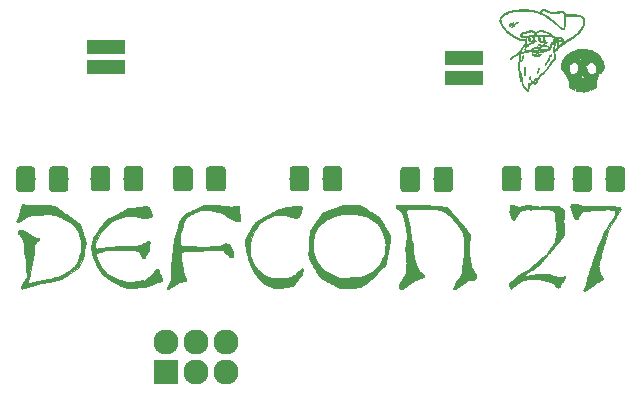
<source format=gbr>
G04 #@! TF.GenerationSoftware,KiCad,Pcbnew,(5.1.2)-1*
G04 #@! TF.CreationDate,2019-07-16T14:08:05-05:00*
G04 #@! TF.ProjectId,wutang-snmp-trap,77757461-6e67-42d7-936e-6d702d747261,rev?*
G04 #@! TF.SameCoordinates,Original*
G04 #@! TF.FileFunction,Soldermask,Bot*
G04 #@! TF.FilePolarity,Negative*
%FSLAX46Y46*%
G04 Gerber Fmt 4.6, Leading zero omitted, Abs format (unit mm)*
G04 Created by KiCad (PCBNEW (5.1.2)-1) date 2019-07-16 14:08:05*
%MOMM*%
%LPD*%
G04 APERTURE LIST*
%ADD10C,0.010000*%
%ADD11C,2.127200*%
%ADD12O,2.127200X2.127200*%
%ADD13R,2.127200X2.127200*%
%ADD14C,0.100000*%
%ADD15C,1.650000*%
%ADD16R,0.825000X1.300000*%
G04 APERTURE END LIST*
D10*
G36*
X26912992Y306628D02*
G01*
X27007593Y296509D01*
X27112565Y278608D01*
X27224623Y253373D01*
X27340478Y221257D01*
X27444700Y187045D01*
X27628850Y121870D01*
X28854400Y113825D01*
X29063907Y112407D01*
X29249978Y111038D01*
X29414575Y109674D01*
X29559662Y108269D01*
X29687202Y106780D01*
X29799158Y105162D01*
X29897493Y103371D01*
X29984170Y101362D01*
X30061153Y99091D01*
X30130405Y96515D01*
X30193888Y93587D01*
X30253566Y90265D01*
X30311403Y86503D01*
X30369361Y82258D01*
X30416500Y78535D01*
X30507258Y71245D01*
X30590411Y64671D01*
X30662379Y59091D01*
X30719583Y54776D01*
X30758442Y52003D01*
X30775092Y51046D01*
X30794522Y38986D01*
X30819227Y4544D01*
X30836080Y-26351D01*
X30875026Y-103503D01*
X30687749Y-429576D01*
X30638309Y-515002D01*
X30578397Y-617444D01*
X30510777Y-732243D01*
X30438210Y-854735D01*
X30363461Y-980259D01*
X30289292Y-1104152D01*
X30218466Y-1221753D01*
X30209034Y-1237351D01*
X29917595Y-1719053D01*
X29804686Y-2037451D01*
X29746778Y-2202638D01*
X29686956Y-2376777D01*
X29626616Y-2555601D01*
X29567152Y-2734844D01*
X29509960Y-2910238D01*
X29456436Y-3077515D01*
X29407975Y-3232409D01*
X29365972Y-3370651D01*
X29341773Y-3453100D01*
X29310224Y-3565695D01*
X29284062Y-3667049D01*
X29261537Y-3765087D01*
X29240899Y-3867731D01*
X29220399Y-3982905D01*
X29207293Y-4062218D01*
X29190150Y-4166315D01*
X29175847Y-4248306D01*
X29163704Y-4311240D01*
X29153042Y-4358166D01*
X29143182Y-4392133D01*
X29133443Y-4416191D01*
X29125225Y-4430435D01*
X29098742Y-4480830D01*
X29071701Y-4553747D01*
X29044966Y-4646344D01*
X29019403Y-4755783D01*
X29006625Y-4819650D01*
X28977744Y-4972050D01*
X29010878Y-5105400D01*
X29027027Y-5176447D01*
X29042237Y-5253846D01*
X29054117Y-5325042D01*
X29057774Y-5351977D01*
X29062361Y-5388026D01*
X29067458Y-5418313D01*
X29074720Y-5446556D01*
X29085798Y-5476472D01*
X29102346Y-5511777D01*
X29126018Y-5556191D01*
X29158465Y-5613429D01*
X29201342Y-5687210D01*
X29224380Y-5726627D01*
X29377223Y-5988050D01*
X29353936Y-6031686D01*
X29298753Y-6112581D01*
X29227493Y-6182727D01*
X29145323Y-6238670D01*
X29057407Y-6276958D01*
X28968911Y-6294140D01*
X28960662Y-6294549D01*
X28879756Y-6297471D01*
X28755953Y-6412165D01*
X28668231Y-6491837D01*
X28588041Y-6560705D01*
X28508802Y-6623915D01*
X28423935Y-6686609D01*
X28326861Y-6753932D01*
X28270200Y-6791928D01*
X28201502Y-6838386D01*
X28132619Y-6886344D01*
X28069586Y-6931505D01*
X28018440Y-6969573D01*
X27997150Y-6986266D01*
X27937501Y-7032128D01*
X27885345Y-7067623D01*
X27844303Y-7090496D01*
X27817999Y-7098495D01*
X27816805Y-7098440D01*
X27798209Y-7092662D01*
X27781250Y-7085175D01*
X27757599Y-7066493D01*
X27732384Y-7036650D01*
X27728644Y-7031151D01*
X27701438Y-6989533D01*
X27769574Y-6882959D01*
X27855646Y-6729717D01*
X27921813Y-6569110D01*
X27969337Y-6397277D01*
X27999477Y-6210351D01*
X28004186Y-6163684D01*
X28008115Y-6121634D01*
X28012223Y-6084851D01*
X28017378Y-6050292D01*
X28024446Y-6014912D01*
X28034296Y-5975670D01*
X28047797Y-5929520D01*
X28065815Y-5873420D01*
X28089218Y-5804326D01*
X28118875Y-5719195D01*
X28155653Y-5614982D01*
X28181245Y-5542745D01*
X28221661Y-5427687D01*
X28262626Y-5309183D01*
X28302546Y-5191974D01*
X28339827Y-5080807D01*
X28372875Y-4980423D01*
X28400097Y-4895566D01*
X28415949Y-4844245D01*
X28550984Y-4412747D01*
X28694036Y-3988464D01*
X28842957Y-3577550D01*
X28987276Y-3206750D01*
X29040746Y-3074869D01*
X29087437Y-2961483D01*
X29129689Y-2861378D01*
X29169842Y-2769341D01*
X29210236Y-2680159D01*
X29253211Y-2588620D01*
X29301108Y-2489512D01*
X29356266Y-2377620D01*
X29389221Y-2311400D01*
X29485619Y-2121400D01*
X29578474Y-1945672D01*
X29671097Y-1778523D01*
X29766802Y-1614258D01*
X29868902Y-1447185D01*
X29980709Y-1271611D01*
X30098724Y-1092071D01*
X30168040Y-987206D01*
X30224439Y-900044D01*
X30269663Y-827543D01*
X30305452Y-766661D01*
X30333548Y-714358D01*
X30355691Y-667592D01*
X30373623Y-623322D01*
X30384203Y-593380D01*
X30409315Y-496135D01*
X30414929Y-408433D01*
X30401343Y-323900D01*
X30397419Y-310280D01*
X30387091Y-275811D01*
X30377549Y-248554D01*
X30365873Y-227580D01*
X30349143Y-211962D01*
X30324438Y-200772D01*
X30288840Y-193082D01*
X30239428Y-187965D01*
X30173282Y-184492D01*
X30087483Y-181736D01*
X29983938Y-178904D01*
X29918552Y-177130D01*
X29859623Y-175747D01*
X29804849Y-174858D01*
X29751927Y-174564D01*
X29698557Y-174970D01*
X29642436Y-176176D01*
X29581263Y-178286D01*
X29512737Y-181403D01*
X29434556Y-185628D01*
X29344417Y-191064D01*
X29240020Y-197815D01*
X29119063Y-205981D01*
X28979244Y-215667D01*
X28818262Y-226974D01*
X28670250Y-237429D01*
X28488837Y-250136D01*
X28330888Y-261090D01*
X28194555Y-270645D01*
X28077989Y-279150D01*
X27979341Y-286957D01*
X27896762Y-294419D01*
X27828405Y-301886D01*
X27772419Y-309711D01*
X27726957Y-318244D01*
X27690171Y-327837D01*
X27660210Y-338843D01*
X27635228Y-351611D01*
X27613374Y-366494D01*
X27592801Y-383844D01*
X27571660Y-404012D01*
X27548102Y-427349D01*
X27520278Y-454208D01*
X27517728Y-456598D01*
X27481813Y-490780D01*
X27453457Y-520292D01*
X27429559Y-549800D01*
X27407021Y-583969D01*
X27382744Y-627464D01*
X27353629Y-684949D01*
X27319588Y-754860D01*
X27281352Y-831595D01*
X27247020Y-895923D01*
X27218362Y-944745D01*
X27197151Y-974957D01*
X27189759Y-982209D01*
X27156269Y-996177D01*
X27112045Y-1003077D01*
X27103147Y-1003300D01*
X27068745Y-1001099D01*
X27042439Y-991395D01*
X27015050Y-969533D01*
X26993278Y-947602D01*
X26958470Y-905987D01*
X26925853Y-854930D01*
X26893797Y-791004D01*
X26860675Y-710784D01*
X26824859Y-610843D01*
X26805274Y-551924D01*
X26779766Y-474431D01*
X26752168Y-391901D01*
X26725684Y-313840D01*
X26703518Y-249757D01*
X26702144Y-245850D01*
X26675014Y-163124D01*
X26651301Y-79893D01*
X26632091Y-1047D01*
X26618467Y68528D01*
X26611513Y123941D01*
X26612197Y159701D01*
X26632087Y203506D01*
X26674195Y248920D01*
X26724297Y285778D01*
X26768057Y301713D01*
X26832051Y308512D01*
X26912992Y306628D01*
X26912992Y306628D01*
G37*
X26912992Y306628D02*
X27007593Y296509D01*
X27112565Y278608D01*
X27224623Y253373D01*
X27340478Y221257D01*
X27444700Y187045D01*
X27628850Y121870D01*
X28854400Y113825D01*
X29063907Y112407D01*
X29249978Y111038D01*
X29414575Y109674D01*
X29559662Y108269D01*
X29687202Y106780D01*
X29799158Y105162D01*
X29897493Y103371D01*
X29984170Y101362D01*
X30061153Y99091D01*
X30130405Y96515D01*
X30193888Y93587D01*
X30253566Y90265D01*
X30311403Y86503D01*
X30369361Y82258D01*
X30416500Y78535D01*
X30507258Y71245D01*
X30590411Y64671D01*
X30662379Y59091D01*
X30719583Y54776D01*
X30758442Y52003D01*
X30775092Y51046D01*
X30794522Y38986D01*
X30819227Y4544D01*
X30836080Y-26351D01*
X30875026Y-103503D01*
X30687749Y-429576D01*
X30638309Y-515002D01*
X30578397Y-617444D01*
X30510777Y-732243D01*
X30438210Y-854735D01*
X30363461Y-980259D01*
X30289292Y-1104152D01*
X30218466Y-1221753D01*
X30209034Y-1237351D01*
X29917595Y-1719053D01*
X29804686Y-2037451D01*
X29746778Y-2202638D01*
X29686956Y-2376777D01*
X29626616Y-2555601D01*
X29567152Y-2734844D01*
X29509960Y-2910238D01*
X29456436Y-3077515D01*
X29407975Y-3232409D01*
X29365972Y-3370651D01*
X29341773Y-3453100D01*
X29310224Y-3565695D01*
X29284062Y-3667049D01*
X29261537Y-3765087D01*
X29240899Y-3867731D01*
X29220399Y-3982905D01*
X29207293Y-4062218D01*
X29190150Y-4166315D01*
X29175847Y-4248306D01*
X29163704Y-4311240D01*
X29153042Y-4358166D01*
X29143182Y-4392133D01*
X29133443Y-4416191D01*
X29125225Y-4430435D01*
X29098742Y-4480830D01*
X29071701Y-4553747D01*
X29044966Y-4646344D01*
X29019403Y-4755783D01*
X29006625Y-4819650D01*
X28977744Y-4972050D01*
X29010878Y-5105400D01*
X29027027Y-5176447D01*
X29042237Y-5253846D01*
X29054117Y-5325042D01*
X29057774Y-5351977D01*
X29062361Y-5388026D01*
X29067458Y-5418313D01*
X29074720Y-5446556D01*
X29085798Y-5476472D01*
X29102346Y-5511777D01*
X29126018Y-5556191D01*
X29158465Y-5613429D01*
X29201342Y-5687210D01*
X29224380Y-5726627D01*
X29377223Y-5988050D01*
X29353936Y-6031686D01*
X29298753Y-6112581D01*
X29227493Y-6182727D01*
X29145323Y-6238670D01*
X29057407Y-6276958D01*
X28968911Y-6294140D01*
X28960662Y-6294549D01*
X28879756Y-6297471D01*
X28755953Y-6412165D01*
X28668231Y-6491837D01*
X28588041Y-6560705D01*
X28508802Y-6623915D01*
X28423935Y-6686609D01*
X28326861Y-6753932D01*
X28270200Y-6791928D01*
X28201502Y-6838386D01*
X28132619Y-6886344D01*
X28069586Y-6931505D01*
X28018440Y-6969573D01*
X27997150Y-6986266D01*
X27937501Y-7032128D01*
X27885345Y-7067623D01*
X27844303Y-7090496D01*
X27817999Y-7098495D01*
X27816805Y-7098440D01*
X27798209Y-7092662D01*
X27781250Y-7085175D01*
X27757599Y-7066493D01*
X27732384Y-7036650D01*
X27728644Y-7031151D01*
X27701438Y-6989533D01*
X27769574Y-6882959D01*
X27855646Y-6729717D01*
X27921813Y-6569110D01*
X27969337Y-6397277D01*
X27999477Y-6210351D01*
X28004186Y-6163684D01*
X28008115Y-6121634D01*
X28012223Y-6084851D01*
X28017378Y-6050292D01*
X28024446Y-6014912D01*
X28034296Y-5975670D01*
X28047797Y-5929520D01*
X28065815Y-5873420D01*
X28089218Y-5804326D01*
X28118875Y-5719195D01*
X28155653Y-5614982D01*
X28181245Y-5542745D01*
X28221661Y-5427687D01*
X28262626Y-5309183D01*
X28302546Y-5191974D01*
X28339827Y-5080807D01*
X28372875Y-4980423D01*
X28400097Y-4895566D01*
X28415949Y-4844245D01*
X28550984Y-4412747D01*
X28694036Y-3988464D01*
X28842957Y-3577550D01*
X28987276Y-3206750D01*
X29040746Y-3074869D01*
X29087437Y-2961483D01*
X29129689Y-2861378D01*
X29169842Y-2769341D01*
X29210236Y-2680159D01*
X29253211Y-2588620D01*
X29301108Y-2489512D01*
X29356266Y-2377620D01*
X29389221Y-2311400D01*
X29485619Y-2121400D01*
X29578474Y-1945672D01*
X29671097Y-1778523D01*
X29766802Y-1614258D01*
X29868902Y-1447185D01*
X29980709Y-1271611D01*
X30098724Y-1092071D01*
X30168040Y-987206D01*
X30224439Y-900044D01*
X30269663Y-827543D01*
X30305452Y-766661D01*
X30333548Y-714358D01*
X30355691Y-667592D01*
X30373623Y-623322D01*
X30384203Y-593380D01*
X30409315Y-496135D01*
X30414929Y-408433D01*
X30401343Y-323900D01*
X30397419Y-310280D01*
X30387091Y-275811D01*
X30377549Y-248554D01*
X30365873Y-227580D01*
X30349143Y-211962D01*
X30324438Y-200772D01*
X30288840Y-193082D01*
X30239428Y-187965D01*
X30173282Y-184492D01*
X30087483Y-181736D01*
X29983938Y-178904D01*
X29918552Y-177130D01*
X29859623Y-175747D01*
X29804849Y-174858D01*
X29751927Y-174564D01*
X29698557Y-174970D01*
X29642436Y-176176D01*
X29581263Y-178286D01*
X29512737Y-181403D01*
X29434556Y-185628D01*
X29344417Y-191064D01*
X29240020Y-197815D01*
X29119063Y-205981D01*
X28979244Y-215667D01*
X28818262Y-226974D01*
X28670250Y-237429D01*
X28488837Y-250136D01*
X28330888Y-261090D01*
X28194555Y-270645D01*
X28077989Y-279150D01*
X27979341Y-286957D01*
X27896762Y-294419D01*
X27828405Y-301886D01*
X27772419Y-309711D01*
X27726957Y-318244D01*
X27690171Y-327837D01*
X27660210Y-338843D01*
X27635228Y-351611D01*
X27613374Y-366494D01*
X27592801Y-383844D01*
X27571660Y-404012D01*
X27548102Y-427349D01*
X27520278Y-454208D01*
X27517728Y-456598D01*
X27481813Y-490780D01*
X27453457Y-520292D01*
X27429559Y-549800D01*
X27407021Y-583969D01*
X27382744Y-627464D01*
X27353629Y-684949D01*
X27319588Y-754860D01*
X27281352Y-831595D01*
X27247020Y-895923D01*
X27218362Y-944745D01*
X27197151Y-974957D01*
X27189759Y-982209D01*
X27156269Y-996177D01*
X27112045Y-1003077D01*
X27103147Y-1003300D01*
X27068745Y-1001099D01*
X27042439Y-991395D01*
X27015050Y-969533D01*
X26993278Y-947602D01*
X26958470Y-905987D01*
X26925853Y-854930D01*
X26893797Y-791004D01*
X26860675Y-710784D01*
X26824859Y-610843D01*
X26805274Y-551924D01*
X26779766Y-474431D01*
X26752168Y-391901D01*
X26725684Y-313840D01*
X26703518Y-249757D01*
X26702144Y-245850D01*
X26675014Y-163124D01*
X26651301Y-79893D01*
X26632091Y-1047D01*
X26618467Y68528D01*
X26611513Y123941D01*
X26612197Y159701D01*
X26632087Y203506D01*
X26674195Y248920D01*
X26724297Y285778D01*
X26768057Y301713D01*
X26832051Y308512D01*
X26912992Y306628D01*
G36*
X12065000Y230640D02*
G01*
X12155790Y228725D01*
X12229169Y225034D01*
X12293103Y218770D01*
X12355562Y209133D01*
X12424514Y195326D01*
X12430512Y194025D01*
X12497775Y179816D01*
X12547101Y171023D01*
X12585251Y167130D01*
X12618985Y167618D01*
X12655064Y171969D01*
X12675223Y175282D01*
X12706582Y178902D01*
X12755917Y181985D01*
X12824251Y184547D01*
X12912607Y186608D01*
X13022009Y188184D01*
X13153481Y189293D01*
X13308046Y189953D01*
X13486729Y190182D01*
X13535260Y190174D01*
X14306550Y189847D01*
X15189609Y122381D01*
X15360517Y109309D01*
X15507988Y97960D01*
X15633915Y88130D01*
X15740187Y79618D01*
X15828697Y72219D01*
X15901334Y65733D01*
X15959990Y59955D01*
X16006557Y54684D01*
X16042924Y49716D01*
X16070982Y44849D01*
X16092624Y39880D01*
X16109739Y34607D01*
X16124219Y28826D01*
X16137955Y22335D01*
X16142109Y20270D01*
X16202013Y-16109D01*
X16260252Y-62683D01*
X16309421Y-112816D01*
X16341218Y-158134D01*
X16352392Y-173149D01*
X16379084Y-205800D01*
X16420049Y-254641D01*
X16474044Y-318224D01*
X16539824Y-395103D01*
X16616145Y-483829D01*
X16701762Y-582957D01*
X16795432Y-691039D01*
X16895910Y-806628D01*
X17001951Y-928276D01*
X17092674Y-1032094D01*
X17220141Y-1177825D01*
X17331964Y-1305780D01*
X17429237Y-1417289D01*
X17513053Y-1513680D01*
X17584507Y-1596285D01*
X17644692Y-1666432D01*
X17694702Y-1725451D01*
X17735631Y-1774672D01*
X17768572Y-1815424D01*
X17794619Y-1849036D01*
X17814866Y-1876839D01*
X17830407Y-1900162D01*
X17842335Y-1920334D01*
X17851744Y-1938685D01*
X17859728Y-1956544D01*
X17866282Y-1972510D01*
X17884110Y-2015273D01*
X17900808Y-2049096D01*
X17920134Y-2078702D01*
X17945848Y-2108815D01*
X17981705Y-2144161D01*
X18031465Y-2189463D01*
X18056828Y-2212074D01*
X18123644Y-2271499D01*
X18091538Y-2586724D01*
X18082405Y-2681201D01*
X18074296Y-2774306D01*
X18067599Y-2860812D01*
X18062704Y-2935492D01*
X18059998Y-2993120D01*
X18059585Y-3016250D01*
X18059014Y-3061527D01*
X18057329Y-3127035D01*
X18054706Y-3207638D01*
X18051320Y-3298200D01*
X18047346Y-3393584D01*
X18044585Y-3454614D01*
X18038156Y-3641170D01*
X18037562Y-3811507D01*
X18043135Y-3974202D01*
X18055205Y-4137832D01*
X18074102Y-4310973D01*
X18079077Y-4350186D01*
X18101156Y-4503659D01*
X18126230Y-4641001D01*
X18156029Y-4767178D01*
X18192283Y-4887154D01*
X18236721Y-5005895D01*
X18291072Y-5128364D01*
X18357067Y-5259528D01*
X18436435Y-5404352D01*
X18461881Y-5449056D01*
X18589603Y-5671934D01*
X18614499Y-5828376D01*
X18639396Y-5984819D01*
X18512112Y-6067152D01*
X18443650Y-6111262D01*
X18391638Y-6143299D01*
X18351114Y-6164853D01*
X18317115Y-6177511D01*
X18284678Y-6182863D01*
X18248841Y-6182498D01*
X18204641Y-6178003D01*
X18176618Y-6174551D01*
X18082308Y-6164425D01*
X18008851Y-6160313D01*
X17952414Y-6162246D01*
X17909166Y-6170254D01*
X17890717Y-6176787D01*
X17864774Y-6193088D01*
X17827396Y-6223269D01*
X17784309Y-6262484D01*
X17754600Y-6291914D01*
X17727140Y-6319055D01*
X17697351Y-6345954D01*
X17662817Y-6374331D01*
X17621122Y-6405910D01*
X17569848Y-6442412D01*
X17506581Y-6485561D01*
X17428903Y-6537078D01*
X17334399Y-6598685D01*
X17226524Y-6668326D01*
X17131944Y-6728902D01*
X17043559Y-6784942D01*
X16963739Y-6834983D01*
X16894853Y-6877566D01*
X16839273Y-6911230D01*
X16799369Y-6934515D01*
X16777511Y-6945959D01*
X16774467Y-6946900D01*
X16751352Y-6938008D01*
X16735850Y-6924675D01*
X16719241Y-6905045D01*
X16707617Y-6887263D01*
X16701628Y-6868033D01*
X16701920Y-6844062D01*
X16709143Y-6812055D01*
X16723946Y-6768720D01*
X16746977Y-6710760D01*
X16778884Y-6634884D01*
X16804920Y-6573859D01*
X16921779Y-6300261D01*
X17147447Y-6010805D01*
X17205183Y-5936323D01*
X17257479Y-5868042D01*
X17302368Y-5808595D01*
X17337885Y-5760612D01*
X17362066Y-5726727D01*
X17372944Y-5709571D01*
X17373357Y-5708280D01*
X17374873Y-5693849D01*
X17379185Y-5656192D01*
X17386057Y-5597301D01*
X17395251Y-5519169D01*
X17406533Y-5423786D01*
X17419666Y-5313147D01*
X17434413Y-5189242D01*
X17450540Y-5054064D01*
X17467810Y-4909605D01*
X17485986Y-4757858D01*
X17486235Y-4755780D01*
X17598871Y-3816350D01*
X17588811Y-3213935D01*
X17586582Y-3089642D01*
X17584159Y-2970723D01*
X17581621Y-2860084D01*
X17579047Y-2760632D01*
X17576518Y-2675275D01*
X17574113Y-2606920D01*
X17571911Y-2558473D01*
X17570190Y-2534485D01*
X17536079Y-2336575D01*
X17478956Y-2143200D01*
X17400377Y-1958657D01*
X17301903Y-1787240D01*
X17295690Y-1777904D01*
X17274786Y-1749051D01*
X17239730Y-1703339D01*
X17192663Y-1643393D01*
X17135728Y-1571835D01*
X17071067Y-1491292D01*
X17000823Y-1404387D01*
X16927139Y-1313746D01*
X16852155Y-1221992D01*
X16778016Y-1131750D01*
X16706863Y-1045645D01*
X16640838Y-966300D01*
X16582085Y-896342D01*
X16532745Y-838393D01*
X16494961Y-795079D01*
X16479437Y-777967D01*
X16340280Y-645535D01*
X16180582Y-524108D01*
X16003400Y-415292D01*
X15811793Y-320696D01*
X15608816Y-241927D01*
X15397528Y-180592D01*
X15303500Y-159699D01*
X15248564Y-148966D01*
X15195849Y-139576D01*
X15143333Y-131450D01*
X15088997Y-124510D01*
X15030820Y-118678D01*
X14966782Y-113874D01*
X14894864Y-110019D01*
X14813044Y-107035D01*
X14719302Y-104844D01*
X14611619Y-103365D01*
X14487975Y-102521D01*
X14346348Y-102232D01*
X14184719Y-102421D01*
X14001068Y-103007D01*
X13864428Y-103585D01*
X12896850Y-107950D01*
X12843049Y-138765D01*
X12780914Y-188550D01*
X12732150Y-257612D01*
X12709013Y-311150D01*
X12705480Y-322753D01*
X12703195Y-335489D01*
X12702572Y-351392D01*
X12704024Y-372496D01*
X12707965Y-400838D01*
X12714807Y-438451D01*
X12724965Y-487372D01*
X12738852Y-549634D01*
X12756881Y-627274D01*
X12779466Y-722325D01*
X12807019Y-836823D01*
X12839955Y-972803D01*
X12861234Y-1060450D01*
X13030883Y-1758950D01*
X13067284Y-2197100D01*
X13077102Y-2314502D01*
X13085314Y-2409565D01*
X13092343Y-2485267D01*
X13098617Y-2544588D01*
X13104560Y-2590507D01*
X13110598Y-2626002D01*
X13117156Y-2654053D01*
X13124660Y-2677639D01*
X13133536Y-2699739D01*
X13141656Y-2717800D01*
X13183729Y-2815319D01*
X13217522Y-2908786D01*
X13244063Y-3003175D01*
X13264378Y-3103464D01*
X13279495Y-3214630D01*
X13290440Y-3341648D01*
X13297564Y-3473450D01*
X13303945Y-3617084D01*
X13309871Y-3738680D01*
X13315679Y-3841585D01*
X13321705Y-3929147D01*
X13328287Y-4004716D01*
X13335762Y-4071639D01*
X13344467Y-4133266D01*
X13354740Y-4192944D01*
X13366918Y-4254021D01*
X13381337Y-4319847D01*
X13383954Y-4331392D01*
X13402840Y-4412632D01*
X13419439Y-4477746D01*
X13436127Y-4533443D01*
X13455283Y-4586432D01*
X13479285Y-4643421D01*
X13510510Y-4711119D01*
X13541517Y-4775892D01*
X13579693Y-4858078D01*
X13617717Y-4945290D01*
X13652525Y-5030132D01*
X13681058Y-5105204D01*
X13696248Y-5149850D01*
X13716770Y-5212884D01*
X13737031Y-5271153D01*
X13754664Y-5318087D01*
X13767090Y-5346700D01*
X13790334Y-5383498D01*
X13823638Y-5421319D01*
X13869860Y-5462633D01*
X13931855Y-5509909D01*
X14012481Y-5565616D01*
X14046200Y-5587936D01*
X14103395Y-5626587D01*
X14153607Y-5662615D01*
X14192598Y-5692820D01*
X14216127Y-5714002D01*
X14220374Y-5719429D01*
X14232090Y-5756376D01*
X14235837Y-5803338D01*
X14231253Y-5847267D01*
X14224485Y-5866493D01*
X14217813Y-5876750D01*
X14207631Y-5886148D01*
X14190898Y-5895880D01*
X14164568Y-5907139D01*
X14125598Y-5921117D01*
X14070945Y-5939007D01*
X13997564Y-5962003D01*
X13919200Y-5986145D01*
X13840949Y-6010601D01*
X13777103Y-6032032D01*
X13721621Y-6053094D01*
X13668464Y-6076439D01*
X13611591Y-6104721D01*
X13544961Y-6140595D01*
X13462535Y-6186714D01*
X13462000Y-6187016D01*
X13382101Y-6232036D01*
X13300425Y-6277905D01*
X13222892Y-6321309D01*
X13155425Y-6358933D01*
X13103946Y-6387461D01*
X13102615Y-6388195D01*
X13055312Y-6416384D01*
X12992862Y-6456758D01*
X12920198Y-6505949D01*
X12842256Y-6560593D01*
X12763973Y-6617324D01*
X12734315Y-6639363D01*
X12627246Y-6718634D01*
X12537364Y-6782809D01*
X12462332Y-6833034D01*
X12399811Y-6870457D01*
X12347464Y-6896226D01*
X12302951Y-6911491D01*
X12263936Y-6917397D01*
X12228079Y-6915094D01*
X12193044Y-6905730D01*
X12192331Y-6905477D01*
X12159813Y-6889025D01*
X12137641Y-6864040D01*
X12124098Y-6826160D01*
X12117468Y-6771024D01*
X12115987Y-6711503D01*
X12115800Y-6596757D01*
X12672078Y-5512983D01*
X12680245Y-5306016D01*
X12685199Y-5217304D01*
X12693028Y-5119768D01*
X12702743Y-5024010D01*
X12713357Y-4940631D01*
X12715802Y-4924445D01*
X12725268Y-4862070D01*
X12731904Y-4810466D01*
X12735886Y-4763679D01*
X12737389Y-4715761D01*
X12736591Y-4660758D01*
X12733667Y-4592720D01*
X12728794Y-4505697D01*
X12728399Y-4498995D01*
X12722806Y-4415682D01*
X12714891Y-4313907D01*
X12705245Y-4200441D01*
X12694461Y-4082052D01*
X12683130Y-3965512D01*
X12674488Y-3882076D01*
X12635369Y-3516002D01*
X12673904Y-3228026D01*
X12693086Y-3083267D01*
X12708882Y-2960332D01*
X12721602Y-2855918D01*
X12731558Y-2766720D01*
X12739060Y-2689433D01*
X12744420Y-2620752D01*
X12747947Y-2557373D01*
X12749953Y-2495991D01*
X12750749Y-2433302D01*
X12750800Y-2410553D01*
X12750194Y-2336642D01*
X12748072Y-2267217D01*
X12743973Y-2199295D01*
X12737436Y-2129892D01*
X12728001Y-2056026D01*
X12715209Y-1974713D01*
X12698598Y-1882971D01*
X12677708Y-1777816D01*
X12652080Y-1656267D01*
X12621253Y-1515339D01*
X12593439Y-1390650D01*
X12567500Y-1274848D01*
X12542776Y-1164110D01*
X12519938Y-1061468D01*
X12499657Y-969954D01*
X12482604Y-892602D01*
X12469452Y-832443D01*
X12460871Y-792511D01*
X12458498Y-781050D01*
X12429776Y-678553D01*
X12385630Y-572397D01*
X12330118Y-470248D01*
X12267301Y-379769D01*
X12215084Y-321489D01*
X12184355Y-294918D01*
X12137921Y-258735D01*
X12081393Y-217143D01*
X12020380Y-174344D01*
X12001604Y-161604D01*
X11940367Y-120106D01*
X11896811Y-89237D01*
X11867413Y-65644D01*
X11848652Y-45968D01*
X11837005Y-26854D01*
X11828951Y-4946D01*
X11825781Y5938D01*
X11815328Y78334D01*
X11822190Y150936D01*
X11839930Y202372D01*
X11855450Y233293D01*
X12065000Y230640D01*
X12065000Y230640D01*
G37*
X12065000Y230640D02*
X12155790Y228725D01*
X12229169Y225034D01*
X12293103Y218770D01*
X12355562Y209133D01*
X12424514Y195326D01*
X12430512Y194025D01*
X12497775Y179816D01*
X12547101Y171023D01*
X12585251Y167130D01*
X12618985Y167618D01*
X12655064Y171969D01*
X12675223Y175282D01*
X12706582Y178902D01*
X12755917Y181985D01*
X12824251Y184547D01*
X12912607Y186608D01*
X13022009Y188184D01*
X13153481Y189293D01*
X13308046Y189953D01*
X13486729Y190182D01*
X13535260Y190174D01*
X14306550Y189847D01*
X15189609Y122381D01*
X15360517Y109309D01*
X15507988Y97960D01*
X15633915Y88130D01*
X15740187Y79618D01*
X15828697Y72219D01*
X15901334Y65733D01*
X15959990Y59955D01*
X16006557Y54684D01*
X16042924Y49716D01*
X16070982Y44849D01*
X16092624Y39880D01*
X16109739Y34607D01*
X16124219Y28826D01*
X16137955Y22335D01*
X16142109Y20270D01*
X16202013Y-16109D01*
X16260252Y-62683D01*
X16309421Y-112816D01*
X16341218Y-158134D01*
X16352392Y-173149D01*
X16379084Y-205800D01*
X16420049Y-254641D01*
X16474044Y-318224D01*
X16539824Y-395103D01*
X16616145Y-483829D01*
X16701762Y-582957D01*
X16795432Y-691039D01*
X16895910Y-806628D01*
X17001951Y-928276D01*
X17092674Y-1032094D01*
X17220141Y-1177825D01*
X17331964Y-1305780D01*
X17429237Y-1417289D01*
X17513053Y-1513680D01*
X17584507Y-1596285D01*
X17644692Y-1666432D01*
X17694702Y-1725451D01*
X17735631Y-1774672D01*
X17768572Y-1815424D01*
X17794619Y-1849036D01*
X17814866Y-1876839D01*
X17830407Y-1900162D01*
X17842335Y-1920334D01*
X17851744Y-1938685D01*
X17859728Y-1956544D01*
X17866282Y-1972510D01*
X17884110Y-2015273D01*
X17900808Y-2049096D01*
X17920134Y-2078702D01*
X17945848Y-2108815D01*
X17981705Y-2144161D01*
X18031465Y-2189463D01*
X18056828Y-2212074D01*
X18123644Y-2271499D01*
X18091538Y-2586724D01*
X18082405Y-2681201D01*
X18074296Y-2774306D01*
X18067599Y-2860812D01*
X18062704Y-2935492D01*
X18059998Y-2993120D01*
X18059585Y-3016250D01*
X18059014Y-3061527D01*
X18057329Y-3127035D01*
X18054706Y-3207638D01*
X18051320Y-3298200D01*
X18047346Y-3393584D01*
X18044585Y-3454614D01*
X18038156Y-3641170D01*
X18037562Y-3811507D01*
X18043135Y-3974202D01*
X18055205Y-4137832D01*
X18074102Y-4310973D01*
X18079077Y-4350186D01*
X18101156Y-4503659D01*
X18126230Y-4641001D01*
X18156029Y-4767178D01*
X18192283Y-4887154D01*
X18236721Y-5005895D01*
X18291072Y-5128364D01*
X18357067Y-5259528D01*
X18436435Y-5404352D01*
X18461881Y-5449056D01*
X18589603Y-5671934D01*
X18614499Y-5828376D01*
X18639396Y-5984819D01*
X18512112Y-6067152D01*
X18443650Y-6111262D01*
X18391638Y-6143299D01*
X18351114Y-6164853D01*
X18317115Y-6177511D01*
X18284678Y-6182863D01*
X18248841Y-6182498D01*
X18204641Y-6178003D01*
X18176618Y-6174551D01*
X18082308Y-6164425D01*
X18008851Y-6160313D01*
X17952414Y-6162246D01*
X17909166Y-6170254D01*
X17890717Y-6176787D01*
X17864774Y-6193088D01*
X17827396Y-6223269D01*
X17784309Y-6262484D01*
X17754600Y-6291914D01*
X17727140Y-6319055D01*
X17697351Y-6345954D01*
X17662817Y-6374331D01*
X17621122Y-6405910D01*
X17569848Y-6442412D01*
X17506581Y-6485561D01*
X17428903Y-6537078D01*
X17334399Y-6598685D01*
X17226524Y-6668326D01*
X17131944Y-6728902D01*
X17043559Y-6784942D01*
X16963739Y-6834983D01*
X16894853Y-6877566D01*
X16839273Y-6911230D01*
X16799369Y-6934515D01*
X16777511Y-6945959D01*
X16774467Y-6946900D01*
X16751352Y-6938008D01*
X16735850Y-6924675D01*
X16719241Y-6905045D01*
X16707617Y-6887263D01*
X16701628Y-6868033D01*
X16701920Y-6844062D01*
X16709143Y-6812055D01*
X16723946Y-6768720D01*
X16746977Y-6710760D01*
X16778884Y-6634884D01*
X16804920Y-6573859D01*
X16921779Y-6300261D01*
X17147447Y-6010805D01*
X17205183Y-5936323D01*
X17257479Y-5868042D01*
X17302368Y-5808595D01*
X17337885Y-5760612D01*
X17362066Y-5726727D01*
X17372944Y-5709571D01*
X17373357Y-5708280D01*
X17374873Y-5693849D01*
X17379185Y-5656192D01*
X17386057Y-5597301D01*
X17395251Y-5519169D01*
X17406533Y-5423786D01*
X17419666Y-5313147D01*
X17434413Y-5189242D01*
X17450540Y-5054064D01*
X17467810Y-4909605D01*
X17485986Y-4757858D01*
X17486235Y-4755780D01*
X17598871Y-3816350D01*
X17588811Y-3213935D01*
X17586582Y-3089642D01*
X17584159Y-2970723D01*
X17581621Y-2860084D01*
X17579047Y-2760632D01*
X17576518Y-2675275D01*
X17574113Y-2606920D01*
X17571911Y-2558473D01*
X17570190Y-2534485D01*
X17536079Y-2336575D01*
X17478956Y-2143200D01*
X17400377Y-1958657D01*
X17301903Y-1787240D01*
X17295690Y-1777904D01*
X17274786Y-1749051D01*
X17239730Y-1703339D01*
X17192663Y-1643393D01*
X17135728Y-1571835D01*
X17071067Y-1491292D01*
X17000823Y-1404387D01*
X16927139Y-1313746D01*
X16852155Y-1221992D01*
X16778016Y-1131750D01*
X16706863Y-1045645D01*
X16640838Y-966300D01*
X16582085Y-896342D01*
X16532745Y-838393D01*
X16494961Y-795079D01*
X16479437Y-777967D01*
X16340280Y-645535D01*
X16180582Y-524108D01*
X16003400Y-415292D01*
X15811793Y-320696D01*
X15608816Y-241927D01*
X15397528Y-180592D01*
X15303500Y-159699D01*
X15248564Y-148966D01*
X15195849Y-139576D01*
X15143333Y-131450D01*
X15088997Y-124510D01*
X15030820Y-118678D01*
X14966782Y-113874D01*
X14894864Y-110019D01*
X14813044Y-107035D01*
X14719302Y-104844D01*
X14611619Y-103365D01*
X14487975Y-102521D01*
X14346348Y-102232D01*
X14184719Y-102421D01*
X14001068Y-103007D01*
X13864428Y-103585D01*
X12896850Y-107950D01*
X12843049Y-138765D01*
X12780914Y-188550D01*
X12732150Y-257612D01*
X12709013Y-311150D01*
X12705480Y-322753D01*
X12703195Y-335489D01*
X12702572Y-351392D01*
X12704024Y-372496D01*
X12707965Y-400838D01*
X12714807Y-438451D01*
X12724965Y-487372D01*
X12738852Y-549634D01*
X12756881Y-627274D01*
X12779466Y-722325D01*
X12807019Y-836823D01*
X12839955Y-972803D01*
X12861234Y-1060450D01*
X13030883Y-1758950D01*
X13067284Y-2197100D01*
X13077102Y-2314502D01*
X13085314Y-2409565D01*
X13092343Y-2485267D01*
X13098617Y-2544588D01*
X13104560Y-2590507D01*
X13110598Y-2626002D01*
X13117156Y-2654053D01*
X13124660Y-2677639D01*
X13133536Y-2699739D01*
X13141656Y-2717800D01*
X13183729Y-2815319D01*
X13217522Y-2908786D01*
X13244063Y-3003175D01*
X13264378Y-3103464D01*
X13279495Y-3214630D01*
X13290440Y-3341648D01*
X13297564Y-3473450D01*
X13303945Y-3617084D01*
X13309871Y-3738680D01*
X13315679Y-3841585D01*
X13321705Y-3929147D01*
X13328287Y-4004716D01*
X13335762Y-4071639D01*
X13344467Y-4133266D01*
X13354740Y-4192944D01*
X13366918Y-4254021D01*
X13381337Y-4319847D01*
X13383954Y-4331392D01*
X13402840Y-4412632D01*
X13419439Y-4477746D01*
X13436127Y-4533443D01*
X13455283Y-4586432D01*
X13479285Y-4643421D01*
X13510510Y-4711119D01*
X13541517Y-4775892D01*
X13579693Y-4858078D01*
X13617717Y-4945290D01*
X13652525Y-5030132D01*
X13681058Y-5105204D01*
X13696248Y-5149850D01*
X13716770Y-5212884D01*
X13737031Y-5271153D01*
X13754664Y-5318087D01*
X13767090Y-5346700D01*
X13790334Y-5383498D01*
X13823638Y-5421319D01*
X13869860Y-5462633D01*
X13931855Y-5509909D01*
X14012481Y-5565616D01*
X14046200Y-5587936D01*
X14103395Y-5626587D01*
X14153607Y-5662615D01*
X14192598Y-5692820D01*
X14216127Y-5714002D01*
X14220374Y-5719429D01*
X14232090Y-5756376D01*
X14235837Y-5803338D01*
X14231253Y-5847267D01*
X14224485Y-5866493D01*
X14217813Y-5876750D01*
X14207631Y-5886148D01*
X14190898Y-5895880D01*
X14164568Y-5907139D01*
X14125598Y-5921117D01*
X14070945Y-5939007D01*
X13997564Y-5962003D01*
X13919200Y-5986145D01*
X13840949Y-6010601D01*
X13777103Y-6032032D01*
X13721621Y-6053094D01*
X13668464Y-6076439D01*
X13611591Y-6104721D01*
X13544961Y-6140595D01*
X13462535Y-6186714D01*
X13462000Y-6187016D01*
X13382101Y-6232036D01*
X13300425Y-6277905D01*
X13222892Y-6321309D01*
X13155425Y-6358933D01*
X13103946Y-6387461D01*
X13102615Y-6388195D01*
X13055312Y-6416384D01*
X12992862Y-6456758D01*
X12920198Y-6505949D01*
X12842256Y-6560593D01*
X12763973Y-6617324D01*
X12734315Y-6639363D01*
X12627246Y-6718634D01*
X12537364Y-6782809D01*
X12462332Y-6833034D01*
X12399811Y-6870457D01*
X12347464Y-6896226D01*
X12302951Y-6911491D01*
X12263936Y-6917397D01*
X12228079Y-6915094D01*
X12193044Y-6905730D01*
X12192331Y-6905477D01*
X12159813Y-6889025D01*
X12137641Y-6864040D01*
X12124098Y-6826160D01*
X12117468Y-6771024D01*
X12115987Y-6711503D01*
X12115800Y-6596757D01*
X12672078Y-5512983D01*
X12680245Y-5306016D01*
X12685199Y-5217304D01*
X12693028Y-5119768D01*
X12702743Y-5024010D01*
X12713357Y-4940631D01*
X12715802Y-4924445D01*
X12725268Y-4862070D01*
X12731904Y-4810466D01*
X12735886Y-4763679D01*
X12737389Y-4715761D01*
X12736591Y-4660758D01*
X12733667Y-4592720D01*
X12728794Y-4505697D01*
X12728399Y-4498995D01*
X12722806Y-4415682D01*
X12714891Y-4313907D01*
X12705245Y-4200441D01*
X12694461Y-4082052D01*
X12683130Y-3965512D01*
X12674488Y-3882076D01*
X12635369Y-3516002D01*
X12673904Y-3228026D01*
X12693086Y-3083267D01*
X12708882Y-2960332D01*
X12721602Y-2855918D01*
X12731558Y-2766720D01*
X12739060Y-2689433D01*
X12744420Y-2620752D01*
X12747947Y-2557373D01*
X12749953Y-2495991D01*
X12750749Y-2433302D01*
X12750800Y-2410553D01*
X12750194Y-2336642D01*
X12748072Y-2267217D01*
X12743973Y-2199295D01*
X12737436Y-2129892D01*
X12728001Y-2056026D01*
X12715209Y-1974713D01*
X12698598Y-1882971D01*
X12677708Y-1777816D01*
X12652080Y-1656267D01*
X12621253Y-1515339D01*
X12593439Y-1390650D01*
X12567500Y-1274848D01*
X12542776Y-1164110D01*
X12519938Y-1061468D01*
X12499657Y-969954D01*
X12482604Y-892602D01*
X12469452Y-832443D01*
X12460871Y-792511D01*
X12458498Y-781050D01*
X12429776Y-678553D01*
X12385630Y-572397D01*
X12330118Y-470248D01*
X12267301Y-379769D01*
X12215084Y-321489D01*
X12184355Y-294918D01*
X12137921Y-258735D01*
X12081393Y-217143D01*
X12020380Y-174344D01*
X12001604Y-161604D01*
X11940367Y-120106D01*
X11896811Y-89237D01*
X11867413Y-65644D01*
X11848652Y-45968D01*
X11837005Y-26854D01*
X11828951Y-4946D01*
X11825781Y5938D01*
X11815328Y78334D01*
X11822190Y150936D01*
X11839930Y202372D01*
X11855450Y233293D01*
X12065000Y230640D01*
G36*
X-4012002Y187064D02*
G01*
X-3908843Y186280D01*
X-3794970Y184792D01*
X-3674049Y182632D01*
X-3549748Y179833D01*
X-3490260Y178280D01*
X-3352874Y174435D01*
X-3238064Y170954D01*
X-3143010Y167654D01*
X-3064895Y164355D01*
X-3000899Y160875D01*
X-2948205Y157033D01*
X-2903993Y152646D01*
X-2865445Y147535D01*
X-2829743Y141516D01*
X-2794068Y134409D01*
X-2787650Y133047D01*
X-2680780Y112101D01*
X-2578261Y96398D01*
X-2473432Y85303D01*
X-2359629Y78178D01*
X-2230189Y74387D01*
X-2165350Y73601D01*
X-2073267Y73321D01*
X-2000502Y74410D01*
X-1940993Y77294D01*
X-1888676Y82399D01*
X-1837488Y90151D01*
X-1784350Y100362D01*
X-1691749Y118572D01*
X-1620759Y130507D01*
X-1568444Y136406D01*
X-1531865Y136509D01*
X-1508083Y131054D01*
X-1497137Y123723D01*
X-1488606Y105507D01*
X-1479383Y66548D01*
X-1469256Y5604D01*
X-1458008Y-78565D01*
X-1449137Y-153885D01*
X-1438822Y-243303D01*
X-1426151Y-350264D01*
X-1412049Y-467125D01*
X-1397442Y-586243D01*
X-1383256Y-699973D01*
X-1377009Y-749300D01*
X-1334140Y-1085850D01*
X-1393470Y-1140975D01*
X-1426511Y-1170722D01*
X-1450350Y-1186449D01*
X-1474327Y-1191494D01*
X-1507785Y-1189195D01*
X-1523164Y-1187310D01*
X-1680452Y-1156260D01*
X-1838450Y-1102011D01*
X-1999113Y-1023847D01*
X-2050090Y-994455D01*
X-2082901Y-974341D01*
X-2132912Y-943025D01*
X-2196004Y-903117D01*
X-2268060Y-857229D01*
X-2344961Y-807969D01*
X-2389720Y-779168D01*
X-2527317Y-691766D01*
X-2648476Y-617946D01*
X-2756952Y-555881D01*
X-2856498Y-503741D01*
X-2950867Y-459699D01*
X-3043813Y-421926D01*
X-3139089Y-388593D01*
X-3240450Y-357872D01*
X-3273606Y-348618D01*
X-3465706Y-302438D01*
X-3672745Y-265438D01*
X-3897175Y-237294D01*
X-4141449Y-217683D01*
X-4337050Y-208452D01*
X-4419868Y-205773D01*
X-4482834Y-204565D01*
X-4531475Y-205217D01*
X-4571316Y-208121D01*
X-4607883Y-213667D01*
X-4646702Y-222248D01*
X-4690263Y-233452D01*
X-4752667Y-252908D01*
X-4833682Y-283300D01*
X-4934255Y-325018D01*
X-5055336Y-378452D01*
X-5160163Y-426444D01*
X-5289968Y-486573D01*
X-5398988Y-537122D01*
X-5489422Y-579321D01*
X-5563472Y-614397D01*
X-5623336Y-643579D01*
X-5671216Y-668095D01*
X-5709312Y-689175D01*
X-5739823Y-708046D01*
X-5764951Y-725938D01*
X-5786895Y-744078D01*
X-5807855Y-763696D01*
X-5830032Y-786020D01*
X-5855626Y-812278D01*
X-5861050Y-817807D01*
X-5951510Y-917918D01*
X-6022137Y-1016157D01*
X-6076655Y-1119423D01*
X-6118788Y-1234613D01*
X-6148224Y-1349689D01*
X-6158932Y-1392400D01*
X-6176480Y-1454839D01*
X-6199557Y-1532677D01*
X-6226851Y-1621586D01*
X-6257052Y-1717235D01*
X-6288848Y-1815297D01*
X-6293856Y-1830498D01*
X-6413928Y-2194147D01*
X-6431816Y-2624248D01*
X-6449703Y-3054350D01*
X-6416952Y-3110738D01*
X-6361709Y-3186108D01*
X-6294574Y-3240912D01*
X-6280150Y-3249303D01*
X-6267690Y-3254674D01*
X-6249964Y-3259172D01*
X-6224546Y-3262922D01*
X-6189008Y-3266048D01*
X-6140921Y-3268675D01*
X-6077858Y-3270925D01*
X-5997390Y-3272923D01*
X-5897090Y-3274795D01*
X-5774530Y-3276662D01*
X-5734050Y-3277227D01*
X-5599324Y-3279240D01*
X-5486694Y-3281355D01*
X-5392855Y-3283737D01*
X-5314502Y-3286552D01*
X-5248333Y-3289964D01*
X-5191042Y-3294140D01*
X-5139325Y-3299243D01*
X-5089877Y-3305439D01*
X-5048250Y-3311523D01*
X-4942554Y-3325982D01*
X-4828180Y-3338542D01*
X-4710764Y-3348827D01*
X-4595943Y-3356460D01*
X-4489356Y-3361066D01*
X-4396637Y-3362270D01*
X-4324350Y-3359764D01*
X-4229164Y-3350842D01*
X-4117940Y-3337243D01*
X-3999330Y-3320241D01*
X-3881991Y-3301115D01*
X-3774574Y-3281140D01*
X-3733800Y-3272654D01*
X-3685084Y-3262356D01*
X-3645180Y-3255292D01*
X-3609007Y-3251591D01*
X-3571483Y-3251379D01*
X-3527529Y-3254783D01*
X-3472061Y-3261933D01*
X-3400000Y-3272954D01*
X-3340100Y-3282537D01*
X-3301694Y-3285083D01*
X-3252927Y-3281070D01*
X-3188536Y-3269889D01*
X-3140003Y-3259441D01*
X-3020128Y-3227942D01*
X-2920804Y-3191600D01*
X-2837339Y-3148407D01*
X-2771955Y-3102062D01*
X-2734553Y-3072979D01*
X-2705788Y-3056783D01*
X-2675107Y-3049717D01*
X-2631961Y-3048024D01*
X-2620128Y-3048000D01*
X-2567608Y-3050899D01*
X-2511278Y-3060599D01*
X-2443831Y-3078602D01*
X-2392521Y-3094826D01*
X-2250246Y-3141652D01*
X-2090323Y-3448517D01*
X-1930400Y-3755383D01*
X-1930400Y-3951927D01*
X-1930587Y-4026878D01*
X-1931508Y-4080693D01*
X-1933711Y-4117637D01*
X-1937741Y-4141971D01*
X-1944144Y-4157961D01*
X-1953464Y-4169870D01*
X-1958975Y-4175240D01*
X-2014503Y-4210772D01*
X-2081522Y-4227695D01*
X-2153288Y-4225079D01*
X-2207033Y-4209379D01*
X-2231987Y-4193295D01*
X-2273207Y-4159408D01*
X-2329740Y-4108587D01*
X-2400634Y-4041701D01*
X-2484935Y-3959619D01*
X-2530859Y-3914104D01*
X-2807467Y-3638550D01*
X-3337309Y-3638550D01*
X-3458783Y-3638796D01*
X-3593762Y-3639510D01*
X-3740062Y-3640651D01*
X-3895501Y-3642179D01*
X-4057896Y-3644054D01*
X-4225063Y-3646238D01*
X-4394819Y-3648689D01*
X-4564983Y-3651369D01*
X-4733369Y-3654236D01*
X-4897797Y-3657253D01*
X-5056082Y-3660378D01*
X-5206042Y-3663573D01*
X-5345494Y-3666796D01*
X-5472254Y-3670010D01*
X-5584141Y-3673172D01*
X-5678970Y-3676245D01*
X-5754559Y-3679188D01*
X-5808724Y-3681961D01*
X-5835650Y-3684084D01*
X-5909450Y-3693644D01*
X-5989275Y-3706396D01*
X-6070074Y-3721279D01*
X-6146793Y-3737229D01*
X-6214378Y-3753186D01*
X-6267776Y-3768088D01*
X-6301934Y-3780874D01*
X-6305550Y-3782811D01*
X-6321234Y-3792939D01*
X-6332655Y-3805040D01*
X-6341303Y-3823705D01*
X-6348669Y-3853525D01*
X-6356241Y-3899091D01*
X-6365511Y-3964994D01*
X-6366118Y-3969433D01*
X-6379108Y-4071795D01*
X-6386885Y-4151868D01*
X-6389544Y-4212201D01*
X-6387183Y-4255344D01*
X-6379894Y-4283846D01*
X-6378009Y-4287726D01*
X-6373200Y-4304892D01*
X-6364501Y-4344640D01*
X-6352378Y-4404530D01*
X-6337295Y-4482120D01*
X-6319720Y-4574968D01*
X-6300117Y-4680635D01*
X-6278951Y-4796677D01*
X-6256690Y-4920655D01*
X-6248533Y-4966556D01*
X-6225955Y-5093552D01*
X-6204377Y-5214127D01*
X-6184265Y-5325744D01*
X-6166082Y-5425867D01*
X-6150290Y-5511960D01*
X-6137354Y-5581486D01*
X-6127736Y-5631910D01*
X-6121902Y-5660695D01*
X-6120882Y-5665027D01*
X-6103937Y-5704651D01*
X-6079338Y-5738138D01*
X-6078309Y-5739123D01*
X-6046282Y-5779417D01*
X-6013884Y-5837685D01*
X-5984298Y-5906747D01*
X-5960708Y-5979429D01*
X-5949192Y-6030149D01*
X-5938099Y-6095089D01*
X-5932755Y-6140252D01*
X-5934109Y-6170800D01*
X-5943108Y-6191899D01*
X-5960701Y-6208713D01*
X-5984898Y-6224593D01*
X-6014952Y-6240909D01*
X-6046621Y-6251833D01*
X-6087076Y-6258980D01*
X-6143488Y-6263964D01*
X-6165850Y-6265353D01*
X-6339420Y-6287103D01*
X-6501673Y-6331535D01*
X-6653120Y-6398851D01*
X-6794271Y-6489255D01*
X-6858000Y-6540465D01*
X-6886732Y-6562556D01*
X-6932841Y-6594988D01*
X-6991974Y-6634954D01*
X-7059776Y-6679649D01*
X-7131894Y-6726265D01*
X-7203972Y-6771997D01*
X-7271656Y-6814037D01*
X-7330592Y-6849579D01*
X-7376426Y-6875817D01*
X-7387391Y-6881673D01*
X-7417141Y-6890586D01*
X-7458512Y-6895657D01*
X-7473764Y-6896100D01*
X-7510488Y-6894521D01*
X-7531060Y-6886252D01*
X-7544690Y-6865989D01*
X-7550969Y-6851650D01*
X-7562246Y-6817757D01*
X-7560784Y-6789976D01*
X-7550969Y-6762750D01*
X-7536038Y-6734045D01*
X-7522466Y-6718967D01*
X-7520056Y-6718300D01*
X-7510883Y-6707546D01*
X-7491814Y-6677367D01*
X-7464644Y-6630885D01*
X-7431174Y-6571220D01*
X-7393200Y-6501495D01*
X-7368284Y-6454775D01*
X-7334183Y-6390747D01*
X-7304402Y-6334705D01*
X-7278635Y-6284520D01*
X-7256577Y-6238065D01*
X-7237919Y-6193214D01*
X-7222357Y-6147839D01*
X-7209583Y-6099813D01*
X-7199290Y-6047010D01*
X-7191173Y-5987302D01*
X-7184924Y-5918561D01*
X-7180238Y-5838662D01*
X-7176808Y-5745476D01*
X-7174326Y-5636877D01*
X-7172488Y-5510738D01*
X-7170985Y-5364932D01*
X-7169513Y-5197331D01*
X-7168348Y-5067300D01*
X-7160140Y-4184650D01*
X-7041919Y-3490577D01*
X-6923698Y-2796505D01*
X-6724270Y-2012059D01*
X-6524842Y-1227612D01*
X-6444045Y-1083217D01*
X-6395915Y-998617D01*
X-6355354Y-931304D01*
X-6318544Y-875862D01*
X-6281669Y-826872D01*
X-6240913Y-778916D01*
X-6193885Y-728076D01*
X-6056975Y-601556D01*
X-5906505Y-496260D01*
X-5842000Y-459733D01*
X-5812715Y-445351D01*
X-5762523Y-422072D01*
X-5693877Y-390982D01*
X-5609227Y-353167D01*
X-5511023Y-309712D01*
X-5401717Y-261704D01*
X-5283758Y-210227D01*
X-5159599Y-156369D01*
X-5067300Y-116535D01*
X-4387850Y176055D01*
X-4220510Y184856D01*
X-4171503Y186385D01*
X-4100778Y187110D01*
X-4012002Y187064D01*
X-4012002Y187064D01*
G37*
X-4012002Y187064D02*
X-3908843Y186280D01*
X-3794970Y184792D01*
X-3674049Y182632D01*
X-3549748Y179833D01*
X-3490260Y178280D01*
X-3352874Y174435D01*
X-3238064Y170954D01*
X-3143010Y167654D01*
X-3064895Y164355D01*
X-3000899Y160875D01*
X-2948205Y157033D01*
X-2903993Y152646D01*
X-2865445Y147535D01*
X-2829743Y141516D01*
X-2794068Y134409D01*
X-2787650Y133047D01*
X-2680780Y112101D01*
X-2578261Y96398D01*
X-2473432Y85303D01*
X-2359629Y78178D01*
X-2230189Y74387D01*
X-2165350Y73601D01*
X-2073267Y73321D01*
X-2000502Y74410D01*
X-1940993Y77294D01*
X-1888676Y82399D01*
X-1837488Y90151D01*
X-1784350Y100362D01*
X-1691749Y118572D01*
X-1620759Y130507D01*
X-1568444Y136406D01*
X-1531865Y136509D01*
X-1508083Y131054D01*
X-1497137Y123723D01*
X-1488606Y105507D01*
X-1479383Y66548D01*
X-1469256Y5604D01*
X-1458008Y-78565D01*
X-1449137Y-153885D01*
X-1438822Y-243303D01*
X-1426151Y-350264D01*
X-1412049Y-467125D01*
X-1397442Y-586243D01*
X-1383256Y-699973D01*
X-1377009Y-749300D01*
X-1334140Y-1085850D01*
X-1393470Y-1140975D01*
X-1426511Y-1170722D01*
X-1450350Y-1186449D01*
X-1474327Y-1191494D01*
X-1507785Y-1189195D01*
X-1523164Y-1187310D01*
X-1680452Y-1156260D01*
X-1838450Y-1102011D01*
X-1999113Y-1023847D01*
X-2050090Y-994455D01*
X-2082901Y-974341D01*
X-2132912Y-943025D01*
X-2196004Y-903117D01*
X-2268060Y-857229D01*
X-2344961Y-807969D01*
X-2389720Y-779168D01*
X-2527317Y-691766D01*
X-2648476Y-617946D01*
X-2756952Y-555881D01*
X-2856498Y-503741D01*
X-2950867Y-459699D01*
X-3043813Y-421926D01*
X-3139089Y-388593D01*
X-3240450Y-357872D01*
X-3273606Y-348618D01*
X-3465706Y-302438D01*
X-3672745Y-265438D01*
X-3897175Y-237294D01*
X-4141449Y-217683D01*
X-4337050Y-208452D01*
X-4419868Y-205773D01*
X-4482834Y-204565D01*
X-4531475Y-205217D01*
X-4571316Y-208121D01*
X-4607883Y-213667D01*
X-4646702Y-222248D01*
X-4690263Y-233452D01*
X-4752667Y-252908D01*
X-4833682Y-283300D01*
X-4934255Y-325018D01*
X-5055336Y-378452D01*
X-5160163Y-426444D01*
X-5289968Y-486573D01*
X-5398988Y-537122D01*
X-5489422Y-579321D01*
X-5563472Y-614397D01*
X-5623336Y-643579D01*
X-5671216Y-668095D01*
X-5709312Y-689175D01*
X-5739823Y-708046D01*
X-5764951Y-725938D01*
X-5786895Y-744078D01*
X-5807855Y-763696D01*
X-5830032Y-786020D01*
X-5855626Y-812278D01*
X-5861050Y-817807D01*
X-5951510Y-917918D01*
X-6022137Y-1016157D01*
X-6076655Y-1119423D01*
X-6118788Y-1234613D01*
X-6148224Y-1349689D01*
X-6158932Y-1392400D01*
X-6176480Y-1454839D01*
X-6199557Y-1532677D01*
X-6226851Y-1621586D01*
X-6257052Y-1717235D01*
X-6288848Y-1815297D01*
X-6293856Y-1830498D01*
X-6413928Y-2194147D01*
X-6431816Y-2624248D01*
X-6449703Y-3054350D01*
X-6416952Y-3110738D01*
X-6361709Y-3186108D01*
X-6294574Y-3240912D01*
X-6280150Y-3249303D01*
X-6267690Y-3254674D01*
X-6249964Y-3259172D01*
X-6224546Y-3262922D01*
X-6189008Y-3266048D01*
X-6140921Y-3268675D01*
X-6077858Y-3270925D01*
X-5997390Y-3272923D01*
X-5897090Y-3274795D01*
X-5774530Y-3276662D01*
X-5734050Y-3277227D01*
X-5599324Y-3279240D01*
X-5486694Y-3281355D01*
X-5392855Y-3283737D01*
X-5314502Y-3286552D01*
X-5248333Y-3289964D01*
X-5191042Y-3294140D01*
X-5139325Y-3299243D01*
X-5089877Y-3305439D01*
X-5048250Y-3311523D01*
X-4942554Y-3325982D01*
X-4828180Y-3338542D01*
X-4710764Y-3348827D01*
X-4595943Y-3356460D01*
X-4489356Y-3361066D01*
X-4396637Y-3362270D01*
X-4324350Y-3359764D01*
X-4229164Y-3350842D01*
X-4117940Y-3337243D01*
X-3999330Y-3320241D01*
X-3881991Y-3301115D01*
X-3774574Y-3281140D01*
X-3733800Y-3272654D01*
X-3685084Y-3262356D01*
X-3645180Y-3255292D01*
X-3609007Y-3251591D01*
X-3571483Y-3251379D01*
X-3527529Y-3254783D01*
X-3472061Y-3261933D01*
X-3400000Y-3272954D01*
X-3340100Y-3282537D01*
X-3301694Y-3285083D01*
X-3252927Y-3281070D01*
X-3188536Y-3269889D01*
X-3140003Y-3259441D01*
X-3020128Y-3227942D01*
X-2920804Y-3191600D01*
X-2837339Y-3148407D01*
X-2771955Y-3102062D01*
X-2734553Y-3072979D01*
X-2705788Y-3056783D01*
X-2675107Y-3049717D01*
X-2631961Y-3048024D01*
X-2620128Y-3048000D01*
X-2567608Y-3050899D01*
X-2511278Y-3060599D01*
X-2443831Y-3078602D01*
X-2392521Y-3094826D01*
X-2250246Y-3141652D01*
X-2090323Y-3448517D01*
X-1930400Y-3755383D01*
X-1930400Y-3951927D01*
X-1930587Y-4026878D01*
X-1931508Y-4080693D01*
X-1933711Y-4117637D01*
X-1937741Y-4141971D01*
X-1944144Y-4157961D01*
X-1953464Y-4169870D01*
X-1958975Y-4175240D01*
X-2014503Y-4210772D01*
X-2081522Y-4227695D01*
X-2153288Y-4225079D01*
X-2207033Y-4209379D01*
X-2231987Y-4193295D01*
X-2273207Y-4159408D01*
X-2329740Y-4108587D01*
X-2400634Y-4041701D01*
X-2484935Y-3959619D01*
X-2530859Y-3914104D01*
X-2807467Y-3638550D01*
X-3337309Y-3638550D01*
X-3458783Y-3638796D01*
X-3593762Y-3639510D01*
X-3740062Y-3640651D01*
X-3895501Y-3642179D01*
X-4057896Y-3644054D01*
X-4225063Y-3646238D01*
X-4394819Y-3648689D01*
X-4564983Y-3651369D01*
X-4733369Y-3654236D01*
X-4897797Y-3657253D01*
X-5056082Y-3660378D01*
X-5206042Y-3663573D01*
X-5345494Y-3666796D01*
X-5472254Y-3670010D01*
X-5584141Y-3673172D01*
X-5678970Y-3676245D01*
X-5754559Y-3679188D01*
X-5808724Y-3681961D01*
X-5835650Y-3684084D01*
X-5909450Y-3693644D01*
X-5989275Y-3706396D01*
X-6070074Y-3721279D01*
X-6146793Y-3737229D01*
X-6214378Y-3753186D01*
X-6267776Y-3768088D01*
X-6301934Y-3780874D01*
X-6305550Y-3782811D01*
X-6321234Y-3792939D01*
X-6332655Y-3805040D01*
X-6341303Y-3823705D01*
X-6348669Y-3853525D01*
X-6356241Y-3899091D01*
X-6365511Y-3964994D01*
X-6366118Y-3969433D01*
X-6379108Y-4071795D01*
X-6386885Y-4151868D01*
X-6389544Y-4212201D01*
X-6387183Y-4255344D01*
X-6379894Y-4283846D01*
X-6378009Y-4287726D01*
X-6373200Y-4304892D01*
X-6364501Y-4344640D01*
X-6352378Y-4404530D01*
X-6337295Y-4482120D01*
X-6319720Y-4574968D01*
X-6300117Y-4680635D01*
X-6278951Y-4796677D01*
X-6256690Y-4920655D01*
X-6248533Y-4966556D01*
X-6225955Y-5093552D01*
X-6204377Y-5214127D01*
X-6184265Y-5325744D01*
X-6166082Y-5425867D01*
X-6150290Y-5511960D01*
X-6137354Y-5581486D01*
X-6127736Y-5631910D01*
X-6121902Y-5660695D01*
X-6120882Y-5665027D01*
X-6103937Y-5704651D01*
X-6079338Y-5738138D01*
X-6078309Y-5739123D01*
X-6046282Y-5779417D01*
X-6013884Y-5837685D01*
X-5984298Y-5906747D01*
X-5960708Y-5979429D01*
X-5949192Y-6030149D01*
X-5938099Y-6095089D01*
X-5932755Y-6140252D01*
X-5934109Y-6170800D01*
X-5943108Y-6191899D01*
X-5960701Y-6208713D01*
X-5984898Y-6224593D01*
X-6014952Y-6240909D01*
X-6046621Y-6251833D01*
X-6087076Y-6258980D01*
X-6143488Y-6263964D01*
X-6165850Y-6265353D01*
X-6339420Y-6287103D01*
X-6501673Y-6331535D01*
X-6653120Y-6398851D01*
X-6794271Y-6489255D01*
X-6858000Y-6540465D01*
X-6886732Y-6562556D01*
X-6932841Y-6594988D01*
X-6991974Y-6634954D01*
X-7059776Y-6679649D01*
X-7131894Y-6726265D01*
X-7203972Y-6771997D01*
X-7271656Y-6814037D01*
X-7330592Y-6849579D01*
X-7376426Y-6875817D01*
X-7387391Y-6881673D01*
X-7417141Y-6890586D01*
X-7458512Y-6895657D01*
X-7473764Y-6896100D01*
X-7510488Y-6894521D01*
X-7531060Y-6886252D01*
X-7544690Y-6865989D01*
X-7550969Y-6851650D01*
X-7562246Y-6817757D01*
X-7560784Y-6789976D01*
X-7550969Y-6762750D01*
X-7536038Y-6734045D01*
X-7522466Y-6718967D01*
X-7520056Y-6718300D01*
X-7510883Y-6707546D01*
X-7491814Y-6677367D01*
X-7464644Y-6630885D01*
X-7431174Y-6571220D01*
X-7393200Y-6501495D01*
X-7368284Y-6454775D01*
X-7334183Y-6390747D01*
X-7304402Y-6334705D01*
X-7278635Y-6284520D01*
X-7256577Y-6238065D01*
X-7237919Y-6193214D01*
X-7222357Y-6147839D01*
X-7209583Y-6099813D01*
X-7199290Y-6047010D01*
X-7191173Y-5987302D01*
X-7184924Y-5918561D01*
X-7180238Y-5838662D01*
X-7176808Y-5745476D01*
X-7174326Y-5636877D01*
X-7172488Y-5510738D01*
X-7170985Y-5364932D01*
X-7169513Y-5197331D01*
X-7168348Y-5067300D01*
X-7160140Y-4184650D01*
X-7041919Y-3490577D01*
X-6923698Y-2796505D01*
X-6724270Y-2012059D01*
X-6524842Y-1227612D01*
X-6444045Y-1083217D01*
X-6395915Y-998617D01*
X-6355354Y-931304D01*
X-6318544Y-875862D01*
X-6281669Y-826872D01*
X-6240913Y-778916D01*
X-6193885Y-728076D01*
X-6056975Y-601556D01*
X-5906505Y-496260D01*
X-5842000Y-459733D01*
X-5812715Y-445351D01*
X-5762523Y-422072D01*
X-5693877Y-390982D01*
X-5609227Y-353167D01*
X-5511023Y-309712D01*
X-5401717Y-261704D01*
X-5283758Y-210227D01*
X-5159599Y-156369D01*
X-5067300Y-116535D01*
X-4387850Y176055D01*
X-4220510Y184856D01*
X-4171503Y186385D01*
X-4100778Y187110D01*
X-4012002Y187064D01*
G36*
X-19693411Y253597D02*
G01*
X-19625463Y250717D01*
X-19581367Y242603D01*
X-19565635Y234939D01*
X-19539437Y220192D01*
X-19500426Y203556D01*
X-19479852Y196203D01*
X-19435777Y184311D01*
X-19397644Y182774D01*
X-19351567Y190706D01*
X-19322183Y194841D01*
X-19271185Y199311D01*
X-19202353Y203897D01*
X-19119469Y208380D01*
X-19026314Y212544D01*
X-18926666Y216169D01*
X-18891250Y217262D01*
X-18778894Y220593D01*
X-18661531Y224122D01*
X-18545212Y227666D01*
X-18435987Y231037D01*
X-18339906Y234051D01*
X-18263019Y236521D01*
X-18261462Y236572D01*
X-18088244Y238521D01*
X-17913088Y233486D01*
X-17740136Y221948D01*
X-17573534Y204388D01*
X-17417426Y181287D01*
X-17275955Y153126D01*
X-17153268Y120386D01*
X-17097659Y101485D01*
X-16947125Y34683D01*
X-16800513Y-50808D01*
X-16666309Y-149766D01*
X-16612353Y-197181D01*
X-16593807Y-212146D01*
X-16556598Y-240180D01*
X-16502858Y-279768D01*
X-16434718Y-329392D01*
X-16354311Y-387538D01*
X-16263767Y-452689D01*
X-16165220Y-523330D01*
X-16060801Y-597945D01*
X-15952643Y-675018D01*
X-15842876Y-753033D01*
X-15733633Y-830474D01*
X-15627045Y-905826D01*
X-15525246Y-977573D01*
X-15430366Y-1044198D01*
X-15344537Y-1104186D01*
X-15269892Y-1156022D01*
X-15208563Y-1198188D01*
X-15162680Y-1229170D01*
X-15141362Y-1243094D01*
X-15074471Y-1294313D01*
X-15005840Y-1361840D01*
X-14942292Y-1438071D01*
X-14890652Y-1515401D01*
X-14880511Y-1533806D01*
X-14855480Y-1587790D01*
X-14829473Y-1654008D01*
X-14807317Y-1719965D01*
X-14803340Y-1733550D01*
X-14785194Y-1794812D01*
X-14761974Y-1869118D01*
X-14737127Y-1945583D01*
X-14720843Y-1993900D01*
X-14665309Y-2155795D01*
X-14617538Y-2295751D01*
X-14576949Y-2415819D01*
X-14542961Y-2518052D01*
X-14514992Y-2604500D01*
X-14492462Y-2677214D01*
X-14474789Y-2738247D01*
X-14461392Y-2789649D01*
X-14451690Y-2833472D01*
X-14445102Y-2871767D01*
X-14441046Y-2906585D01*
X-14438942Y-2939979D01*
X-14438207Y-2973998D01*
X-14438171Y-2991622D01*
X-14442386Y-3079337D01*
X-14453762Y-3165885D01*
X-14470924Y-3243727D01*
X-14492499Y-3305325D01*
X-14497093Y-3314781D01*
X-14503200Y-3335144D01*
X-14512605Y-3377744D01*
X-14524784Y-3439709D01*
X-14539213Y-3518164D01*
X-14555371Y-3610236D01*
X-14572733Y-3713053D01*
X-14590778Y-3823739D01*
X-14598122Y-3869903D01*
X-14679927Y-4387850D01*
X-14877259Y-4750879D01*
X-15074592Y-5113908D01*
X-15799852Y-5600071D01*
X-15951641Y-5701634D01*
X-16083777Y-5789621D01*
X-16197538Y-5864847D01*
X-16294200Y-5928125D01*
X-16375043Y-5980268D01*
X-16441344Y-6022091D01*
X-16494381Y-6054408D01*
X-16535432Y-6078031D01*
X-16565773Y-6093775D01*
X-16586685Y-6102454D01*
X-16590581Y-6103613D01*
X-16663830Y-6122020D01*
X-16750624Y-6141869D01*
X-16852607Y-6163481D01*
X-16971419Y-6187174D01*
X-17108703Y-6213267D01*
X-17266100Y-6242078D01*
X-17445252Y-6273927D01*
X-17647801Y-6309131D01*
X-17659799Y-6311196D01*
X-17812569Y-6337703D01*
X-17943431Y-6360990D01*
X-18055577Y-6381752D01*
X-18152196Y-6400687D01*
X-18236477Y-6418490D01*
X-18311611Y-6435858D01*
X-18380786Y-6453486D01*
X-18447193Y-6472072D01*
X-18514022Y-6492312D01*
X-18567336Y-6509320D01*
X-18653368Y-6536599D01*
X-18747441Y-6565370D01*
X-18840073Y-6592796D01*
X-18921781Y-6616040D01*
X-18948400Y-6623296D01*
X-19011249Y-6640983D01*
X-19091998Y-6664985D01*
X-19184509Y-6693403D01*
X-19282646Y-6724341D01*
X-19380272Y-6755902D01*
X-19422917Y-6769974D01*
X-19529998Y-6805008D01*
X-19616345Y-6831770D01*
X-19685016Y-6850874D01*
X-19739074Y-6862932D01*
X-19781577Y-6868557D01*
X-19815587Y-6868362D01*
X-19844164Y-6862960D01*
X-19859953Y-6857482D01*
X-19883570Y-6837907D01*
X-19907028Y-6802047D01*
X-19913829Y-6787617D01*
X-19928164Y-6751794D01*
X-19932266Y-6727997D01*
X-19926342Y-6705098D01*
X-19915808Y-6682554D01*
X-19903355Y-6660783D01*
X-19878705Y-6620757D01*
X-19843715Y-6565379D01*
X-19800241Y-6497553D01*
X-19750141Y-6420181D01*
X-19695269Y-6336168D01*
X-19660010Y-6282538D01*
X-19427204Y-5929327D01*
X-19467885Y-5171288D01*
X-19508565Y-4413250D01*
X-19623717Y-3868940D01*
X-19637983Y-3130550D01*
X-19716616Y-2855509D01*
X-19795249Y-2580469D01*
X-19966888Y-2391844D01*
X-20025093Y-2327730D01*
X-20068588Y-2278903D01*
X-20099764Y-2241870D01*
X-20121012Y-2213138D01*
X-20134723Y-2189211D01*
X-20143286Y-2166597D01*
X-20149093Y-2141801D01*
X-20153064Y-2119744D01*
X-20160509Y-2074899D01*
X-20165752Y-2039335D01*
X-20167600Y-2021562D01*
X-20156928Y-2010080D01*
X-20128118Y-1990737D01*
X-20085985Y-1966554D01*
X-20050684Y-1948135D01*
X-19976472Y-1913789D01*
X-19915843Y-1892800D01*
X-19862324Y-1882943D01*
X-19860515Y-1882774D01*
X-19787262Y-1876132D01*
X-19351956Y-2162815D01*
X-19255609Y-2225941D01*
X-19163851Y-2285437D01*
X-19079290Y-2339658D01*
X-19004535Y-2386958D01*
X-18942195Y-2425690D01*
X-18894878Y-2454210D01*
X-18865193Y-2470870D01*
X-18859500Y-2473574D01*
X-18827792Y-2485906D01*
X-18777593Y-2504223D01*
X-18714524Y-2526526D01*
X-18644209Y-2550816D01*
X-18602325Y-2565025D01*
X-18402300Y-2632402D01*
X-18402300Y-2676044D01*
X-18403076Y-2691092D01*
X-18406677Y-2706013D01*
X-18415011Y-2723168D01*
X-18429988Y-2744919D01*
X-18453515Y-2773628D01*
X-18487503Y-2811656D01*
X-18533861Y-2861366D01*
X-18594496Y-2925119D01*
X-18652800Y-2985976D01*
X-18696346Y-3033528D01*
X-18734661Y-3079328D01*
X-18763275Y-3117789D01*
X-18776861Y-3141077D01*
X-18783100Y-3163294D01*
X-18788984Y-3200270D01*
X-18794679Y-3253952D01*
X-18800347Y-3326285D01*
X-18806153Y-3419214D01*
X-18812260Y-3534684D01*
X-18815258Y-3596800D01*
X-18820646Y-3710005D01*
X-18825304Y-3801680D01*
X-18829670Y-3875666D01*
X-18834182Y-3935806D01*
X-18839278Y-3985942D01*
X-18845397Y-4029917D01*
X-18852976Y-4071573D01*
X-18862453Y-4114752D01*
X-18874267Y-4163298D01*
X-18884458Y-4203700D01*
X-18925672Y-4374075D01*
X-18968589Y-4566148D01*
X-19012501Y-4776333D01*
X-19056699Y-5001044D01*
X-19100476Y-5236693D01*
X-19143121Y-5479693D01*
X-19177678Y-5687661D01*
X-19207917Y-5851857D01*
X-19241548Y-5991938D01*
X-19264792Y-6068661D01*
X-19289511Y-6143161D01*
X-19306765Y-6197922D01*
X-19317142Y-6237295D01*
X-19321230Y-6265631D01*
X-19319616Y-6287280D01*
X-19312889Y-6306593D01*
X-19301635Y-6327922D01*
X-19300166Y-6330543D01*
X-19274162Y-6366960D01*
X-19243650Y-6385770D01*
X-19227674Y-6390126D01*
X-19206803Y-6393689D01*
X-19184517Y-6395073D01*
X-19157914Y-6393720D01*
X-19124092Y-6389070D01*
X-19080149Y-6380563D01*
X-19023184Y-6367641D01*
X-18950294Y-6349744D01*
X-18858577Y-6326313D01*
X-18749938Y-6298045D01*
X-18639028Y-6269738D01*
X-18534341Y-6244635D01*
X-18430399Y-6221610D01*
X-18321724Y-6199538D01*
X-18202839Y-6177294D01*
X-18068265Y-6153753D01*
X-17956188Y-6134972D01*
X-17686168Y-6087921D01*
X-17439051Y-6039343D01*
X-17212341Y-5988160D01*
X-17003544Y-5933293D01*
X-16810166Y-5873660D01*
X-16629712Y-5808184D01*
X-16459689Y-5735785D01*
X-16297601Y-5655382D01*
X-16140955Y-5565898D01*
X-15987257Y-5466252D01*
X-15834011Y-5355366D01*
X-15678724Y-5232158D01*
X-15518901Y-5095551D01*
X-15485149Y-5065614D01*
X-15420444Y-5006336D01*
X-15371160Y-4956942D01*
X-15332459Y-4911990D01*
X-15299507Y-4866038D01*
X-15279572Y-4834205D01*
X-15192200Y-4676328D01*
X-15108906Y-4502036D01*
X-15032220Y-4317964D01*
X-14964671Y-4130747D01*
X-14908785Y-3947020D01*
X-14867094Y-3773417D01*
X-14858766Y-3730068D01*
X-14829838Y-3517430D01*
X-14817102Y-3294233D01*
X-14820336Y-3067312D01*
X-14839317Y-2843500D01*
X-14873822Y-2629632D01*
X-14898052Y-2523728D01*
X-14953261Y-2342164D01*
X-15027589Y-2153151D01*
X-15118571Y-1962635D01*
X-15168706Y-1870146D01*
X-15190644Y-1832350D01*
X-15212255Y-1798329D01*
X-15236080Y-1765145D01*
X-15264658Y-1729859D01*
X-15300529Y-1689531D01*
X-15346235Y-1641223D01*
X-15404313Y-1581995D01*
X-15477304Y-1508907D01*
X-15502837Y-1483494D01*
X-15767050Y-1220739D01*
X-16300450Y-965518D01*
X-16428242Y-904828D01*
X-16547478Y-849094D01*
X-16655876Y-799338D01*
X-16751155Y-756580D01*
X-16831034Y-721841D01*
X-16893229Y-696144D01*
X-16935459Y-680508D01*
X-16941800Y-678532D01*
X-17159400Y-627059D01*
X-17389815Y-596692D01*
X-17631660Y-587478D01*
X-17883549Y-599465D01*
X-18144094Y-632700D01*
X-18167350Y-636637D01*
X-18233493Y-647265D01*
X-18290273Y-654048D01*
X-18345640Y-657376D01*
X-18407545Y-657639D01*
X-18483940Y-655226D01*
X-18516600Y-653774D01*
X-18654813Y-648166D01*
X-18771482Y-645642D01*
X-18870326Y-646665D01*
X-18955066Y-651698D01*
X-19029422Y-661206D01*
X-19097114Y-675653D01*
X-19161862Y-695500D01*
X-19227387Y-721214D01*
X-19291300Y-750328D01*
X-19356993Y-783677D01*
X-19439357Y-828604D01*
X-19533981Y-882522D01*
X-19636453Y-942844D01*
X-19742361Y-1006983D01*
X-19847293Y-1072353D01*
X-19920691Y-1119331D01*
X-20011139Y-1175964D01*
X-20084490Y-1216955D01*
X-20143096Y-1242999D01*
X-20189309Y-1254792D01*
X-20225479Y-1253028D01*
X-20253961Y-1238404D01*
X-20269400Y-1222411D01*
X-20283809Y-1198908D01*
X-20290132Y-1172327D01*
X-20287518Y-1139277D01*
X-20275114Y-1096364D01*
X-20252067Y-1040198D01*
X-20217526Y-967386D01*
X-20193010Y-918402D01*
X-20104156Y-742950D01*
X-20007240Y-323850D01*
X-19981061Y-210857D01*
X-19959678Y-119687D01*
X-19942190Y-47410D01*
X-19927693Y8903D01*
X-19915285Y52182D01*
X-19904064Y85357D01*
X-19893128Y111356D01*
X-19881573Y133111D01*
X-19868499Y153549D01*
X-19853698Y174625D01*
X-19797071Y254000D01*
X-19693411Y253597D01*
X-19693411Y253597D01*
G37*
X-19693411Y253597D02*
X-19625463Y250717D01*
X-19581367Y242603D01*
X-19565635Y234939D01*
X-19539437Y220192D01*
X-19500426Y203556D01*
X-19479852Y196203D01*
X-19435777Y184311D01*
X-19397644Y182774D01*
X-19351567Y190706D01*
X-19322183Y194841D01*
X-19271185Y199311D01*
X-19202353Y203897D01*
X-19119469Y208380D01*
X-19026314Y212544D01*
X-18926666Y216169D01*
X-18891250Y217262D01*
X-18778894Y220593D01*
X-18661531Y224122D01*
X-18545212Y227666D01*
X-18435987Y231037D01*
X-18339906Y234051D01*
X-18263019Y236521D01*
X-18261462Y236572D01*
X-18088244Y238521D01*
X-17913088Y233486D01*
X-17740136Y221948D01*
X-17573534Y204388D01*
X-17417426Y181287D01*
X-17275955Y153126D01*
X-17153268Y120386D01*
X-17097659Y101485D01*
X-16947125Y34683D01*
X-16800513Y-50808D01*
X-16666309Y-149766D01*
X-16612353Y-197181D01*
X-16593807Y-212146D01*
X-16556598Y-240180D01*
X-16502858Y-279768D01*
X-16434718Y-329392D01*
X-16354311Y-387538D01*
X-16263767Y-452689D01*
X-16165220Y-523330D01*
X-16060801Y-597945D01*
X-15952643Y-675018D01*
X-15842876Y-753033D01*
X-15733633Y-830474D01*
X-15627045Y-905826D01*
X-15525246Y-977573D01*
X-15430366Y-1044198D01*
X-15344537Y-1104186D01*
X-15269892Y-1156022D01*
X-15208563Y-1198188D01*
X-15162680Y-1229170D01*
X-15141362Y-1243094D01*
X-15074471Y-1294313D01*
X-15005840Y-1361840D01*
X-14942292Y-1438071D01*
X-14890652Y-1515401D01*
X-14880511Y-1533806D01*
X-14855480Y-1587790D01*
X-14829473Y-1654008D01*
X-14807317Y-1719965D01*
X-14803340Y-1733550D01*
X-14785194Y-1794812D01*
X-14761974Y-1869118D01*
X-14737127Y-1945583D01*
X-14720843Y-1993900D01*
X-14665309Y-2155795D01*
X-14617538Y-2295751D01*
X-14576949Y-2415819D01*
X-14542961Y-2518052D01*
X-14514992Y-2604500D01*
X-14492462Y-2677214D01*
X-14474789Y-2738247D01*
X-14461392Y-2789649D01*
X-14451690Y-2833472D01*
X-14445102Y-2871767D01*
X-14441046Y-2906585D01*
X-14438942Y-2939979D01*
X-14438207Y-2973998D01*
X-14438171Y-2991622D01*
X-14442386Y-3079337D01*
X-14453762Y-3165885D01*
X-14470924Y-3243727D01*
X-14492499Y-3305325D01*
X-14497093Y-3314781D01*
X-14503200Y-3335144D01*
X-14512605Y-3377744D01*
X-14524784Y-3439709D01*
X-14539213Y-3518164D01*
X-14555371Y-3610236D01*
X-14572733Y-3713053D01*
X-14590778Y-3823739D01*
X-14598122Y-3869903D01*
X-14679927Y-4387850D01*
X-14877259Y-4750879D01*
X-15074592Y-5113908D01*
X-15799852Y-5600071D01*
X-15951641Y-5701634D01*
X-16083777Y-5789621D01*
X-16197538Y-5864847D01*
X-16294200Y-5928125D01*
X-16375043Y-5980268D01*
X-16441344Y-6022091D01*
X-16494381Y-6054408D01*
X-16535432Y-6078031D01*
X-16565773Y-6093775D01*
X-16586685Y-6102454D01*
X-16590581Y-6103613D01*
X-16663830Y-6122020D01*
X-16750624Y-6141869D01*
X-16852607Y-6163481D01*
X-16971419Y-6187174D01*
X-17108703Y-6213267D01*
X-17266100Y-6242078D01*
X-17445252Y-6273927D01*
X-17647801Y-6309131D01*
X-17659799Y-6311196D01*
X-17812569Y-6337703D01*
X-17943431Y-6360990D01*
X-18055577Y-6381752D01*
X-18152196Y-6400687D01*
X-18236477Y-6418490D01*
X-18311611Y-6435858D01*
X-18380786Y-6453486D01*
X-18447193Y-6472072D01*
X-18514022Y-6492312D01*
X-18567336Y-6509320D01*
X-18653368Y-6536599D01*
X-18747441Y-6565370D01*
X-18840073Y-6592796D01*
X-18921781Y-6616040D01*
X-18948400Y-6623296D01*
X-19011249Y-6640983D01*
X-19091998Y-6664985D01*
X-19184509Y-6693403D01*
X-19282646Y-6724341D01*
X-19380272Y-6755902D01*
X-19422917Y-6769974D01*
X-19529998Y-6805008D01*
X-19616345Y-6831770D01*
X-19685016Y-6850874D01*
X-19739074Y-6862932D01*
X-19781577Y-6868557D01*
X-19815587Y-6868362D01*
X-19844164Y-6862960D01*
X-19859953Y-6857482D01*
X-19883570Y-6837907D01*
X-19907028Y-6802047D01*
X-19913829Y-6787617D01*
X-19928164Y-6751794D01*
X-19932266Y-6727997D01*
X-19926342Y-6705098D01*
X-19915808Y-6682554D01*
X-19903355Y-6660783D01*
X-19878705Y-6620757D01*
X-19843715Y-6565379D01*
X-19800241Y-6497553D01*
X-19750141Y-6420181D01*
X-19695269Y-6336168D01*
X-19660010Y-6282538D01*
X-19427204Y-5929327D01*
X-19467885Y-5171288D01*
X-19508565Y-4413250D01*
X-19623717Y-3868940D01*
X-19637983Y-3130550D01*
X-19716616Y-2855509D01*
X-19795249Y-2580469D01*
X-19966888Y-2391844D01*
X-20025093Y-2327730D01*
X-20068588Y-2278903D01*
X-20099764Y-2241870D01*
X-20121012Y-2213138D01*
X-20134723Y-2189211D01*
X-20143286Y-2166597D01*
X-20149093Y-2141801D01*
X-20153064Y-2119744D01*
X-20160509Y-2074899D01*
X-20165752Y-2039335D01*
X-20167600Y-2021562D01*
X-20156928Y-2010080D01*
X-20128118Y-1990737D01*
X-20085985Y-1966554D01*
X-20050684Y-1948135D01*
X-19976472Y-1913789D01*
X-19915843Y-1892800D01*
X-19862324Y-1882943D01*
X-19860515Y-1882774D01*
X-19787262Y-1876132D01*
X-19351956Y-2162815D01*
X-19255609Y-2225941D01*
X-19163851Y-2285437D01*
X-19079290Y-2339658D01*
X-19004535Y-2386958D01*
X-18942195Y-2425690D01*
X-18894878Y-2454210D01*
X-18865193Y-2470870D01*
X-18859500Y-2473574D01*
X-18827792Y-2485906D01*
X-18777593Y-2504223D01*
X-18714524Y-2526526D01*
X-18644209Y-2550816D01*
X-18602325Y-2565025D01*
X-18402300Y-2632402D01*
X-18402300Y-2676044D01*
X-18403076Y-2691092D01*
X-18406677Y-2706013D01*
X-18415011Y-2723168D01*
X-18429988Y-2744919D01*
X-18453515Y-2773628D01*
X-18487503Y-2811656D01*
X-18533861Y-2861366D01*
X-18594496Y-2925119D01*
X-18652800Y-2985976D01*
X-18696346Y-3033528D01*
X-18734661Y-3079328D01*
X-18763275Y-3117789D01*
X-18776861Y-3141077D01*
X-18783100Y-3163294D01*
X-18788984Y-3200270D01*
X-18794679Y-3253952D01*
X-18800347Y-3326285D01*
X-18806153Y-3419214D01*
X-18812260Y-3534684D01*
X-18815258Y-3596800D01*
X-18820646Y-3710005D01*
X-18825304Y-3801680D01*
X-18829670Y-3875666D01*
X-18834182Y-3935806D01*
X-18839278Y-3985942D01*
X-18845397Y-4029917D01*
X-18852976Y-4071573D01*
X-18862453Y-4114752D01*
X-18874267Y-4163298D01*
X-18884458Y-4203700D01*
X-18925672Y-4374075D01*
X-18968589Y-4566148D01*
X-19012501Y-4776333D01*
X-19056699Y-5001044D01*
X-19100476Y-5236693D01*
X-19143121Y-5479693D01*
X-19177678Y-5687661D01*
X-19207917Y-5851857D01*
X-19241548Y-5991938D01*
X-19264792Y-6068661D01*
X-19289511Y-6143161D01*
X-19306765Y-6197922D01*
X-19317142Y-6237295D01*
X-19321230Y-6265631D01*
X-19319616Y-6287280D01*
X-19312889Y-6306593D01*
X-19301635Y-6327922D01*
X-19300166Y-6330543D01*
X-19274162Y-6366960D01*
X-19243650Y-6385770D01*
X-19227674Y-6390126D01*
X-19206803Y-6393689D01*
X-19184517Y-6395073D01*
X-19157914Y-6393720D01*
X-19124092Y-6389070D01*
X-19080149Y-6380563D01*
X-19023184Y-6367641D01*
X-18950294Y-6349744D01*
X-18858577Y-6326313D01*
X-18749938Y-6298045D01*
X-18639028Y-6269738D01*
X-18534341Y-6244635D01*
X-18430399Y-6221610D01*
X-18321724Y-6199538D01*
X-18202839Y-6177294D01*
X-18068265Y-6153753D01*
X-17956188Y-6134972D01*
X-17686168Y-6087921D01*
X-17439051Y-6039343D01*
X-17212341Y-5988160D01*
X-17003544Y-5933293D01*
X-16810166Y-5873660D01*
X-16629712Y-5808184D01*
X-16459689Y-5735785D01*
X-16297601Y-5655382D01*
X-16140955Y-5565898D01*
X-15987257Y-5466252D01*
X-15834011Y-5355366D01*
X-15678724Y-5232158D01*
X-15518901Y-5095551D01*
X-15485149Y-5065614D01*
X-15420444Y-5006336D01*
X-15371160Y-4956942D01*
X-15332459Y-4911990D01*
X-15299507Y-4866038D01*
X-15279572Y-4834205D01*
X-15192200Y-4676328D01*
X-15108906Y-4502036D01*
X-15032220Y-4317964D01*
X-14964671Y-4130747D01*
X-14908785Y-3947020D01*
X-14867094Y-3773417D01*
X-14858766Y-3730068D01*
X-14829838Y-3517430D01*
X-14817102Y-3294233D01*
X-14820336Y-3067312D01*
X-14839317Y-2843500D01*
X-14873822Y-2629632D01*
X-14898052Y-2523728D01*
X-14953261Y-2342164D01*
X-15027589Y-2153151D01*
X-15118571Y-1962635D01*
X-15168706Y-1870146D01*
X-15190644Y-1832350D01*
X-15212255Y-1798329D01*
X-15236080Y-1765145D01*
X-15264658Y-1729859D01*
X-15300529Y-1689531D01*
X-15346235Y-1641223D01*
X-15404313Y-1581995D01*
X-15477304Y-1508907D01*
X-15502837Y-1483494D01*
X-15767050Y-1220739D01*
X-16300450Y-965518D01*
X-16428242Y-904828D01*
X-16547478Y-849094D01*
X-16655876Y-799338D01*
X-16751155Y-756580D01*
X-16831034Y-721841D01*
X-16893229Y-696144D01*
X-16935459Y-680508D01*
X-16941800Y-678532D01*
X-17159400Y-627059D01*
X-17389815Y-596692D01*
X-17631660Y-587478D01*
X-17883549Y-599465D01*
X-18144094Y-632700D01*
X-18167350Y-636637D01*
X-18233493Y-647265D01*
X-18290273Y-654048D01*
X-18345640Y-657376D01*
X-18407545Y-657639D01*
X-18483940Y-655226D01*
X-18516600Y-653774D01*
X-18654813Y-648166D01*
X-18771482Y-645642D01*
X-18870326Y-646665D01*
X-18955066Y-651698D01*
X-19029422Y-661206D01*
X-19097114Y-675653D01*
X-19161862Y-695500D01*
X-19227387Y-721214D01*
X-19291300Y-750328D01*
X-19356993Y-783677D01*
X-19439357Y-828604D01*
X-19533981Y-882522D01*
X-19636453Y-942844D01*
X-19742361Y-1006983D01*
X-19847293Y-1072353D01*
X-19920691Y-1119331D01*
X-20011139Y-1175964D01*
X-20084490Y-1216955D01*
X-20143096Y-1242999D01*
X-20189309Y-1254792D01*
X-20225479Y-1253028D01*
X-20253961Y-1238404D01*
X-20269400Y-1222411D01*
X-20283809Y-1198908D01*
X-20290132Y-1172327D01*
X-20287518Y-1139277D01*
X-20275114Y-1096364D01*
X-20252067Y-1040198D01*
X-20217526Y-967386D01*
X-20193010Y-918402D01*
X-20104156Y-742950D01*
X-20007240Y-323850D01*
X-19981061Y-210857D01*
X-19959678Y-119687D01*
X-19942190Y-47410D01*
X-19927693Y8903D01*
X-19915285Y52182D01*
X-19904064Y85357D01*
X-19893128Y111356D01*
X-19881573Y133111D01*
X-19868499Y153549D01*
X-19853698Y174625D01*
X-19797071Y254000D01*
X-19693411Y253597D01*
G36*
X-9438396Y86492D02*
G01*
X-9377974Y84712D01*
X-9334500Y83116D01*
X-9261856Y79914D01*
X-9198232Y76232D01*
X-9147891Y72387D01*
X-9115092Y68697D01*
X-9104208Y65943D01*
X-9097212Y52323D01*
X-9081685Y18537D01*
X-9059045Y-32211D01*
X-9030711Y-96719D01*
X-8998101Y-171781D01*
X-8967087Y-243803D01*
X-8927767Y-335714D01*
X-8897412Y-407742D01*
X-8874909Y-463318D01*
X-8859144Y-505870D01*
X-8849004Y-538831D01*
X-8843373Y-565631D01*
X-8841137Y-589701D01*
X-8841184Y-614471D01*
X-8841780Y-629677D01*
X-8845550Y-714597D01*
X-9019292Y-808180D01*
X-9092807Y-846933D01*
X-9150130Y-874781D01*
X-9196803Y-893966D01*
X-9238368Y-906730D01*
X-9280366Y-915313D01*
X-9286626Y-916313D01*
X-9319713Y-921120D01*
X-9348252Y-923679D01*
X-9376777Y-923390D01*
X-9409823Y-919656D01*
X-9451924Y-911876D01*
X-9507615Y-899454D01*
X-9581428Y-881790D01*
X-9620885Y-872187D01*
X-9829555Y-824436D01*
X-10020777Y-787396D01*
X-10199672Y-760130D01*
X-10293442Y-749089D01*
X-10379020Y-742334D01*
X-10480553Y-737940D01*
X-10591812Y-735860D01*
X-10706566Y-736045D01*
X-10818585Y-738447D01*
X-10921637Y-743018D01*
X-11009493Y-749710D01*
X-11053884Y-754944D01*
X-11309116Y-802619D01*
X-11553019Y-872009D01*
X-11788167Y-964085D01*
X-12017134Y-1079816D01*
X-12183592Y-1180924D01*
X-12267927Y-1237100D01*
X-12342448Y-1290012D01*
X-12411771Y-1343515D01*
X-12480513Y-1401463D01*
X-12553289Y-1467709D01*
X-12634715Y-1546109D01*
X-12706929Y-1617904D01*
X-12910150Y-1837830D01*
X-13096668Y-2073249D01*
X-13267757Y-2326007D01*
X-13424691Y-2597951D01*
X-13535031Y-2818073D01*
X-13574700Y-2902758D01*
X-13604549Y-2968688D01*
X-13625885Y-3019944D01*
X-13640015Y-3060604D01*
X-13648247Y-3094747D01*
X-13651889Y-3126452D01*
X-13652247Y-3159797D01*
X-13651473Y-3181350D01*
X-13649757Y-3238688D01*
X-13649362Y-3296918D01*
X-13650106Y-3335072D01*
X-13647967Y-3385627D01*
X-13635331Y-3420896D01*
X-13628677Y-3430460D01*
X-13603329Y-3451790D01*
X-13564835Y-3472976D01*
X-13521758Y-3490529D01*
X-13482662Y-3500960D01*
X-13456109Y-3500783D01*
X-13456077Y-3500770D01*
X-13439466Y-3496736D01*
X-13401042Y-3488624D01*
X-13343951Y-3477059D01*
X-13271338Y-3462668D01*
X-13186350Y-3446078D01*
X-13092135Y-3427914D01*
X-13040264Y-3418002D01*
X-12642850Y-3342295D01*
X-12128500Y-3314495D01*
X-11902119Y-3303545D01*
X-11677945Y-3295174D01*
X-11462864Y-3289589D01*
X-11263764Y-3286993D01*
X-11201400Y-3286828D01*
X-11081570Y-3286682D01*
X-10982695Y-3286017D01*
X-10900329Y-3284618D01*
X-10830028Y-3282272D01*
X-10767350Y-3278765D01*
X-10707850Y-3273884D01*
X-10647083Y-3267413D01*
X-10580605Y-3259140D01*
X-10554609Y-3255705D01*
X-10451806Y-3242861D01*
X-10369466Y-3234713D01*
X-10303148Y-3230953D01*
X-10248412Y-3231276D01*
X-10223733Y-3232896D01*
X-10121656Y-3233241D01*
X-10005210Y-3219140D01*
X-9879659Y-3192263D01*
X-9750268Y-3154279D01*
X-9622300Y-3106859D01*
X-9501019Y-3051673D01*
X-9391689Y-2990390D01*
X-9332249Y-2950090D01*
X-9261479Y-2902967D01*
X-9201955Y-2875028D01*
X-9149938Y-2864948D01*
X-9106225Y-2870112D01*
X-9068384Y-2885418D01*
X-9038264Y-2906034D01*
X-9035810Y-2908566D01*
X-9028547Y-2917575D01*
X-9023371Y-2928452D01*
X-9020334Y-2944450D01*
X-9019487Y-2968823D01*
X-9020880Y-3004826D01*
X-9024566Y-3055710D01*
X-9030594Y-3124731D01*
X-9039017Y-3215142D01*
X-9040953Y-3235644D01*
X-9049350Y-3323354D01*
X-9057391Y-3405158D01*
X-9064641Y-3476815D01*
X-9070666Y-3534083D01*
X-9075034Y-3572721D01*
X-9076618Y-3584789D01*
X-9085862Y-3612178D01*
X-9107696Y-3658759D01*
X-9140973Y-3722355D01*
X-9184549Y-3800793D01*
X-9237278Y-3891896D01*
X-9247160Y-3908639D01*
X-9291869Y-3984991D01*
X-9331917Y-4054927D01*
X-9365546Y-4115252D01*
X-9390999Y-4162769D01*
X-9406519Y-4194283D01*
X-9410602Y-4205836D01*
X-9417774Y-4243554D01*
X-9441967Y-4272638D01*
X-9475833Y-4293432D01*
X-9508822Y-4308492D01*
X-9531491Y-4311372D01*
X-9555347Y-4302884D01*
X-9562024Y-4299506D01*
X-9592955Y-4277840D01*
X-9627173Y-4245879D01*
X-9639116Y-4232539D01*
X-9661328Y-4200593D01*
X-9690587Y-4150717D01*
X-9724096Y-4088393D01*
X-9759058Y-4019107D01*
X-9792676Y-3948343D01*
X-9822154Y-3881584D01*
X-9837673Y-3843190D01*
X-9854192Y-3806217D01*
X-9873715Y-3781985D01*
X-9904321Y-3762417D01*
X-9931400Y-3749542D01*
X-9977625Y-3730085D01*
X-10036672Y-3707212D01*
X-10097186Y-3685292D01*
X-10108408Y-3681427D01*
X-10215565Y-3644900D01*
X-12804034Y-3644900D01*
X-13104442Y-3740904D01*
X-13192146Y-3768580D01*
X-13276223Y-3794458D01*
X-13352241Y-3817226D01*
X-13415768Y-3835568D01*
X-13462372Y-3848172D01*
X-13481050Y-3852574D01*
X-13557250Y-3868239D01*
X-13567011Y-3985607D01*
X-13576772Y-4102976D01*
X-13111014Y-5048250D01*
X-12879122Y-5324361D01*
X-12647231Y-5600473D01*
X-12079891Y-5886502D01*
X-11951891Y-5951005D01*
X-11844504Y-6004971D01*
X-11755670Y-6049308D01*
X-11683328Y-6084928D01*
X-11625418Y-6112740D01*
X-11579877Y-6133654D01*
X-11544646Y-6148579D01*
X-11517664Y-6158425D01*
X-11496869Y-6164102D01*
X-11480202Y-6166519D01*
X-11465601Y-6166586D01*
X-11451005Y-6165214D01*
X-11449050Y-6164983D01*
X-11416735Y-6162841D01*
X-11384935Y-6165618D01*
X-11347194Y-6174741D01*
X-11297057Y-6191633D01*
X-11252200Y-6208434D01*
X-11175263Y-6237224D01*
X-11113981Y-6258126D01*
X-11060620Y-6273151D01*
X-11007443Y-6284308D01*
X-10946714Y-6293609D01*
X-10902950Y-6299193D01*
X-10834285Y-6308457D01*
X-10759024Y-6319957D01*
X-10692164Y-6331386D01*
X-10685193Y-6332685D01*
X-10643572Y-6339563D01*
X-10604374Y-6343201D01*
X-10563764Y-6343082D01*
X-10517906Y-6338687D01*
X-10462965Y-6329500D01*
X-10395105Y-6315002D01*
X-10310489Y-6294676D01*
X-10205283Y-6268003D01*
X-10204450Y-6267789D01*
X-10072576Y-6235012D01*
X-9960977Y-6210012D01*
X-9865916Y-6192293D01*
X-9783652Y-6181357D01*
X-9710447Y-6176709D01*
X-9642562Y-6177852D01*
X-9576257Y-6184291D01*
X-9575800Y-6184352D01*
X-9524049Y-6191646D01*
X-9480575Y-6198421D01*
X-9452636Y-6203525D01*
X-9448052Y-6204648D01*
X-9431857Y-6198179D01*
X-9398598Y-6175211D01*
X-9349590Y-6136782D01*
X-9286147Y-6083927D01*
X-9209582Y-6017683D01*
X-9196828Y-6006462D01*
X-9077833Y-5900653D01*
X-8976351Y-5808119D01*
X-8890040Y-5726297D01*
X-8816557Y-5652620D01*
X-8753562Y-5584521D01*
X-8698711Y-5519437D01*
X-8649664Y-5454800D01*
X-8604078Y-5388045D01*
X-8559613Y-5316606D01*
X-8545590Y-5292938D01*
X-8510655Y-5238276D01*
X-8480365Y-5204178D01*
X-8450345Y-5187466D01*
X-8416216Y-5184963D01*
X-8400087Y-5187292D01*
X-8367141Y-5198910D01*
X-8331479Y-5219267D01*
X-8300722Y-5242970D01*
X-8282491Y-5264626D01*
X-8280400Y-5272003D01*
X-8275599Y-5286164D01*
X-8261971Y-5320850D01*
X-8240682Y-5373235D01*
X-8212897Y-5440491D01*
X-8179782Y-5519793D01*
X-8142502Y-5608314D01*
X-8115807Y-5671294D01*
X-8075806Y-5766163D01*
X-8038809Y-5855312D01*
X-8006073Y-5935604D01*
X-7978854Y-6003900D01*
X-7958409Y-6057063D01*
X-7945996Y-6091955D01*
X-7942903Y-6102931D01*
X-7942629Y-6160550D01*
X-7965422Y-6207541D01*
X-8011287Y-6243911D01*
X-8020179Y-6248462D01*
X-8066929Y-6265416D01*
X-8103576Y-6267616D01*
X-8105454Y-6267192D01*
X-8124285Y-6268180D01*
X-8159525Y-6277033D01*
X-8212576Y-6294232D01*
X-8284840Y-6320257D01*
X-8377720Y-6355589D01*
X-8478141Y-6394969D01*
X-8588825Y-6437952D01*
X-8712976Y-6484719D01*
X-8842516Y-6532319D01*
X-8969368Y-6577806D01*
X-9085452Y-6618230D01*
X-9144000Y-6637975D01*
X-9467850Y-6745506D01*
X-9728200Y-6756588D01*
X-9795478Y-6760398D01*
X-9881905Y-6766740D01*
X-9983015Y-6775164D01*
X-10094340Y-6785218D01*
X-10211413Y-6796451D01*
X-10329766Y-6808414D01*
X-10444931Y-6820653D01*
X-10552442Y-6832719D01*
X-10647831Y-6844161D01*
X-10726630Y-6854526D01*
X-10782300Y-6863009D01*
X-10804867Y-6859974D01*
X-10849418Y-6847370D01*
X-10914602Y-6825658D01*
X-10999069Y-6795298D01*
X-11101465Y-6756747D01*
X-11150600Y-6737795D01*
X-11407282Y-6634868D01*
X-11642730Y-6533220D01*
X-11860882Y-6430736D01*
X-12065679Y-6325303D01*
X-12261059Y-6214807D01*
X-12450959Y-6097134D01*
X-12639320Y-5970170D01*
X-12807950Y-5848320D01*
X-12947650Y-5744408D01*
X-13190354Y-5383629D01*
X-13290460Y-5232632D01*
X-13377722Y-5096030D01*
X-13455364Y-4968546D01*
X-13526610Y-4844905D01*
X-13585505Y-4737100D01*
X-13737953Y-4451350D01*
X-13834471Y-4089400D01*
X-13868768Y-3959305D01*
X-13896468Y-3849778D01*
X-13918104Y-3757006D01*
X-13934207Y-3677178D01*
X-13945310Y-3606481D01*
X-13951944Y-3541104D01*
X-13954642Y-3477234D01*
X-13953936Y-3411060D01*
X-13950357Y-3338770D01*
X-13946659Y-3285572D01*
X-13931335Y-3124495D01*
X-13910056Y-2981808D01*
X-13881239Y-2850879D01*
X-13843300Y-2725077D01*
X-13794656Y-2597771D01*
X-13767512Y-2535236D01*
X-13747563Y-2492338D01*
X-13726034Y-2449737D01*
X-13701513Y-2405311D01*
X-13672585Y-2356934D01*
X-13637835Y-2302484D01*
X-13595851Y-2239835D01*
X-13545217Y-2166865D01*
X-13484519Y-2081448D01*
X-13412344Y-1981462D01*
X-13327276Y-1864781D01*
X-13260163Y-1773208D01*
X-13174739Y-1657017D01*
X-13102368Y-1559138D01*
X-13041219Y-1477301D01*
X-12989459Y-1409236D01*
X-12945257Y-1352673D01*
X-12906781Y-1305343D01*
X-12872199Y-1264976D01*
X-12839681Y-1229301D01*
X-12807393Y-1196049D01*
X-12773506Y-1162950D01*
X-12748876Y-1139620D01*
X-12599999Y-999772D01*
X-12043601Y-714540D01*
X-11873012Y-626454D01*
X-11723778Y-548003D01*
X-11594167Y-478234D01*
X-11482444Y-416194D01*
X-11386878Y-360931D01*
X-11305735Y-311491D01*
X-11275231Y-292033D01*
X-11179065Y-231252D01*
X-11096212Y-182562D01*
X-11020013Y-142367D01*
X-10943805Y-107071D01*
X-10894204Y-86302D01*
X-10725150Y-17844D01*
X-10604500Y-26503D01*
X-10544837Y-29456D01*
X-10482024Y-29627D01*
X-10412872Y-26720D01*
X-10334191Y-20438D01*
X-10242793Y-10484D01*
X-10135488Y3438D01*
X-10009087Y21626D01*
X-9886950Y40241D01*
X-9786286Y55765D01*
X-9705875Y67691D01*
X-9640881Y76395D01*
X-9586471Y82252D01*
X-9537810Y85637D01*
X-9490064Y86925D01*
X-9438396Y86492D01*
X-9438396Y86492D01*
G37*
X-9438396Y86492D02*
X-9377974Y84712D01*
X-9334500Y83116D01*
X-9261856Y79914D01*
X-9198232Y76232D01*
X-9147891Y72387D01*
X-9115092Y68697D01*
X-9104208Y65943D01*
X-9097212Y52323D01*
X-9081685Y18537D01*
X-9059045Y-32211D01*
X-9030711Y-96719D01*
X-8998101Y-171781D01*
X-8967087Y-243803D01*
X-8927767Y-335714D01*
X-8897412Y-407742D01*
X-8874909Y-463318D01*
X-8859144Y-505870D01*
X-8849004Y-538831D01*
X-8843373Y-565631D01*
X-8841137Y-589701D01*
X-8841184Y-614471D01*
X-8841780Y-629677D01*
X-8845550Y-714597D01*
X-9019292Y-808180D01*
X-9092807Y-846933D01*
X-9150130Y-874781D01*
X-9196803Y-893966D01*
X-9238368Y-906730D01*
X-9280366Y-915313D01*
X-9286626Y-916313D01*
X-9319713Y-921120D01*
X-9348252Y-923679D01*
X-9376777Y-923390D01*
X-9409823Y-919656D01*
X-9451924Y-911876D01*
X-9507615Y-899454D01*
X-9581428Y-881790D01*
X-9620885Y-872187D01*
X-9829555Y-824436D01*
X-10020777Y-787396D01*
X-10199672Y-760130D01*
X-10293442Y-749089D01*
X-10379020Y-742334D01*
X-10480553Y-737940D01*
X-10591812Y-735860D01*
X-10706566Y-736045D01*
X-10818585Y-738447D01*
X-10921637Y-743018D01*
X-11009493Y-749710D01*
X-11053884Y-754944D01*
X-11309116Y-802619D01*
X-11553019Y-872009D01*
X-11788167Y-964085D01*
X-12017134Y-1079816D01*
X-12183592Y-1180924D01*
X-12267927Y-1237100D01*
X-12342448Y-1290012D01*
X-12411771Y-1343515D01*
X-12480513Y-1401463D01*
X-12553289Y-1467709D01*
X-12634715Y-1546109D01*
X-12706929Y-1617904D01*
X-12910150Y-1837830D01*
X-13096668Y-2073249D01*
X-13267757Y-2326007D01*
X-13424691Y-2597951D01*
X-13535031Y-2818073D01*
X-13574700Y-2902758D01*
X-13604549Y-2968688D01*
X-13625885Y-3019944D01*
X-13640015Y-3060604D01*
X-13648247Y-3094747D01*
X-13651889Y-3126452D01*
X-13652247Y-3159797D01*
X-13651473Y-3181350D01*
X-13649757Y-3238688D01*
X-13649362Y-3296918D01*
X-13650106Y-3335072D01*
X-13647967Y-3385627D01*
X-13635331Y-3420896D01*
X-13628677Y-3430460D01*
X-13603329Y-3451790D01*
X-13564835Y-3472976D01*
X-13521758Y-3490529D01*
X-13482662Y-3500960D01*
X-13456109Y-3500783D01*
X-13456077Y-3500770D01*
X-13439466Y-3496736D01*
X-13401042Y-3488624D01*
X-13343951Y-3477059D01*
X-13271338Y-3462668D01*
X-13186350Y-3446078D01*
X-13092135Y-3427914D01*
X-13040264Y-3418002D01*
X-12642850Y-3342295D01*
X-12128500Y-3314495D01*
X-11902119Y-3303545D01*
X-11677945Y-3295174D01*
X-11462864Y-3289589D01*
X-11263764Y-3286993D01*
X-11201400Y-3286828D01*
X-11081570Y-3286682D01*
X-10982695Y-3286017D01*
X-10900329Y-3284618D01*
X-10830028Y-3282272D01*
X-10767350Y-3278765D01*
X-10707850Y-3273884D01*
X-10647083Y-3267413D01*
X-10580605Y-3259140D01*
X-10554609Y-3255705D01*
X-10451806Y-3242861D01*
X-10369466Y-3234713D01*
X-10303148Y-3230953D01*
X-10248412Y-3231276D01*
X-10223733Y-3232896D01*
X-10121656Y-3233241D01*
X-10005210Y-3219140D01*
X-9879659Y-3192263D01*
X-9750268Y-3154279D01*
X-9622300Y-3106859D01*
X-9501019Y-3051673D01*
X-9391689Y-2990390D01*
X-9332249Y-2950090D01*
X-9261479Y-2902967D01*
X-9201955Y-2875028D01*
X-9149938Y-2864948D01*
X-9106225Y-2870112D01*
X-9068384Y-2885418D01*
X-9038264Y-2906034D01*
X-9035810Y-2908566D01*
X-9028547Y-2917575D01*
X-9023371Y-2928452D01*
X-9020334Y-2944450D01*
X-9019487Y-2968823D01*
X-9020880Y-3004826D01*
X-9024566Y-3055710D01*
X-9030594Y-3124731D01*
X-9039017Y-3215142D01*
X-9040953Y-3235644D01*
X-9049350Y-3323354D01*
X-9057391Y-3405158D01*
X-9064641Y-3476815D01*
X-9070666Y-3534083D01*
X-9075034Y-3572721D01*
X-9076618Y-3584789D01*
X-9085862Y-3612178D01*
X-9107696Y-3658759D01*
X-9140973Y-3722355D01*
X-9184549Y-3800793D01*
X-9237278Y-3891896D01*
X-9247160Y-3908639D01*
X-9291869Y-3984991D01*
X-9331917Y-4054927D01*
X-9365546Y-4115252D01*
X-9390999Y-4162769D01*
X-9406519Y-4194283D01*
X-9410602Y-4205836D01*
X-9417774Y-4243554D01*
X-9441967Y-4272638D01*
X-9475833Y-4293432D01*
X-9508822Y-4308492D01*
X-9531491Y-4311372D01*
X-9555347Y-4302884D01*
X-9562024Y-4299506D01*
X-9592955Y-4277840D01*
X-9627173Y-4245879D01*
X-9639116Y-4232539D01*
X-9661328Y-4200593D01*
X-9690587Y-4150717D01*
X-9724096Y-4088393D01*
X-9759058Y-4019107D01*
X-9792676Y-3948343D01*
X-9822154Y-3881584D01*
X-9837673Y-3843190D01*
X-9854192Y-3806217D01*
X-9873715Y-3781985D01*
X-9904321Y-3762417D01*
X-9931400Y-3749542D01*
X-9977625Y-3730085D01*
X-10036672Y-3707212D01*
X-10097186Y-3685292D01*
X-10108408Y-3681427D01*
X-10215565Y-3644900D01*
X-12804034Y-3644900D01*
X-13104442Y-3740904D01*
X-13192146Y-3768580D01*
X-13276223Y-3794458D01*
X-13352241Y-3817226D01*
X-13415768Y-3835568D01*
X-13462372Y-3848172D01*
X-13481050Y-3852574D01*
X-13557250Y-3868239D01*
X-13567011Y-3985607D01*
X-13576772Y-4102976D01*
X-13111014Y-5048250D01*
X-12879122Y-5324361D01*
X-12647231Y-5600473D01*
X-12079891Y-5886502D01*
X-11951891Y-5951005D01*
X-11844504Y-6004971D01*
X-11755670Y-6049308D01*
X-11683328Y-6084928D01*
X-11625418Y-6112740D01*
X-11579877Y-6133654D01*
X-11544646Y-6148579D01*
X-11517664Y-6158425D01*
X-11496869Y-6164102D01*
X-11480202Y-6166519D01*
X-11465601Y-6166586D01*
X-11451005Y-6165214D01*
X-11449050Y-6164983D01*
X-11416735Y-6162841D01*
X-11384935Y-6165618D01*
X-11347194Y-6174741D01*
X-11297057Y-6191633D01*
X-11252200Y-6208434D01*
X-11175263Y-6237224D01*
X-11113981Y-6258126D01*
X-11060620Y-6273151D01*
X-11007443Y-6284308D01*
X-10946714Y-6293609D01*
X-10902950Y-6299193D01*
X-10834285Y-6308457D01*
X-10759024Y-6319957D01*
X-10692164Y-6331386D01*
X-10685193Y-6332685D01*
X-10643572Y-6339563D01*
X-10604374Y-6343201D01*
X-10563764Y-6343082D01*
X-10517906Y-6338687D01*
X-10462965Y-6329500D01*
X-10395105Y-6315002D01*
X-10310489Y-6294676D01*
X-10205283Y-6268003D01*
X-10204450Y-6267789D01*
X-10072576Y-6235012D01*
X-9960977Y-6210012D01*
X-9865916Y-6192293D01*
X-9783652Y-6181357D01*
X-9710447Y-6176709D01*
X-9642562Y-6177852D01*
X-9576257Y-6184291D01*
X-9575800Y-6184352D01*
X-9524049Y-6191646D01*
X-9480575Y-6198421D01*
X-9452636Y-6203525D01*
X-9448052Y-6204648D01*
X-9431857Y-6198179D01*
X-9398598Y-6175211D01*
X-9349590Y-6136782D01*
X-9286147Y-6083927D01*
X-9209582Y-6017683D01*
X-9196828Y-6006462D01*
X-9077833Y-5900653D01*
X-8976351Y-5808119D01*
X-8890040Y-5726297D01*
X-8816557Y-5652620D01*
X-8753562Y-5584521D01*
X-8698711Y-5519437D01*
X-8649664Y-5454800D01*
X-8604078Y-5388045D01*
X-8559613Y-5316606D01*
X-8545590Y-5292938D01*
X-8510655Y-5238276D01*
X-8480365Y-5204178D01*
X-8450345Y-5187466D01*
X-8416216Y-5184963D01*
X-8400087Y-5187292D01*
X-8367141Y-5198910D01*
X-8331479Y-5219267D01*
X-8300722Y-5242970D01*
X-8282491Y-5264626D01*
X-8280400Y-5272003D01*
X-8275599Y-5286164D01*
X-8261971Y-5320850D01*
X-8240682Y-5373235D01*
X-8212897Y-5440491D01*
X-8179782Y-5519793D01*
X-8142502Y-5608314D01*
X-8115807Y-5671294D01*
X-8075806Y-5766163D01*
X-8038809Y-5855312D01*
X-8006073Y-5935604D01*
X-7978854Y-6003900D01*
X-7958409Y-6057063D01*
X-7945996Y-6091955D01*
X-7942903Y-6102931D01*
X-7942629Y-6160550D01*
X-7965422Y-6207541D01*
X-8011287Y-6243911D01*
X-8020179Y-6248462D01*
X-8066929Y-6265416D01*
X-8103576Y-6267616D01*
X-8105454Y-6267192D01*
X-8124285Y-6268180D01*
X-8159525Y-6277033D01*
X-8212576Y-6294232D01*
X-8284840Y-6320257D01*
X-8377720Y-6355589D01*
X-8478141Y-6394969D01*
X-8588825Y-6437952D01*
X-8712976Y-6484719D01*
X-8842516Y-6532319D01*
X-8969368Y-6577806D01*
X-9085452Y-6618230D01*
X-9144000Y-6637975D01*
X-9467850Y-6745506D01*
X-9728200Y-6756588D01*
X-9795478Y-6760398D01*
X-9881905Y-6766740D01*
X-9983015Y-6775164D01*
X-10094340Y-6785218D01*
X-10211413Y-6796451D01*
X-10329766Y-6808414D01*
X-10444931Y-6820653D01*
X-10552442Y-6832719D01*
X-10647831Y-6844161D01*
X-10726630Y-6854526D01*
X-10782300Y-6863009D01*
X-10804867Y-6859974D01*
X-10849418Y-6847370D01*
X-10914602Y-6825658D01*
X-10999069Y-6795298D01*
X-11101465Y-6756747D01*
X-11150600Y-6737795D01*
X-11407282Y-6634868D01*
X-11642730Y-6533220D01*
X-11860882Y-6430736D01*
X-12065679Y-6325303D01*
X-12261059Y-6214807D01*
X-12450959Y-6097134D01*
X-12639320Y-5970170D01*
X-12807950Y-5848320D01*
X-12947650Y-5744408D01*
X-13190354Y-5383629D01*
X-13290460Y-5232632D01*
X-13377722Y-5096030D01*
X-13455364Y-4968546D01*
X-13526610Y-4844905D01*
X-13585505Y-4737100D01*
X-13737953Y-4451350D01*
X-13834471Y-4089400D01*
X-13868768Y-3959305D01*
X-13896468Y-3849778D01*
X-13918104Y-3757006D01*
X-13934207Y-3677178D01*
X-13945310Y-3606481D01*
X-13951944Y-3541104D01*
X-13954642Y-3477234D01*
X-13953936Y-3411060D01*
X-13950357Y-3338770D01*
X-13946659Y-3285572D01*
X-13931335Y-3124495D01*
X-13910056Y-2981808D01*
X-13881239Y-2850879D01*
X-13843300Y-2725077D01*
X-13794656Y-2597771D01*
X-13767512Y-2535236D01*
X-13747563Y-2492338D01*
X-13726034Y-2449737D01*
X-13701513Y-2405311D01*
X-13672585Y-2356934D01*
X-13637835Y-2302484D01*
X-13595851Y-2239835D01*
X-13545217Y-2166865D01*
X-13484519Y-2081448D01*
X-13412344Y-1981462D01*
X-13327276Y-1864781D01*
X-13260163Y-1773208D01*
X-13174739Y-1657017D01*
X-13102368Y-1559138D01*
X-13041219Y-1477301D01*
X-12989459Y-1409236D01*
X-12945257Y-1352673D01*
X-12906781Y-1305343D01*
X-12872199Y-1264976D01*
X-12839681Y-1229301D01*
X-12807393Y-1196049D01*
X-12773506Y-1162950D01*
X-12748876Y-1139620D01*
X-12599999Y-999772D01*
X-12043601Y-714540D01*
X-11873012Y-626454D01*
X-11723778Y-548003D01*
X-11594167Y-478234D01*
X-11482444Y-416194D01*
X-11386878Y-360931D01*
X-11305735Y-311491D01*
X-11275231Y-292033D01*
X-11179065Y-231252D01*
X-11096212Y-182562D01*
X-11020013Y-142367D01*
X-10943805Y-107071D01*
X-10894204Y-86302D01*
X-10725150Y-17844D01*
X-10604500Y-26503D01*
X-10544837Y-29456D01*
X-10482024Y-29627D01*
X-10412872Y-26720D01*
X-10334191Y-20438D01*
X-10242793Y-10484D01*
X-10135488Y3438D01*
X-10009087Y21626D01*
X-9886950Y40241D01*
X-9786286Y55765D01*
X-9705875Y67691D01*
X-9640881Y76395D01*
X-9586471Y82252D01*
X-9537810Y85637D01*
X-9490064Y86925D01*
X-9438396Y86492D01*
G36*
X7975600Y222915D02*
G01*
X8100549Y218695D01*
X8220621Y214473D01*
X8332833Y210364D01*
X8434200Y206487D01*
X8521741Y202956D01*
X8592471Y199889D01*
X8643407Y197402D01*
X8669395Y195794D01*
X8759941Y188620D01*
X9351418Y-169215D01*
X9465586Y-238221D01*
X9575441Y-304499D01*
X9678644Y-366644D01*
X9772859Y-423257D01*
X9855747Y-472934D01*
X9924971Y-514274D01*
X9978194Y-545875D01*
X10013079Y-566334D01*
X10022114Y-571500D01*
X10140408Y-647180D01*
X10260295Y-740846D01*
X10375096Y-846465D01*
X10478130Y-958007D01*
X10544460Y-1043037D01*
X10563257Y-1071227D01*
X10593285Y-1118558D01*
X10632893Y-1182282D01*
X10680433Y-1259648D01*
X10734253Y-1347907D01*
X10792705Y-1444308D01*
X10854138Y-1546102D01*
X10916902Y-1650539D01*
X10979348Y-1754869D01*
X11039826Y-1856342D01*
X11096685Y-1952208D01*
X11148277Y-2039718D01*
X11192950Y-2116122D01*
X11229056Y-2178669D01*
X11254944Y-2224611D01*
X11267359Y-2247900D01*
X11306912Y-2346875D01*
X11332251Y-2458503D01*
X11344086Y-2586555D01*
X11345141Y-2660650D01*
X11344669Y-2689477D01*
X11343526Y-2718390D01*
X11341399Y-2749233D01*
X11337974Y-2783845D01*
X11332940Y-2824070D01*
X11325984Y-2871748D01*
X11316791Y-2928723D01*
X11305050Y-2996834D01*
X11290447Y-3077925D01*
X11272669Y-3173838D01*
X11251404Y-3286413D01*
X11226339Y-3417493D01*
X11197160Y-3568919D01*
X11163556Y-3742534D01*
X11145546Y-3835400D01*
X11114876Y-3993432D01*
X11085508Y-4144648D01*
X11057816Y-4287136D01*
X11032170Y-4418989D01*
X11008944Y-4538297D01*
X10988508Y-4643151D01*
X10971235Y-4731642D01*
X10957497Y-4801860D01*
X10947666Y-4851896D01*
X10942113Y-4879842D01*
X10941067Y-4884893D01*
X10930646Y-4899317D01*
X10903548Y-4928871D01*
X10861824Y-4971528D01*
X10807528Y-5025264D01*
X10742713Y-5088051D01*
X10669432Y-5157865D01*
X10589739Y-5232680D01*
X10569692Y-5251335D01*
X10485035Y-5330389D01*
X10403043Y-5407726D01*
X10326353Y-5480803D01*
X10257603Y-5547075D01*
X10199430Y-5603999D01*
X10154472Y-5649030D01*
X10125367Y-5679626D01*
X10123787Y-5681392D01*
X10000296Y-5815620D01*
X9867853Y-5951048D01*
X9730712Y-6083732D01*
X9593123Y-6209730D01*
X9459339Y-6325099D01*
X9333614Y-6425897D01*
X9268336Y-6474493D01*
X9208629Y-6515861D01*
X9138718Y-6561674D01*
X9063821Y-6608771D01*
X8989156Y-6653989D01*
X8919942Y-6694166D01*
X8861395Y-6726141D01*
X8819943Y-6746237D01*
X8804413Y-6751231D01*
X8780471Y-6756130D01*
X8746279Y-6761089D01*
X8700000Y-6766260D01*
X8639796Y-6771800D01*
X8563832Y-6777860D01*
X8470268Y-6784597D01*
X8357269Y-6792162D01*
X8222996Y-6800712D01*
X8065614Y-6810399D01*
X8026400Y-6812777D01*
X7889669Y-6821092D01*
X7759136Y-6829111D01*
X7637252Y-6836677D01*
X7526467Y-6843636D01*
X7429231Y-6849830D01*
X7347993Y-6855105D01*
X7285205Y-6859304D01*
X7243317Y-6862272D01*
X7226300Y-6863675D01*
X7214234Y-6864421D01*
X7201050Y-6863610D01*
X7185043Y-6860434D01*
X7164507Y-6854086D01*
X7137738Y-6843758D01*
X7103029Y-6828644D01*
X7058675Y-6807935D01*
X7002972Y-6780824D01*
X6934214Y-6746505D01*
X6850696Y-6704170D01*
X6750713Y-6653011D01*
X6632559Y-6592221D01*
X6494530Y-6520992D01*
X6407150Y-6475848D01*
X6275326Y-6407527D01*
X6148184Y-6341247D01*
X6027851Y-6278142D01*
X5916455Y-6219345D01*
X5816125Y-6165991D01*
X5728989Y-6119213D01*
X5657174Y-6080145D01*
X5602809Y-6049920D01*
X5568022Y-6029673D01*
X5559743Y-6024405D01*
X5465654Y-5949900D01*
X5372111Y-5854857D01*
X5283573Y-5743834D01*
X5278749Y-5737090D01*
X5258938Y-5706727D01*
X5228899Y-5657346D01*
X5190051Y-5591493D01*
X5143808Y-5511712D01*
X5091589Y-5420548D01*
X5034809Y-5320546D01*
X4974886Y-5214250D01*
X4913236Y-5104206D01*
X4851276Y-4992958D01*
X4790423Y-4883050D01*
X4732093Y-4777028D01*
X4677704Y-4677436D01*
X4628672Y-4586819D01*
X4586413Y-4507722D01*
X4552346Y-4442689D01*
X4527885Y-4394266D01*
X4514448Y-4364996D01*
X4513567Y-4362680D01*
X4491510Y-4294844D01*
X4470779Y-4218304D01*
X4452577Y-4139049D01*
X4438108Y-4063070D01*
X4428575Y-3996354D01*
X4425181Y-3944891D01*
X4426096Y-3927283D01*
X4427997Y-3905601D01*
X4431290Y-3861165D01*
X4435815Y-3796484D01*
X4441412Y-3714069D01*
X4447922Y-3616433D01*
X4453755Y-3527799D01*
X4802143Y-3527799D01*
X4803241Y-3588319D01*
X4805614Y-3638000D01*
X4809359Y-3680481D01*
X4814571Y-3719397D01*
X4818546Y-3743144D01*
X4872029Y-3972062D01*
X4949616Y-4196201D01*
X5050211Y-4413940D01*
X5172716Y-4623653D01*
X5316031Y-4823718D01*
X5479060Y-5012511D01*
X5660704Y-5188409D01*
X5859865Y-5349787D01*
X5947249Y-5412009D01*
X5991914Y-5439963D01*
X6057635Y-5477283D01*
X6142321Y-5522872D01*
X6243883Y-5575632D01*
X6360232Y-5634464D01*
X6489279Y-5698269D01*
X6525909Y-5716149D01*
X6991350Y-5942745D01*
X7423150Y-5942776D01*
X7551094Y-5942147D01*
X7693626Y-5940357D01*
X7842806Y-5937578D01*
X7990699Y-5933979D01*
X8129367Y-5929734D01*
X8250872Y-5925013D01*
X8255000Y-5924828D01*
X8414857Y-5916720D01*
X8553292Y-5907377D01*
X8674277Y-5896093D01*
X8781785Y-5882163D01*
X8879788Y-5864881D01*
X8972259Y-5843543D01*
X9063170Y-5817442D01*
X9156493Y-5785874D01*
X9256201Y-5748132D01*
X9261181Y-5746167D01*
X9445081Y-5662614D01*
X9629036Y-5558231D01*
X9806924Y-5436829D01*
X9968215Y-5306125D01*
X10020103Y-5260605D01*
X10070866Y-5216648D01*
X10114371Y-5179530D01*
X10142418Y-5156200D01*
X10224045Y-5081304D01*
X10310422Y-4986226D01*
X10398658Y-4875007D01*
X10485862Y-4751688D01*
X10569143Y-4620309D01*
X10645609Y-4484912D01*
X10699145Y-4378088D01*
X10799068Y-4141289D01*
X10874675Y-3905128D01*
X10926728Y-3666223D01*
X10955993Y-3421193D01*
X10963521Y-3206750D01*
X10952465Y-2954241D01*
X10919310Y-2710945D01*
X10863403Y-2474565D01*
X10784089Y-2242802D01*
X10680716Y-2013361D01*
X10563938Y-1802578D01*
X10521376Y-1735589D01*
X10467629Y-1656425D01*
X10407422Y-1571588D01*
X10345477Y-1487583D01*
X10286516Y-1410913D01*
X10235262Y-1348082D01*
X10226583Y-1338014D01*
X10209425Y-1323460D01*
X10173937Y-1297161D01*
X10123139Y-1261133D01*
X10060052Y-1217391D01*
X9987697Y-1167950D01*
X9909093Y-1114826D01*
X9827261Y-1060033D01*
X9745221Y-1005586D01*
X9665994Y-953502D01*
X9592600Y-905795D01*
X9528059Y-864480D01*
X9475391Y-831573D01*
X9437618Y-809089D01*
X9420182Y-799972D01*
X9402095Y-794289D01*
X9362094Y-783063D01*
X9302883Y-767012D01*
X9227164Y-746852D01*
X9137642Y-723302D01*
X9037019Y-697076D01*
X8927998Y-668894D01*
X8864600Y-652604D01*
X8337550Y-517480D01*
X7810500Y-526057D01*
X7283450Y-534635D01*
X6991350Y-624639D01*
X6852384Y-668211D01*
X6730726Y-708235D01*
X6619060Y-747393D01*
X6510068Y-788362D01*
X6396434Y-833823D01*
X6270841Y-886456D01*
X6237748Y-900606D01*
X6138374Y-943638D01*
X6058780Y-979425D01*
X5995187Y-1010226D01*
X5943819Y-1038300D01*
X5900899Y-1065903D01*
X5862650Y-1095294D01*
X5825295Y-1128731D01*
X5785058Y-1168472D01*
X5778500Y-1175158D01*
X5728589Y-1223876D01*
X5676900Y-1270483D01*
X5630193Y-1309077D01*
X5600700Y-1330382D01*
X5446425Y-1444378D01*
X5308095Y-1577066D01*
X5187207Y-1726247D01*
X5085256Y-1889722D01*
X5003739Y-2065293D01*
X4944153Y-2250761D01*
X4928726Y-2317750D01*
X4916586Y-2376027D01*
X4900852Y-2451069D01*
X4883222Y-2534796D01*
X4865396Y-2619132D01*
X4857938Y-2654300D01*
X4845209Y-2714944D01*
X4835097Y-2766273D01*
X4827226Y-2812512D01*
X4821222Y-2857890D01*
X4816711Y-2906634D01*
X4813316Y-2962973D01*
X4810663Y-3031132D01*
X4808377Y-3115341D01*
X4806083Y-3219826D01*
X4805563Y-3244850D01*
X4803399Y-3359701D01*
X4802228Y-3452806D01*
X4802143Y-3527799D01*
X4453755Y-3527799D01*
X4455184Y-3506086D01*
X4463041Y-3385538D01*
X4471331Y-3257302D01*
X4479895Y-3123887D01*
X4488575Y-2987805D01*
X4497210Y-2851567D01*
X4505640Y-2717685D01*
X4513707Y-2588668D01*
X4521250Y-2467027D01*
X4528110Y-2355275D01*
X4534127Y-2255922D01*
X4539142Y-2171479D01*
X4542996Y-2104456D01*
X4545528Y-2057366D01*
X4546579Y-2032718D01*
X4546600Y-2031061D01*
X4551627Y-2016799D01*
X4567052Y-1988594D01*
X4593389Y-1945678D01*
X4631150Y-1887286D01*
X4680852Y-1812650D01*
X4743006Y-1721006D01*
X4818127Y-1611586D01*
X4906730Y-1483624D01*
X5009327Y-1336355D01*
X5087966Y-1223913D01*
X5175590Y-1098824D01*
X5259051Y-979750D01*
X5337193Y-868336D01*
X5408862Y-766224D01*
X5472901Y-675060D01*
X5528156Y-596486D01*
X5573471Y-532147D01*
X5607690Y-483687D01*
X5629659Y-452750D01*
X5638222Y-440979D01*
X5638222Y-440978D01*
X5651225Y-434854D01*
X5686019Y-420272D01*
X5740720Y-397978D01*
X5813449Y-368723D01*
X5902322Y-333255D01*
X6005459Y-292324D01*
X6120977Y-246677D01*
X6246995Y-197065D01*
X6381631Y-144236D01*
X6509731Y-94122D01*
X7372350Y242861D01*
X7975600Y222915D01*
X7975600Y222915D01*
G37*
X7975600Y222915D02*
X8100549Y218695D01*
X8220621Y214473D01*
X8332833Y210364D01*
X8434200Y206487D01*
X8521741Y202956D01*
X8592471Y199889D01*
X8643407Y197402D01*
X8669395Y195794D01*
X8759941Y188620D01*
X9351418Y-169215D01*
X9465586Y-238221D01*
X9575441Y-304499D01*
X9678644Y-366644D01*
X9772859Y-423257D01*
X9855747Y-472934D01*
X9924971Y-514274D01*
X9978194Y-545875D01*
X10013079Y-566334D01*
X10022114Y-571500D01*
X10140408Y-647180D01*
X10260295Y-740846D01*
X10375096Y-846465D01*
X10478130Y-958007D01*
X10544460Y-1043037D01*
X10563257Y-1071227D01*
X10593285Y-1118558D01*
X10632893Y-1182282D01*
X10680433Y-1259648D01*
X10734253Y-1347907D01*
X10792705Y-1444308D01*
X10854138Y-1546102D01*
X10916902Y-1650539D01*
X10979348Y-1754869D01*
X11039826Y-1856342D01*
X11096685Y-1952208D01*
X11148277Y-2039718D01*
X11192950Y-2116122D01*
X11229056Y-2178669D01*
X11254944Y-2224611D01*
X11267359Y-2247900D01*
X11306912Y-2346875D01*
X11332251Y-2458503D01*
X11344086Y-2586555D01*
X11345141Y-2660650D01*
X11344669Y-2689477D01*
X11343526Y-2718390D01*
X11341399Y-2749233D01*
X11337974Y-2783845D01*
X11332940Y-2824070D01*
X11325984Y-2871748D01*
X11316791Y-2928723D01*
X11305050Y-2996834D01*
X11290447Y-3077925D01*
X11272669Y-3173838D01*
X11251404Y-3286413D01*
X11226339Y-3417493D01*
X11197160Y-3568919D01*
X11163556Y-3742534D01*
X11145546Y-3835400D01*
X11114876Y-3993432D01*
X11085508Y-4144648D01*
X11057816Y-4287136D01*
X11032170Y-4418989D01*
X11008944Y-4538297D01*
X10988508Y-4643151D01*
X10971235Y-4731642D01*
X10957497Y-4801860D01*
X10947666Y-4851896D01*
X10942113Y-4879842D01*
X10941067Y-4884893D01*
X10930646Y-4899317D01*
X10903548Y-4928871D01*
X10861824Y-4971528D01*
X10807528Y-5025264D01*
X10742713Y-5088051D01*
X10669432Y-5157865D01*
X10589739Y-5232680D01*
X10569692Y-5251335D01*
X10485035Y-5330389D01*
X10403043Y-5407726D01*
X10326353Y-5480803D01*
X10257603Y-5547075D01*
X10199430Y-5603999D01*
X10154472Y-5649030D01*
X10125367Y-5679626D01*
X10123787Y-5681392D01*
X10000296Y-5815620D01*
X9867853Y-5951048D01*
X9730712Y-6083732D01*
X9593123Y-6209730D01*
X9459339Y-6325099D01*
X9333614Y-6425897D01*
X9268336Y-6474493D01*
X9208629Y-6515861D01*
X9138718Y-6561674D01*
X9063821Y-6608771D01*
X8989156Y-6653989D01*
X8919942Y-6694166D01*
X8861395Y-6726141D01*
X8819943Y-6746237D01*
X8804413Y-6751231D01*
X8780471Y-6756130D01*
X8746279Y-6761089D01*
X8700000Y-6766260D01*
X8639796Y-6771800D01*
X8563832Y-6777860D01*
X8470268Y-6784597D01*
X8357269Y-6792162D01*
X8222996Y-6800712D01*
X8065614Y-6810399D01*
X8026400Y-6812777D01*
X7889669Y-6821092D01*
X7759136Y-6829111D01*
X7637252Y-6836677D01*
X7526467Y-6843636D01*
X7429231Y-6849830D01*
X7347993Y-6855105D01*
X7285205Y-6859304D01*
X7243317Y-6862272D01*
X7226300Y-6863675D01*
X7214234Y-6864421D01*
X7201050Y-6863610D01*
X7185043Y-6860434D01*
X7164507Y-6854086D01*
X7137738Y-6843758D01*
X7103029Y-6828644D01*
X7058675Y-6807935D01*
X7002972Y-6780824D01*
X6934214Y-6746505D01*
X6850696Y-6704170D01*
X6750713Y-6653011D01*
X6632559Y-6592221D01*
X6494530Y-6520992D01*
X6407150Y-6475848D01*
X6275326Y-6407527D01*
X6148184Y-6341247D01*
X6027851Y-6278142D01*
X5916455Y-6219345D01*
X5816125Y-6165991D01*
X5728989Y-6119213D01*
X5657174Y-6080145D01*
X5602809Y-6049920D01*
X5568022Y-6029673D01*
X5559743Y-6024405D01*
X5465654Y-5949900D01*
X5372111Y-5854857D01*
X5283573Y-5743834D01*
X5278749Y-5737090D01*
X5258938Y-5706727D01*
X5228899Y-5657346D01*
X5190051Y-5591493D01*
X5143808Y-5511712D01*
X5091589Y-5420548D01*
X5034809Y-5320546D01*
X4974886Y-5214250D01*
X4913236Y-5104206D01*
X4851276Y-4992958D01*
X4790423Y-4883050D01*
X4732093Y-4777028D01*
X4677704Y-4677436D01*
X4628672Y-4586819D01*
X4586413Y-4507722D01*
X4552346Y-4442689D01*
X4527885Y-4394266D01*
X4514448Y-4364996D01*
X4513567Y-4362680D01*
X4491510Y-4294844D01*
X4470779Y-4218304D01*
X4452577Y-4139049D01*
X4438108Y-4063070D01*
X4428575Y-3996354D01*
X4425181Y-3944891D01*
X4426096Y-3927283D01*
X4427997Y-3905601D01*
X4431290Y-3861165D01*
X4435815Y-3796484D01*
X4441412Y-3714069D01*
X4447922Y-3616433D01*
X4453755Y-3527799D01*
X4802143Y-3527799D01*
X4803241Y-3588319D01*
X4805614Y-3638000D01*
X4809359Y-3680481D01*
X4814571Y-3719397D01*
X4818546Y-3743144D01*
X4872029Y-3972062D01*
X4949616Y-4196201D01*
X5050211Y-4413940D01*
X5172716Y-4623653D01*
X5316031Y-4823718D01*
X5479060Y-5012511D01*
X5660704Y-5188409D01*
X5859865Y-5349787D01*
X5947249Y-5412009D01*
X5991914Y-5439963D01*
X6057635Y-5477283D01*
X6142321Y-5522872D01*
X6243883Y-5575632D01*
X6360232Y-5634464D01*
X6489279Y-5698269D01*
X6525909Y-5716149D01*
X6991350Y-5942745D01*
X7423150Y-5942776D01*
X7551094Y-5942147D01*
X7693626Y-5940357D01*
X7842806Y-5937578D01*
X7990699Y-5933979D01*
X8129367Y-5929734D01*
X8250872Y-5925013D01*
X8255000Y-5924828D01*
X8414857Y-5916720D01*
X8553292Y-5907377D01*
X8674277Y-5896093D01*
X8781785Y-5882163D01*
X8879788Y-5864881D01*
X8972259Y-5843543D01*
X9063170Y-5817442D01*
X9156493Y-5785874D01*
X9256201Y-5748132D01*
X9261181Y-5746167D01*
X9445081Y-5662614D01*
X9629036Y-5558231D01*
X9806924Y-5436829D01*
X9968215Y-5306125D01*
X10020103Y-5260605D01*
X10070866Y-5216648D01*
X10114371Y-5179530D01*
X10142418Y-5156200D01*
X10224045Y-5081304D01*
X10310422Y-4986226D01*
X10398658Y-4875007D01*
X10485862Y-4751688D01*
X10569143Y-4620309D01*
X10645609Y-4484912D01*
X10699145Y-4378088D01*
X10799068Y-4141289D01*
X10874675Y-3905128D01*
X10926728Y-3666223D01*
X10955993Y-3421193D01*
X10963521Y-3206750D01*
X10952465Y-2954241D01*
X10919310Y-2710945D01*
X10863403Y-2474565D01*
X10784089Y-2242802D01*
X10680716Y-2013361D01*
X10563938Y-1802578D01*
X10521376Y-1735589D01*
X10467629Y-1656425D01*
X10407422Y-1571588D01*
X10345477Y-1487583D01*
X10286516Y-1410913D01*
X10235262Y-1348082D01*
X10226583Y-1338014D01*
X10209425Y-1323460D01*
X10173937Y-1297161D01*
X10123139Y-1261133D01*
X10060052Y-1217391D01*
X9987697Y-1167950D01*
X9909093Y-1114826D01*
X9827261Y-1060033D01*
X9745221Y-1005586D01*
X9665994Y-953502D01*
X9592600Y-905795D01*
X9528059Y-864480D01*
X9475391Y-831573D01*
X9437618Y-809089D01*
X9420182Y-799972D01*
X9402095Y-794289D01*
X9362094Y-783063D01*
X9302883Y-767012D01*
X9227164Y-746852D01*
X9137642Y-723302D01*
X9037019Y-697076D01*
X8927998Y-668894D01*
X8864600Y-652604D01*
X8337550Y-517480D01*
X7810500Y-526057D01*
X7283450Y-534635D01*
X6991350Y-624639D01*
X6852384Y-668211D01*
X6730726Y-708235D01*
X6619060Y-747393D01*
X6510068Y-788362D01*
X6396434Y-833823D01*
X6270841Y-886456D01*
X6237748Y-900606D01*
X6138374Y-943638D01*
X6058780Y-979425D01*
X5995187Y-1010226D01*
X5943819Y-1038300D01*
X5900899Y-1065903D01*
X5862650Y-1095294D01*
X5825295Y-1128731D01*
X5785058Y-1168472D01*
X5778500Y-1175158D01*
X5728589Y-1223876D01*
X5676900Y-1270483D01*
X5630193Y-1309077D01*
X5600700Y-1330382D01*
X5446425Y-1444378D01*
X5308095Y-1577066D01*
X5187207Y-1726247D01*
X5085256Y-1889722D01*
X5003739Y-2065293D01*
X4944153Y-2250761D01*
X4928726Y-2317750D01*
X4916586Y-2376027D01*
X4900852Y-2451069D01*
X4883222Y-2534796D01*
X4865396Y-2619132D01*
X4857938Y-2654300D01*
X4845209Y-2714944D01*
X4835097Y-2766273D01*
X4827226Y-2812512D01*
X4821222Y-2857890D01*
X4816711Y-2906634D01*
X4813316Y-2962973D01*
X4810663Y-3031132D01*
X4808377Y-3115341D01*
X4806083Y-3219826D01*
X4805563Y-3244850D01*
X4803399Y-3359701D01*
X4802228Y-3452806D01*
X4802143Y-3527799D01*
X4453755Y-3527799D01*
X4455184Y-3506086D01*
X4463041Y-3385538D01*
X4471331Y-3257302D01*
X4479895Y-3123887D01*
X4488575Y-2987805D01*
X4497210Y-2851567D01*
X4505640Y-2717685D01*
X4513707Y-2588668D01*
X4521250Y-2467027D01*
X4528110Y-2355275D01*
X4534127Y-2255922D01*
X4539142Y-2171479D01*
X4542996Y-2104456D01*
X4545528Y-2057366D01*
X4546579Y-2032718D01*
X4546600Y-2031061D01*
X4551627Y-2016799D01*
X4567052Y-1988594D01*
X4593389Y-1945678D01*
X4631150Y-1887286D01*
X4680852Y-1812650D01*
X4743006Y-1721006D01*
X4818127Y-1611586D01*
X4906730Y-1483624D01*
X5009327Y-1336355D01*
X5087966Y-1223913D01*
X5175590Y-1098824D01*
X5259051Y-979750D01*
X5337193Y-868336D01*
X5408862Y-766224D01*
X5472901Y-675060D01*
X5528156Y-596486D01*
X5573471Y-532147D01*
X5607690Y-483687D01*
X5629659Y-452750D01*
X5638222Y-440979D01*
X5638222Y-440978D01*
X5651225Y-434854D01*
X5686019Y-420272D01*
X5740720Y-397978D01*
X5813449Y-368723D01*
X5902322Y-333255D01*
X6005459Y-292324D01*
X6120977Y-246677D01*
X6246995Y-197065D01*
X6381631Y-144236D01*
X6509731Y-94122D01*
X7372350Y242861D01*
X7975600Y222915D01*
G36*
X21689562Y221772D02*
G01*
X21725455Y219949D01*
X21758336Y213473D01*
X21794878Y200048D01*
X21841752Y177372D01*
X21884712Y154534D01*
X21937752Y126238D01*
X21978306Y106871D01*
X22014129Y94192D01*
X22052977Y85961D01*
X22102605Y79937D01*
X22160964Y74715D01*
X22220047Y70216D01*
X22270618Y68253D01*
X22317519Y69487D01*
X22365593Y74578D01*
X22419683Y84190D01*
X22484632Y98982D01*
X22565283Y119616D01*
X22644100Y140704D01*
X22732358Y162204D01*
X22817854Y177597D01*
X22904148Y186796D01*
X22994800Y189717D01*
X23093371Y186273D01*
X23203423Y176380D01*
X23328516Y159951D01*
X23472211Y136901D01*
X23577550Y118278D01*
X23711358Y95709D01*
X23825222Y80619D01*
X23923402Y72791D01*
X24010156Y72003D01*
X24089746Y78036D01*
X24155400Y88451D01*
X24182782Y92847D01*
X24217585Y96543D01*
X24261966Y99595D01*
X24318083Y102058D01*
X24388091Y103986D01*
X24474149Y105434D01*
X24578414Y106458D01*
X24703043Y107111D01*
X24850194Y107449D01*
X24904700Y107501D01*
X25050258Y107585D01*
X25172718Y107559D01*
X25274382Y107331D01*
X25357553Y106811D01*
X25424531Y105909D01*
X25477620Y104532D01*
X25519122Y102591D01*
X25551338Y99994D01*
X25576571Y96651D01*
X25597122Y92470D01*
X25615294Y87361D01*
X25633389Y81233D01*
X25641300Y78411D01*
X25743945Y33540D01*
X25840592Y-24118D01*
X25926392Y-90803D01*
X25996497Y-162756D01*
X26045402Y-234950D01*
X26059751Y-264367D01*
X26069132Y-291206D01*
X26074482Y-321861D01*
X26076737Y-362724D01*
X26076835Y-420189D01*
X26076509Y-447229D01*
X26074266Y-511612D01*
X26069400Y-593076D01*
X26062505Y-683505D01*
X26054177Y-774785D01*
X26048556Y-828229D01*
X26040961Y-896321D01*
X26034725Y-954368D01*
X26029856Y-1005528D01*
X26026362Y-1052959D01*
X26024251Y-1099816D01*
X26023530Y-1149257D01*
X26024207Y-1204439D01*
X26026290Y-1268519D01*
X26029785Y-1344654D01*
X26034701Y-1436001D01*
X26041046Y-1545718D01*
X26048826Y-1676960D01*
X26050679Y-1708150D01*
X26081588Y-2228850D01*
X25987882Y-2415647D01*
X25950109Y-2489849D01*
X25916791Y-2551733D01*
X25884807Y-2605650D01*
X25851037Y-2655951D01*
X25812360Y-2706989D01*
X25765656Y-2763115D01*
X25707804Y-2828680D01*
X25635684Y-2908036D01*
X25631574Y-2912524D01*
X25525467Y-3029098D01*
X25436319Y-3128674D01*
X25363231Y-3212316D01*
X25305303Y-3281087D01*
X25261634Y-3336051D01*
X25231326Y-3378272D01*
X25216088Y-3403600D01*
X25191544Y-3441420D01*
X25155519Y-3486449D01*
X25115650Y-3529169D01*
X25114182Y-3530600D01*
X25072731Y-3573449D01*
X25032958Y-3618925D01*
X25003404Y-3657257D01*
X25003170Y-3657600D01*
X24981623Y-3685180D01*
X24945817Y-3726591D01*
X24899471Y-3777723D01*
X24846306Y-3834462D01*
X24796407Y-3886200D01*
X24733481Y-3952087D01*
X24667836Y-4023514D01*
X24605199Y-4094068D01*
X24551300Y-4157338D01*
X24524073Y-4191000D01*
X24471132Y-4256580D01*
X24409158Y-4330423D01*
X24346705Y-4402466D01*
X24302782Y-4451350D01*
X24252952Y-4506550D01*
X24203329Y-4563187D01*
X24159632Y-4614637D01*
X24127577Y-4654275D01*
X24127366Y-4654550D01*
X24035794Y-4761016D01*
X23923128Y-4871268D01*
X23792800Y-4982491D01*
X23648246Y-5091871D01*
X23492897Y-5196595D01*
X23387161Y-5261187D01*
X23285496Y-5321449D01*
X23187764Y-5380611D01*
X23097165Y-5436653D01*
X23016899Y-5487554D01*
X22950166Y-5531295D01*
X22900164Y-5565855D01*
X22877582Y-5582896D01*
X22826815Y-5634592D01*
X22796117Y-5690068D01*
X22787560Y-5745182D01*
X22789304Y-5759408D01*
X22799124Y-5791902D01*
X22812099Y-5813015D01*
X22812711Y-5813522D01*
X22833033Y-5815664D01*
X22876683Y-5808454D01*
X22943764Y-5791872D01*
X22993698Y-5777879D01*
X23215176Y-5724087D01*
X23448913Y-5686197D01*
X23686672Y-5665109D01*
X23920219Y-5661722D01*
X24018853Y-5666029D01*
X24068565Y-5668371D01*
X24138356Y-5670565D01*
X24222907Y-5672499D01*
X24316899Y-5674063D01*
X24415012Y-5675149D01*
X24480260Y-5675554D01*
X24811470Y-5676900D01*
X24969210Y-5720659D01*
X25038594Y-5740720D01*
X25123051Y-5766385D01*
X25213672Y-5794880D01*
X25301552Y-5823430D01*
X25335531Y-5834779D01*
X25464923Y-5875276D01*
X25579501Y-5904661D01*
X25677337Y-5922561D01*
X25756500Y-5928606D01*
X25803913Y-5924876D01*
X25835080Y-5915318D01*
X25881197Y-5896500D01*
X25935023Y-5871520D01*
X25970150Y-5853742D01*
X26049453Y-5815834D01*
X26111245Y-5794324D01*
X26155088Y-5789274D01*
X26180545Y-5800745D01*
X26187400Y-5823455D01*
X26181679Y-5855801D01*
X26167541Y-5894801D01*
X26163718Y-5902830D01*
X26143421Y-5947848D01*
X26125648Y-5994501D01*
X26124328Y-5998498D01*
X26097820Y-6062721D01*
X26058002Y-6137307D01*
X26009569Y-6214701D01*
X25957216Y-6287349D01*
X25910418Y-6342658D01*
X25841679Y-6426442D01*
X25791041Y-6513307D01*
X25784778Y-6526808D01*
X25756814Y-6588514D01*
X25736188Y-6632296D01*
X25719927Y-6663441D01*
X25705056Y-6687237D01*
X25688601Y-6708973D01*
X25669598Y-6731590D01*
X25643978Y-6759639D01*
X25622174Y-6774648D01*
X25594522Y-6780680D01*
X25551354Y-6781799D01*
X25550182Y-6781800D01*
X25513209Y-6781172D01*
X25486251Y-6777072D01*
X25462371Y-6766171D01*
X25434635Y-6745141D01*
X25396105Y-6710655D01*
X25389726Y-6704813D01*
X25345846Y-6660697D01*
X25304946Y-6612859D01*
X25274487Y-6570181D01*
X25269694Y-6561938D01*
X25245902Y-6520773D01*
X25221185Y-6484577D01*
X25193459Y-6452435D01*
X25160636Y-6423436D01*
X25120630Y-6396665D01*
X25071356Y-6371210D01*
X25010728Y-6346158D01*
X24936660Y-6320595D01*
X24847065Y-6293607D01*
X24739858Y-6264283D01*
X24612952Y-6231709D01*
X24464262Y-6194971D01*
X24390350Y-6176997D01*
X23831550Y-6041555D01*
X23450550Y-6031030D01*
X23342151Y-6028079D01*
X23255589Y-6025981D01*
X23187309Y-6024884D01*
X23133758Y-6024934D01*
X23091383Y-6026278D01*
X23056630Y-6029063D01*
X23025944Y-6033437D01*
X22995772Y-6039546D01*
X22962561Y-6047537D01*
X22945075Y-6051938D01*
X22756376Y-6108410D01*
X22574629Y-6180022D01*
X22405978Y-6264106D01*
X22282981Y-6339664D01*
X22252558Y-6361382D01*
X22205699Y-6396246D01*
X22145866Y-6441613D01*
X22076521Y-6494841D01*
X22001125Y-6553286D01*
X21923139Y-6614307D01*
X21920200Y-6616619D01*
X21827434Y-6689364D01*
X21752507Y-6747566D01*
X21693489Y-6792635D01*
X21648451Y-6825978D01*
X21615467Y-6849004D01*
X21592606Y-6863122D01*
X21577941Y-6869741D01*
X21572366Y-6870700D01*
X21561736Y-6861437D01*
X21541032Y-6837462D01*
X21521181Y-6812312D01*
X21470687Y-6729745D01*
X21436175Y-6638281D01*
X21419206Y-6544535D01*
X21421344Y-6455122D01*
X21428475Y-6419850D01*
X21433845Y-6401389D01*
X21440782Y-6384569D01*
X21451463Y-6367248D01*
X21468068Y-6347287D01*
X21492773Y-6322548D01*
X21527757Y-6290889D01*
X21575197Y-6250173D01*
X21637273Y-6198258D01*
X21716161Y-6133006D01*
X21743099Y-6110784D01*
X21848904Y-6024234D01*
X21943247Y-5948948D01*
X22030164Y-5882180D01*
X22113690Y-5821186D01*
X22197861Y-5763220D01*
X22286713Y-5705538D01*
X22384280Y-5645395D01*
X22494600Y-5580044D01*
X22621706Y-5506743D01*
X22679704Y-5473700D01*
X22772154Y-5420452D01*
X22863480Y-5366544D01*
X22949652Y-5314451D01*
X23026638Y-5266649D01*
X23090410Y-5225612D01*
X23136936Y-5193817D01*
X23144937Y-5187950D01*
X23185381Y-5155788D01*
X23240468Y-5109200D01*
X23306569Y-5051404D01*
X23380058Y-4985616D01*
X23457304Y-4915054D01*
X23534681Y-4842936D01*
X23545603Y-4832629D01*
X23617467Y-4765386D01*
X23684978Y-4703519D01*
X23745533Y-4649313D01*
X23796528Y-4605055D01*
X23835358Y-4573029D01*
X23859420Y-4555522D01*
X23863922Y-4553229D01*
X23884501Y-4540568D01*
X23919665Y-4513211D01*
X23965817Y-4474200D01*
X24019358Y-4426572D01*
X24075526Y-4374471D01*
X24146217Y-4308924D01*
X24225878Y-4237298D01*
X24306855Y-4166340D01*
X24381493Y-4102797D01*
X24416427Y-4073975D01*
X24510956Y-3994969D01*
X24587833Y-3925022D01*
X24650897Y-3859646D01*
X24703983Y-3794356D01*
X24750929Y-3724665D01*
X24795570Y-3646088D01*
X24815622Y-3607245D01*
X24835849Y-3572307D01*
X24868656Y-3521704D01*
X24911027Y-3459816D01*
X24959943Y-3391024D01*
X25012389Y-3319710D01*
X25027438Y-3299698D01*
X25098633Y-3203709D01*
X25155897Y-3121650D01*
X25202093Y-3048398D01*
X25240085Y-2978829D01*
X25272738Y-2907821D01*
X25302915Y-2830249D01*
X25324335Y-2768600D01*
X25385185Y-2547636D01*
X25422401Y-2319641D01*
X25435812Y-2087312D01*
X25425248Y-1853341D01*
X25395304Y-1644650D01*
X25385760Y-1590632D01*
X25377521Y-1534028D01*
X25370275Y-1471232D01*
X25363707Y-1398633D01*
X25357503Y-1312623D01*
X25351347Y-1209595D01*
X25344927Y-1085939D01*
X25342764Y-1041400D01*
X25335868Y-903106D01*
X25329138Y-787460D01*
X25321871Y-691721D01*
X25313362Y-613152D01*
X25302906Y-549014D01*
X25289799Y-496568D01*
X25273337Y-453076D01*
X25252816Y-415799D01*
X25227530Y-381999D01*
X25196776Y-348938D01*
X25159849Y-313876D01*
X25154334Y-308823D01*
X25075844Y-246476D01*
X24997357Y-204907D01*
X24911673Y-180536D01*
X24888804Y-176786D01*
X24821085Y-169034D01*
X24734452Y-162268D01*
X24632039Y-156498D01*
X24516978Y-151739D01*
X24392403Y-148001D01*
X24261445Y-145298D01*
X24127238Y-143641D01*
X23992915Y-143042D01*
X23861608Y-143515D01*
X23736450Y-145071D01*
X23620575Y-147722D01*
X23517114Y-151482D01*
X23429202Y-156361D01*
X23359969Y-162373D01*
X23312551Y-169529D01*
X23307947Y-170594D01*
X23252531Y-181484D01*
X23213669Y-181977D01*
X23195457Y-177384D01*
X23168663Y-171184D01*
X23123829Y-164859D01*
X23068294Y-159339D01*
X23033260Y-156823D01*
X22964288Y-153885D01*
X22909668Y-155400D01*
X22858605Y-162248D01*
X22800304Y-175309D01*
X22797257Y-176078D01*
X22736124Y-189119D01*
X22672803Y-198730D01*
X22619560Y-203106D01*
X22612748Y-203200D01*
X22562411Y-206057D01*
X22516828Y-216569D01*
X22464757Y-237645D01*
X22446891Y-246122D01*
X22397321Y-273304D01*
X22351490Y-303798D01*
X22319095Y-331134D01*
X22318423Y-331847D01*
X22301319Y-353284D01*
X22272523Y-392921D01*
X22234176Y-447655D01*
X22188422Y-514385D01*
X22137402Y-590007D01*
X22083259Y-671421D01*
X22069596Y-692150D01*
X22016133Y-772934D01*
X21966318Y-847308D01*
X21922078Y-912468D01*
X21885334Y-965613D01*
X21858011Y-1003939D01*
X21842034Y-1024645D01*
X21839699Y-1027037D01*
X21824096Y-1035827D01*
X21803233Y-1036316D01*
X21769747Y-1027998D01*
X21746900Y-1020687D01*
X21675099Y-996950D01*
X21588099Y-808570D01*
X21553226Y-731461D01*
X21528584Y-672616D01*
X21512682Y-627763D01*
X21504028Y-592632D01*
X21501131Y-562954D01*
X21501100Y-559458D01*
X21494223Y-503247D01*
X21474929Y-465454D01*
X21465973Y-452929D01*
X21459514Y-438976D01*
X21455323Y-419818D01*
X21453170Y-391678D01*
X21452825Y-350780D01*
X21454058Y-293346D01*
X21456639Y-215601D01*
X21457788Y-183725D01*
X21461737Y-87371D01*
X21466406Y-12698D01*
X21472855Y44012D01*
X21482145Y86475D01*
X21495334Y118410D01*
X21513482Y143534D01*
X21537650Y165562D01*
X21562562Y183827D01*
X21602079Y207736D01*
X21639108Y219047D01*
X21687122Y221784D01*
X21689562Y221772D01*
X21689562Y221772D01*
G37*
X21689562Y221772D02*
X21725455Y219949D01*
X21758336Y213473D01*
X21794878Y200048D01*
X21841752Y177372D01*
X21884712Y154534D01*
X21937752Y126238D01*
X21978306Y106871D01*
X22014129Y94192D01*
X22052977Y85961D01*
X22102605Y79937D01*
X22160964Y74715D01*
X22220047Y70216D01*
X22270618Y68253D01*
X22317519Y69487D01*
X22365593Y74578D01*
X22419683Y84190D01*
X22484632Y98982D01*
X22565283Y119616D01*
X22644100Y140704D01*
X22732358Y162204D01*
X22817854Y177597D01*
X22904148Y186796D01*
X22994800Y189717D01*
X23093371Y186273D01*
X23203423Y176380D01*
X23328516Y159951D01*
X23472211Y136901D01*
X23577550Y118278D01*
X23711358Y95709D01*
X23825222Y80619D01*
X23923402Y72791D01*
X24010156Y72003D01*
X24089746Y78036D01*
X24155400Y88451D01*
X24182782Y92847D01*
X24217585Y96543D01*
X24261966Y99595D01*
X24318083Y102058D01*
X24388091Y103986D01*
X24474149Y105434D01*
X24578414Y106458D01*
X24703043Y107111D01*
X24850194Y107449D01*
X24904700Y107501D01*
X25050258Y107585D01*
X25172718Y107559D01*
X25274382Y107331D01*
X25357553Y106811D01*
X25424531Y105909D01*
X25477620Y104532D01*
X25519122Y102591D01*
X25551338Y99994D01*
X25576571Y96651D01*
X25597122Y92470D01*
X25615294Y87361D01*
X25633389Y81233D01*
X25641300Y78411D01*
X25743945Y33540D01*
X25840592Y-24118D01*
X25926392Y-90803D01*
X25996497Y-162756D01*
X26045402Y-234950D01*
X26059751Y-264367D01*
X26069132Y-291206D01*
X26074482Y-321861D01*
X26076737Y-362724D01*
X26076835Y-420189D01*
X26076509Y-447229D01*
X26074266Y-511612D01*
X26069400Y-593076D01*
X26062505Y-683505D01*
X26054177Y-774785D01*
X26048556Y-828229D01*
X26040961Y-896321D01*
X26034725Y-954368D01*
X26029856Y-1005528D01*
X26026362Y-1052959D01*
X26024251Y-1099816D01*
X26023530Y-1149257D01*
X26024207Y-1204439D01*
X26026290Y-1268519D01*
X26029785Y-1344654D01*
X26034701Y-1436001D01*
X26041046Y-1545718D01*
X26048826Y-1676960D01*
X26050679Y-1708150D01*
X26081588Y-2228850D01*
X25987882Y-2415647D01*
X25950109Y-2489849D01*
X25916791Y-2551733D01*
X25884807Y-2605650D01*
X25851037Y-2655951D01*
X25812360Y-2706989D01*
X25765656Y-2763115D01*
X25707804Y-2828680D01*
X25635684Y-2908036D01*
X25631574Y-2912524D01*
X25525467Y-3029098D01*
X25436319Y-3128674D01*
X25363231Y-3212316D01*
X25305303Y-3281087D01*
X25261634Y-3336051D01*
X25231326Y-3378272D01*
X25216088Y-3403600D01*
X25191544Y-3441420D01*
X25155519Y-3486449D01*
X25115650Y-3529169D01*
X25114182Y-3530600D01*
X25072731Y-3573449D01*
X25032958Y-3618925D01*
X25003404Y-3657257D01*
X25003170Y-3657600D01*
X24981623Y-3685180D01*
X24945817Y-3726591D01*
X24899471Y-3777723D01*
X24846306Y-3834462D01*
X24796407Y-3886200D01*
X24733481Y-3952087D01*
X24667836Y-4023514D01*
X24605199Y-4094068D01*
X24551300Y-4157338D01*
X24524073Y-4191000D01*
X24471132Y-4256580D01*
X24409158Y-4330423D01*
X24346705Y-4402466D01*
X24302782Y-4451350D01*
X24252952Y-4506550D01*
X24203329Y-4563187D01*
X24159632Y-4614637D01*
X24127577Y-4654275D01*
X24127366Y-4654550D01*
X24035794Y-4761016D01*
X23923128Y-4871268D01*
X23792800Y-4982491D01*
X23648246Y-5091871D01*
X23492897Y-5196595D01*
X23387161Y-5261187D01*
X23285496Y-5321449D01*
X23187764Y-5380611D01*
X23097165Y-5436653D01*
X23016899Y-5487554D01*
X22950166Y-5531295D01*
X22900164Y-5565855D01*
X22877582Y-5582896D01*
X22826815Y-5634592D01*
X22796117Y-5690068D01*
X22787560Y-5745182D01*
X22789304Y-5759408D01*
X22799124Y-5791902D01*
X22812099Y-5813015D01*
X22812711Y-5813522D01*
X22833033Y-5815664D01*
X22876683Y-5808454D01*
X22943764Y-5791872D01*
X22993698Y-5777879D01*
X23215176Y-5724087D01*
X23448913Y-5686197D01*
X23686672Y-5665109D01*
X23920219Y-5661722D01*
X24018853Y-5666029D01*
X24068565Y-5668371D01*
X24138356Y-5670565D01*
X24222907Y-5672499D01*
X24316899Y-5674063D01*
X24415012Y-5675149D01*
X24480260Y-5675554D01*
X24811470Y-5676900D01*
X24969210Y-5720659D01*
X25038594Y-5740720D01*
X25123051Y-5766385D01*
X25213672Y-5794880D01*
X25301552Y-5823430D01*
X25335531Y-5834779D01*
X25464923Y-5875276D01*
X25579501Y-5904661D01*
X25677337Y-5922561D01*
X25756500Y-5928606D01*
X25803913Y-5924876D01*
X25835080Y-5915318D01*
X25881197Y-5896500D01*
X25935023Y-5871520D01*
X25970150Y-5853742D01*
X26049453Y-5815834D01*
X26111245Y-5794324D01*
X26155088Y-5789274D01*
X26180545Y-5800745D01*
X26187400Y-5823455D01*
X26181679Y-5855801D01*
X26167541Y-5894801D01*
X26163718Y-5902830D01*
X26143421Y-5947848D01*
X26125648Y-5994501D01*
X26124328Y-5998498D01*
X26097820Y-6062721D01*
X26058002Y-6137307D01*
X26009569Y-6214701D01*
X25957216Y-6287349D01*
X25910418Y-6342658D01*
X25841679Y-6426442D01*
X25791041Y-6513307D01*
X25784778Y-6526808D01*
X25756814Y-6588514D01*
X25736188Y-6632296D01*
X25719927Y-6663441D01*
X25705056Y-6687237D01*
X25688601Y-6708973D01*
X25669598Y-6731590D01*
X25643978Y-6759639D01*
X25622174Y-6774648D01*
X25594522Y-6780680D01*
X25551354Y-6781799D01*
X25550182Y-6781800D01*
X25513209Y-6781172D01*
X25486251Y-6777072D01*
X25462371Y-6766171D01*
X25434635Y-6745141D01*
X25396105Y-6710655D01*
X25389726Y-6704813D01*
X25345846Y-6660697D01*
X25304946Y-6612859D01*
X25274487Y-6570181D01*
X25269694Y-6561938D01*
X25245902Y-6520773D01*
X25221185Y-6484577D01*
X25193459Y-6452435D01*
X25160636Y-6423436D01*
X25120630Y-6396665D01*
X25071356Y-6371210D01*
X25010728Y-6346158D01*
X24936660Y-6320595D01*
X24847065Y-6293607D01*
X24739858Y-6264283D01*
X24612952Y-6231709D01*
X24464262Y-6194971D01*
X24390350Y-6176997D01*
X23831550Y-6041555D01*
X23450550Y-6031030D01*
X23342151Y-6028079D01*
X23255589Y-6025981D01*
X23187309Y-6024884D01*
X23133758Y-6024934D01*
X23091383Y-6026278D01*
X23056630Y-6029063D01*
X23025944Y-6033437D01*
X22995772Y-6039546D01*
X22962561Y-6047537D01*
X22945075Y-6051938D01*
X22756376Y-6108410D01*
X22574629Y-6180022D01*
X22405978Y-6264106D01*
X22282981Y-6339664D01*
X22252558Y-6361382D01*
X22205699Y-6396246D01*
X22145866Y-6441613D01*
X22076521Y-6494841D01*
X22001125Y-6553286D01*
X21923139Y-6614307D01*
X21920200Y-6616619D01*
X21827434Y-6689364D01*
X21752507Y-6747566D01*
X21693489Y-6792635D01*
X21648451Y-6825978D01*
X21615467Y-6849004D01*
X21592606Y-6863122D01*
X21577941Y-6869741D01*
X21572366Y-6870700D01*
X21561736Y-6861437D01*
X21541032Y-6837462D01*
X21521181Y-6812312D01*
X21470687Y-6729745D01*
X21436175Y-6638281D01*
X21419206Y-6544535D01*
X21421344Y-6455122D01*
X21428475Y-6419850D01*
X21433845Y-6401389D01*
X21440782Y-6384569D01*
X21451463Y-6367248D01*
X21468068Y-6347287D01*
X21492773Y-6322548D01*
X21527757Y-6290889D01*
X21575197Y-6250173D01*
X21637273Y-6198258D01*
X21716161Y-6133006D01*
X21743099Y-6110784D01*
X21848904Y-6024234D01*
X21943247Y-5948948D01*
X22030164Y-5882180D01*
X22113690Y-5821186D01*
X22197861Y-5763220D01*
X22286713Y-5705538D01*
X22384280Y-5645395D01*
X22494600Y-5580044D01*
X22621706Y-5506743D01*
X22679704Y-5473700D01*
X22772154Y-5420452D01*
X22863480Y-5366544D01*
X22949652Y-5314451D01*
X23026638Y-5266649D01*
X23090410Y-5225612D01*
X23136936Y-5193817D01*
X23144937Y-5187950D01*
X23185381Y-5155788D01*
X23240468Y-5109200D01*
X23306569Y-5051404D01*
X23380058Y-4985616D01*
X23457304Y-4915054D01*
X23534681Y-4842936D01*
X23545603Y-4832629D01*
X23617467Y-4765386D01*
X23684978Y-4703519D01*
X23745533Y-4649313D01*
X23796528Y-4605055D01*
X23835358Y-4573029D01*
X23859420Y-4555522D01*
X23863922Y-4553229D01*
X23884501Y-4540568D01*
X23919665Y-4513211D01*
X23965817Y-4474200D01*
X24019358Y-4426572D01*
X24075526Y-4374471D01*
X24146217Y-4308924D01*
X24225878Y-4237298D01*
X24306855Y-4166340D01*
X24381493Y-4102797D01*
X24416427Y-4073975D01*
X24510956Y-3994969D01*
X24587833Y-3925022D01*
X24650897Y-3859646D01*
X24703983Y-3794356D01*
X24750929Y-3724665D01*
X24795570Y-3646088D01*
X24815622Y-3607245D01*
X24835849Y-3572307D01*
X24868656Y-3521704D01*
X24911027Y-3459816D01*
X24959943Y-3391024D01*
X25012389Y-3319710D01*
X25027438Y-3299698D01*
X25098633Y-3203709D01*
X25155897Y-3121650D01*
X25202093Y-3048398D01*
X25240085Y-2978829D01*
X25272738Y-2907821D01*
X25302915Y-2830249D01*
X25324335Y-2768600D01*
X25385185Y-2547636D01*
X25422401Y-2319641D01*
X25435812Y-2087312D01*
X25425248Y-1853341D01*
X25395304Y-1644650D01*
X25385760Y-1590632D01*
X25377521Y-1534028D01*
X25370275Y-1471232D01*
X25363707Y-1398633D01*
X25357503Y-1312623D01*
X25351347Y-1209595D01*
X25344927Y-1085939D01*
X25342764Y-1041400D01*
X25335868Y-903106D01*
X25329138Y-787460D01*
X25321871Y-691721D01*
X25313362Y-613152D01*
X25302906Y-549014D01*
X25289799Y-496568D01*
X25273337Y-453076D01*
X25252816Y-415799D01*
X25227530Y-381999D01*
X25196776Y-348938D01*
X25159849Y-313876D01*
X25154334Y-308823D01*
X25075844Y-246476D01*
X24997357Y-204907D01*
X24911673Y-180536D01*
X24888804Y-176786D01*
X24821085Y-169034D01*
X24734452Y-162268D01*
X24632039Y-156498D01*
X24516978Y-151739D01*
X24392403Y-148001D01*
X24261445Y-145298D01*
X24127238Y-143641D01*
X23992915Y-143042D01*
X23861608Y-143515D01*
X23736450Y-145071D01*
X23620575Y-147722D01*
X23517114Y-151482D01*
X23429202Y-156361D01*
X23359969Y-162373D01*
X23312551Y-169529D01*
X23307947Y-170594D01*
X23252531Y-181484D01*
X23213669Y-181977D01*
X23195457Y-177384D01*
X23168663Y-171184D01*
X23123829Y-164859D01*
X23068294Y-159339D01*
X23033260Y-156823D01*
X22964288Y-153885D01*
X22909668Y-155400D01*
X22858605Y-162248D01*
X22800304Y-175309D01*
X22797257Y-176078D01*
X22736124Y-189119D01*
X22672803Y-198730D01*
X22619560Y-203106D01*
X22612748Y-203200D01*
X22562411Y-206057D01*
X22516828Y-216569D01*
X22464757Y-237645D01*
X22446891Y-246122D01*
X22397321Y-273304D01*
X22351490Y-303798D01*
X22319095Y-331134D01*
X22318423Y-331847D01*
X22301319Y-353284D01*
X22272523Y-392921D01*
X22234176Y-447655D01*
X22188422Y-514385D01*
X22137402Y-590007D01*
X22083259Y-671421D01*
X22069596Y-692150D01*
X22016133Y-772934D01*
X21966318Y-847308D01*
X21922078Y-912468D01*
X21885334Y-965613D01*
X21858011Y-1003939D01*
X21842034Y-1024645D01*
X21839699Y-1027037D01*
X21824096Y-1035827D01*
X21803233Y-1036316D01*
X21769747Y-1027998D01*
X21746900Y-1020687D01*
X21675099Y-996950D01*
X21588099Y-808570D01*
X21553226Y-731461D01*
X21528584Y-672616D01*
X21512682Y-627763D01*
X21504028Y-592632D01*
X21501131Y-562954D01*
X21501100Y-559458D01*
X21494223Y-503247D01*
X21474929Y-465454D01*
X21465973Y-452929D01*
X21459514Y-438976D01*
X21455323Y-419818D01*
X21453170Y-391678D01*
X21452825Y-350780D01*
X21454058Y-293346D01*
X21456639Y-215601D01*
X21457788Y-183725D01*
X21461737Y-87371D01*
X21466406Y-12698D01*
X21472855Y44012D01*
X21482145Y86475D01*
X21495334Y118410D01*
X21513482Y143534D01*
X21537650Y165562D01*
X21562562Y183827D01*
X21602079Y207736D01*
X21639108Y219047D01*
X21687122Y221784D01*
X21689562Y221772D01*
G36*
X3717553Y145565D02*
G01*
X3768683Y127449D01*
X3816957Y101644D01*
X3856390Y71737D01*
X3880993Y41317D01*
X3886200Y22542D01*
X3883152Y-69D01*
X3874706Y-42947D01*
X3861909Y-101787D01*
X3845806Y-172289D01*
X3827445Y-250149D01*
X3807872Y-331064D01*
X3788134Y-410732D01*
X3769276Y-484849D01*
X3752346Y-549114D01*
X3738389Y-599224D01*
X3728453Y-630875D01*
X3725546Y-638003D01*
X3673680Y-713501D01*
X3600474Y-780083D01*
X3509166Y-835247D01*
X3426849Y-868944D01*
X3403646Y-877105D01*
X3384303Y-883881D01*
X3366431Y-888824D01*
X3347639Y-891484D01*
X3325538Y-891413D01*
X3297738Y-888163D01*
X3261849Y-881284D01*
X3215481Y-870327D01*
X3156244Y-854846D01*
X3081747Y-834389D01*
X2989603Y-808510D01*
X2877419Y-776759D01*
X2762250Y-744177D01*
X2355850Y-629395D01*
X2063750Y-629202D01*
X1943978Y-629923D01*
X1844085Y-632766D01*
X1758588Y-638495D01*
X1682002Y-647869D01*
X1608843Y-661652D01*
X1533627Y-680605D01*
X1450870Y-705489D01*
X1403350Y-720921D01*
X1330371Y-747909D01*
X1240807Y-785590D01*
X1139781Y-831473D01*
X1032419Y-883066D01*
X923845Y-937878D01*
X819184Y-993417D01*
X723559Y-1047191D01*
X684070Y-1070617D01*
X622195Y-1109358D01*
X548366Y-1157574D01*
X471046Y-1209633D01*
X398700Y-1259904D01*
X385620Y-1269213D01*
X318781Y-1317898D01*
X268880Y-1356826D01*
X231519Y-1390024D01*
X202303Y-1421521D01*
X176834Y-1455343D01*
X167838Y-1468709D01*
X63658Y-1636389D01*
X-41958Y-1824202D01*
X-146603Y-2027175D01*
X-247869Y-2240333D01*
X-343348Y-2458702D01*
X-430634Y-2677308D01*
X-473619Y-2794000D01*
X-530275Y-2952750D01*
X-538769Y-3321050D01*
X-541342Y-3458834D01*
X-541979Y-3575702D01*
X-540420Y-3676079D01*
X-536403Y-3764393D01*
X-529668Y-3845070D01*
X-519952Y-3922539D01*
X-506995Y-4001226D01*
X-494934Y-4064000D01*
X-438942Y-4282183D01*
X-360800Y-4495123D01*
X-262206Y-4701041D01*
X-144862Y-4898154D01*
X-10466Y-5084681D01*
X139282Y-5258840D01*
X302682Y-5418851D01*
X478035Y-5562933D01*
X663640Y-5689304D01*
X857800Y-5796182D01*
X1058812Y-5881787D01*
X1264979Y-5944337D01*
X1308819Y-5954387D01*
X1385221Y-5969675D01*
X1460765Y-5981926D01*
X1539108Y-5991360D01*
X1623904Y-5998197D01*
X1718810Y-6002656D01*
X1827480Y-6004957D01*
X1953571Y-6005318D01*
X2100737Y-6003959D01*
X2128349Y-6003569D01*
X2255254Y-6001478D01*
X2360405Y-5998993D01*
X2447448Y-5995668D01*
X2520029Y-5991055D01*
X2581794Y-5984707D01*
X2636389Y-5976178D01*
X2687461Y-5965019D01*
X2738654Y-5950785D01*
X2793615Y-5933028D01*
X2842785Y-5915972D01*
X2957857Y-5871383D01*
X3064493Y-5820937D01*
X3166627Y-5761975D01*
X3268193Y-5691841D01*
X3373125Y-5607875D01*
X3485357Y-5507422D01*
X3575050Y-5421274D01*
X3654079Y-5343548D01*
X3717023Y-5281787D01*
X3765985Y-5234229D01*
X3803066Y-5199105D01*
X3830367Y-5174653D01*
X3849990Y-5159105D01*
X3864037Y-5150697D01*
X3874610Y-5147663D01*
X3883810Y-5148238D01*
X3893738Y-5150657D01*
X3896445Y-5151312D01*
X3925211Y-5161185D01*
X3945270Y-5177414D01*
X3956916Y-5203033D01*
X3960448Y-5241072D01*
X3956159Y-5294566D01*
X3944347Y-5366546D01*
X3926183Y-5455951D01*
X3911341Y-5523961D01*
X3898831Y-5573818D01*
X3885840Y-5612241D01*
X3869553Y-5645949D01*
X3847156Y-5681662D01*
X3815835Y-5726100D01*
X3809171Y-5735351D01*
X3679585Y-5914914D01*
X3564672Y-6073750D01*
X3464429Y-6211864D01*
X3378853Y-6329259D01*
X3307941Y-6425940D01*
X3251690Y-6501911D01*
X3210096Y-6557177D01*
X3183157Y-6591740D01*
X3170870Y-6605607D01*
X3170596Y-6605782D01*
X3150899Y-6612748D01*
X3110753Y-6624052D01*
X3054529Y-6638652D01*
X2986603Y-6655507D01*
X2911346Y-6673575D01*
X2833133Y-6691815D01*
X2756336Y-6709184D01*
X2685331Y-6724643D01*
X2624489Y-6737148D01*
X2597150Y-6742352D01*
X2482933Y-6762258D01*
X2384421Y-6777018D01*
X2292687Y-6787680D01*
X2198803Y-6795293D01*
X2101850Y-6800552D01*
X2032047Y-6803751D01*
X1964389Y-6806966D01*
X1906648Y-6809820D01*
X1866900Y-6811920D01*
X1815868Y-6813415D01*
X1765816Y-6812715D01*
X1746250Y-6811559D01*
X1650778Y-6803543D01*
X1574565Y-6796839D01*
X1512858Y-6790275D01*
X1460903Y-6782684D01*
X1413945Y-6772896D01*
X1367231Y-6759742D01*
X1316007Y-6742053D01*
X1255520Y-6718659D01*
X1181014Y-6688392D01*
X1087738Y-6650082D01*
X1084819Y-6648886D01*
X762104Y-6516672D01*
X613132Y-6392061D01*
X442930Y-6243979D01*
X293278Y-6100806D01*
X160937Y-5958546D01*
X42670Y-5813202D01*
X-64761Y-5660779D01*
X-164596Y-5497279D01*
X-260071Y-5318708D01*
X-265664Y-5307562D01*
X-345408Y-5138702D01*
X-424191Y-4953910D01*
X-500991Y-4756694D01*
X-574785Y-4550563D01*
X-644552Y-4339025D01*
X-709269Y-4125589D01*
X-767913Y-3913764D01*
X-819464Y-3707057D01*
X-862899Y-3508977D01*
X-897195Y-3323034D01*
X-921331Y-3152735D01*
X-933562Y-3015020D01*
X-936982Y-2948248D01*
X-937679Y-2898175D01*
X-934729Y-2856161D01*
X-927210Y-2813569D01*
X-914197Y-2761760D01*
X-901659Y-2716570D01*
X-891874Y-2682842D01*
X-881690Y-2651047D01*
X-869952Y-2618902D01*
X-855507Y-2584119D01*
X-837202Y-2544413D01*
X-813884Y-2497498D01*
X-784399Y-2441090D01*
X-747593Y-2372901D01*
X-702315Y-2290646D01*
X-647409Y-2192040D01*
X-581724Y-2074797D01*
X-543426Y-2006600D01*
X-480758Y-1895182D01*
X-421045Y-1789259D01*
X-365597Y-1691136D01*
X-315724Y-1603122D01*
X-272735Y-1527522D01*
X-237941Y-1466643D01*
X-212651Y-1422794D01*
X-198175Y-1398280D01*
X-196551Y-1395679D01*
X-171090Y-1366030D01*
X-126647Y-1325309D01*
X-66021Y-1275515D01*
X7989Y-1218645D01*
X92587Y-1156700D01*
X184975Y-1091676D01*
X282353Y-1025573D01*
X381925Y-960389D01*
X480892Y-898123D01*
X576457Y-840774D01*
X596900Y-828927D01*
X647876Y-800527D01*
X716273Y-763783D01*
X796697Y-721517D01*
X883755Y-676552D01*
X972053Y-631712D01*
X1009650Y-612878D01*
X1101746Y-566533D01*
X1199560Y-516579D01*
X1296453Y-466456D01*
X1385787Y-419606D01*
X1460924Y-379468D01*
X1479550Y-369334D01*
X1620098Y-297215D01*
X1773006Y-227223D01*
X1932372Y-161585D01*
X2092297Y-102528D01*
X2246882Y-52280D01*
X2390227Y-13066D01*
X2470150Y4588D01*
X2506506Y10776D01*
X2563383Y19248D01*
X2637487Y29596D01*
X2725522Y41414D01*
X2824195Y54298D01*
X2930212Y67840D01*
X3040277Y81635D01*
X3151097Y95276D01*
X3259378Y108359D01*
X3361825Y120476D01*
X3455143Y131221D01*
X3536040Y140190D01*
X3601219Y146976D01*
X3647387Y151172D01*
X3669557Y152400D01*
X3717553Y145565D01*
X3717553Y145565D01*
G37*
X3717553Y145565D02*
X3768683Y127449D01*
X3816957Y101644D01*
X3856390Y71737D01*
X3880993Y41317D01*
X3886200Y22542D01*
X3883152Y-69D01*
X3874706Y-42947D01*
X3861909Y-101787D01*
X3845806Y-172289D01*
X3827445Y-250149D01*
X3807872Y-331064D01*
X3788134Y-410732D01*
X3769276Y-484849D01*
X3752346Y-549114D01*
X3738389Y-599224D01*
X3728453Y-630875D01*
X3725546Y-638003D01*
X3673680Y-713501D01*
X3600474Y-780083D01*
X3509166Y-835247D01*
X3426849Y-868944D01*
X3403646Y-877105D01*
X3384303Y-883881D01*
X3366431Y-888824D01*
X3347639Y-891484D01*
X3325538Y-891413D01*
X3297738Y-888163D01*
X3261849Y-881284D01*
X3215481Y-870327D01*
X3156244Y-854846D01*
X3081747Y-834389D01*
X2989603Y-808510D01*
X2877419Y-776759D01*
X2762250Y-744177D01*
X2355850Y-629395D01*
X2063750Y-629202D01*
X1943978Y-629923D01*
X1844085Y-632766D01*
X1758588Y-638495D01*
X1682002Y-647869D01*
X1608843Y-661652D01*
X1533627Y-680605D01*
X1450870Y-705489D01*
X1403350Y-720921D01*
X1330371Y-747909D01*
X1240807Y-785590D01*
X1139781Y-831473D01*
X1032419Y-883066D01*
X923845Y-937878D01*
X819184Y-993417D01*
X723559Y-1047191D01*
X684070Y-1070617D01*
X622195Y-1109358D01*
X548366Y-1157574D01*
X471046Y-1209633D01*
X398700Y-1259904D01*
X385620Y-1269213D01*
X318781Y-1317898D01*
X268880Y-1356826D01*
X231519Y-1390024D01*
X202303Y-1421521D01*
X176834Y-1455343D01*
X167838Y-1468709D01*
X63658Y-1636389D01*
X-41958Y-1824202D01*
X-146603Y-2027175D01*
X-247869Y-2240333D01*
X-343348Y-2458702D01*
X-430634Y-2677308D01*
X-473619Y-2794000D01*
X-530275Y-2952750D01*
X-538769Y-3321050D01*
X-541342Y-3458834D01*
X-541979Y-3575702D01*
X-540420Y-3676079D01*
X-536403Y-3764393D01*
X-529668Y-3845070D01*
X-519952Y-3922539D01*
X-506995Y-4001226D01*
X-494934Y-4064000D01*
X-438942Y-4282183D01*
X-360800Y-4495123D01*
X-262206Y-4701041D01*
X-144862Y-4898154D01*
X-10466Y-5084681D01*
X139282Y-5258840D01*
X302682Y-5418851D01*
X478035Y-5562933D01*
X663640Y-5689304D01*
X857800Y-5796182D01*
X1058812Y-5881787D01*
X1264979Y-5944337D01*
X1308819Y-5954387D01*
X1385221Y-5969675D01*
X1460765Y-5981926D01*
X1539108Y-5991360D01*
X1623904Y-5998197D01*
X1718810Y-6002656D01*
X1827480Y-6004957D01*
X1953571Y-6005318D01*
X2100737Y-6003959D01*
X2128349Y-6003569D01*
X2255254Y-6001478D01*
X2360405Y-5998993D01*
X2447448Y-5995668D01*
X2520029Y-5991055D01*
X2581794Y-5984707D01*
X2636389Y-5976178D01*
X2687461Y-5965019D01*
X2738654Y-5950785D01*
X2793615Y-5933028D01*
X2842785Y-5915972D01*
X2957857Y-5871383D01*
X3064493Y-5820937D01*
X3166627Y-5761975D01*
X3268193Y-5691841D01*
X3373125Y-5607875D01*
X3485357Y-5507422D01*
X3575050Y-5421274D01*
X3654079Y-5343548D01*
X3717023Y-5281787D01*
X3765985Y-5234229D01*
X3803066Y-5199105D01*
X3830367Y-5174653D01*
X3849990Y-5159105D01*
X3864037Y-5150697D01*
X3874610Y-5147663D01*
X3883810Y-5148238D01*
X3893738Y-5150657D01*
X3896445Y-5151312D01*
X3925211Y-5161185D01*
X3945270Y-5177414D01*
X3956916Y-5203033D01*
X3960448Y-5241072D01*
X3956159Y-5294566D01*
X3944347Y-5366546D01*
X3926183Y-5455951D01*
X3911341Y-5523961D01*
X3898831Y-5573818D01*
X3885840Y-5612241D01*
X3869553Y-5645949D01*
X3847156Y-5681662D01*
X3815835Y-5726100D01*
X3809171Y-5735351D01*
X3679585Y-5914914D01*
X3564672Y-6073750D01*
X3464429Y-6211864D01*
X3378853Y-6329259D01*
X3307941Y-6425940D01*
X3251690Y-6501911D01*
X3210096Y-6557177D01*
X3183157Y-6591740D01*
X3170870Y-6605607D01*
X3170596Y-6605782D01*
X3150899Y-6612748D01*
X3110753Y-6624052D01*
X3054529Y-6638652D01*
X2986603Y-6655507D01*
X2911346Y-6673575D01*
X2833133Y-6691815D01*
X2756336Y-6709184D01*
X2685331Y-6724643D01*
X2624489Y-6737148D01*
X2597150Y-6742352D01*
X2482933Y-6762258D01*
X2384421Y-6777018D01*
X2292687Y-6787680D01*
X2198803Y-6795293D01*
X2101850Y-6800552D01*
X2032047Y-6803751D01*
X1964389Y-6806966D01*
X1906648Y-6809820D01*
X1866900Y-6811920D01*
X1815868Y-6813415D01*
X1765816Y-6812715D01*
X1746250Y-6811559D01*
X1650778Y-6803543D01*
X1574565Y-6796839D01*
X1512858Y-6790275D01*
X1460903Y-6782684D01*
X1413945Y-6772896D01*
X1367231Y-6759742D01*
X1316007Y-6742053D01*
X1255520Y-6718659D01*
X1181014Y-6688392D01*
X1087738Y-6650082D01*
X1084819Y-6648886D01*
X762104Y-6516672D01*
X613132Y-6392061D01*
X442930Y-6243979D01*
X293278Y-6100806D01*
X160937Y-5958546D01*
X42670Y-5813202D01*
X-64761Y-5660779D01*
X-164596Y-5497279D01*
X-260071Y-5318708D01*
X-265664Y-5307562D01*
X-345408Y-5138702D01*
X-424191Y-4953910D01*
X-500991Y-4756694D01*
X-574785Y-4550563D01*
X-644552Y-4339025D01*
X-709269Y-4125589D01*
X-767913Y-3913764D01*
X-819464Y-3707057D01*
X-862899Y-3508977D01*
X-897195Y-3323034D01*
X-921331Y-3152735D01*
X-933562Y-3015020D01*
X-936982Y-2948248D01*
X-937679Y-2898175D01*
X-934729Y-2856161D01*
X-927210Y-2813569D01*
X-914197Y-2761760D01*
X-901659Y-2716570D01*
X-891874Y-2682842D01*
X-881690Y-2651047D01*
X-869952Y-2618902D01*
X-855507Y-2584119D01*
X-837202Y-2544413D01*
X-813884Y-2497498D01*
X-784399Y-2441090D01*
X-747593Y-2372901D01*
X-702315Y-2290646D01*
X-647409Y-2192040D01*
X-581724Y-2074797D01*
X-543426Y-2006600D01*
X-480758Y-1895182D01*
X-421045Y-1789259D01*
X-365597Y-1691136D01*
X-315724Y-1603122D01*
X-272735Y-1527522D01*
X-237941Y-1466643D01*
X-212651Y-1422794D01*
X-198175Y-1398280D01*
X-196551Y-1395679D01*
X-171090Y-1366030D01*
X-126647Y-1325309D01*
X-66021Y-1275515D01*
X7989Y-1218645D01*
X92587Y-1156700D01*
X184975Y-1091676D01*
X282353Y-1025573D01*
X381925Y-960389D01*
X480892Y-898123D01*
X576457Y-840774D01*
X596900Y-828927D01*
X647876Y-800527D01*
X716273Y-763783D01*
X796697Y-721517D01*
X883755Y-676552D01*
X972053Y-631712D01*
X1009650Y-612878D01*
X1101746Y-566533D01*
X1199560Y-516579D01*
X1296453Y-466456D01*
X1385787Y-419606D01*
X1460924Y-379468D01*
X1479550Y-369334D01*
X1620098Y-297215D01*
X1773006Y-227223D01*
X1932372Y-161585D01*
X2092297Y-102528D01*
X2246882Y-52280D01*
X2390227Y-13066D01*
X2470150Y4588D01*
X2506506Y10776D01*
X2563383Y19248D01*
X2637487Y29596D01*
X2725522Y41414D01*
X2824195Y54298D01*
X2930212Y67840D01*
X3040277Y81635D01*
X3151097Y95276D01*
X3259378Y108359D01*
X3361825Y120476D01*
X3455143Y131221D01*
X3536040Y140190D01*
X3601219Y146976D01*
X3647387Y151172D01*
X3669557Y152400D01*
X3717553Y145565D01*
G36*
X26845024Y13249662D02*
G01*
X26861859Y13241723D01*
X26879472Y13222491D01*
X26902362Y13187660D01*
X26918731Y13160464D01*
X26979024Y13065811D01*
X27055694Y12956523D01*
X27146574Y12835328D01*
X27249498Y12704949D01*
X27362300Y12568111D01*
X27482813Y12427539D01*
X27608871Y12285959D01*
X27648267Y12242800D01*
X27728160Y12155150D01*
X27792348Y12082787D01*
X27842822Y12022773D01*
X27881570Y11972170D01*
X27910583Y11928042D01*
X27931848Y11887450D01*
X27947356Y11847459D01*
X27959095Y11805129D01*
X27965886Y11773781D01*
X27980160Y11714042D01*
X27998022Y11655258D01*
X28016096Y11608272D01*
X28019866Y11600396D01*
X28058404Y11533741D01*
X28104915Y11467563D01*
X28153686Y11409256D01*
X28199005Y11366211D01*
X28203397Y11362829D01*
X28281256Y11319700D01*
X28369093Y11296989D01*
X28461246Y11295095D01*
X28552058Y11314419D01*
X28600368Y11334735D01*
X28646772Y11355431D01*
X28683904Y11363644D01*
X28723016Y11361850D01*
X28723320Y11361808D01*
X28776554Y11348781D01*
X28832231Y11326009D01*
X28882113Y11297700D01*
X28917964Y11268065D01*
X28925421Y11258545D01*
X28934923Y11241266D01*
X28939307Y11222667D01*
X28937706Y11198707D01*
X28929252Y11165342D01*
X28913077Y11118532D01*
X28888315Y11054234D01*
X28873634Y11017250D01*
X28847364Y10948464D01*
X28826935Y10886520D01*
X28811409Y10826120D01*
X28799846Y10761965D01*
X28791307Y10688754D01*
X28784854Y10601189D01*
X28779548Y10493971D01*
X28779123Y10483867D01*
X28774645Y10390688D01*
X28769262Y10319013D01*
X28761911Y10264946D01*
X28751532Y10224593D01*
X28737062Y10194056D01*
X28717440Y10169440D01*
X28691605Y10146851D01*
X28686138Y10142642D01*
X28638051Y10108836D01*
X28580242Y10072224D01*
X28520096Y10037102D01*
X28465001Y10007763D01*
X28422345Y9988504D01*
X28418818Y9987216D01*
X28377118Y9976224D01*
X28345425Y9978116D01*
X28322231Y9995227D01*
X28306027Y10029893D01*
X28295307Y10084449D01*
X28288561Y10161232D01*
X28286969Y10191443D01*
X28281332Y10277830D01*
X28273532Y10346471D01*
X28263941Y10395250D01*
X28252930Y10422049D01*
X28245669Y10426700D01*
X28236009Y10422156D01*
X28228216Y10406550D01*
X28221803Y10376924D01*
X28216285Y10330319D01*
X28211178Y10263776D01*
X28206825Y10189857D01*
X28200192Y10093208D01*
X28191020Y10018506D01*
X28177732Y9962315D01*
X28158750Y9921201D01*
X28132497Y9891729D01*
X28097395Y9870462D01*
X28052683Y9854210D01*
X28020184Y9846742D01*
X27969733Y9837654D01*
X27908636Y9827997D01*
X27844200Y9818823D01*
X27783732Y9811182D01*
X27734539Y9806126D01*
X27708225Y9804648D01*
X27673300Y9804400D01*
X27672884Y9915525D01*
X27670490Y10011087D01*
X27664612Y10089673D01*
X27656039Y10150353D01*
X27645563Y10192196D01*
X27633974Y10214274D01*
X27622064Y10215656D01*
X27610622Y10195412D01*
X27600439Y10152612D01*
X27592307Y10086326D01*
X27587801Y10015592D01*
X27584251Y9953761D01*
X27579611Y9899837D01*
X27574487Y9859684D01*
X27569572Y9839325D01*
X27549674Y9825893D01*
X27510391Y9818030D01*
X27457020Y9815319D01*
X27394860Y9817340D01*
X27329210Y9823678D01*
X27265366Y9833912D01*
X27208629Y9847626D01*
X27164295Y9864402D01*
X27150453Y9872392D01*
X27119885Y9896926D01*
X27096696Y9926058D01*
X27079596Y9963832D01*
X27067292Y10014294D01*
X27058496Y10081487D01*
X27051915Y10169457D01*
X27051094Y10183717D01*
X27044361Y10278801D01*
X27036122Y10349208D01*
X27026221Y10395625D01*
X27014498Y10418740D01*
X27000798Y10419239D01*
X26997634Y10416515D01*
X26992188Y10399868D01*
X26985815Y10362655D01*
X26979162Y10309659D01*
X26972872Y10245666D01*
X26970235Y10213283D01*
X26961999Y10120998D01*
X26951680Y10052472D01*
X26936952Y10006066D01*
X26915489Y9980141D01*
X26884964Y9973057D01*
X26843051Y9983174D01*
X26787424Y10008853D01*
X26727150Y10041960D01*
X26645110Y10091186D01*
X26583967Y10134357D01*
X26540738Y10174073D01*
X26512439Y10212932D01*
X26500495Y10239360D01*
X26490860Y10281048D01*
X26482906Y10346493D01*
X26476798Y10434098D01*
X26474089Y10496550D01*
X26470333Y10573265D01*
X26464824Y10647904D01*
X26458191Y10713691D01*
X26451059Y10763848D01*
X26447917Y10779256D01*
X26427233Y10849777D01*
X26397939Y10920992D01*
X26358166Y10995989D01*
X26333571Y11034623D01*
X27535494Y11034623D01*
X27542118Y11005426D01*
X27543319Y11003465D01*
X27577444Y10973280D01*
X27621044Y10962824D01*
X27666853Y10972724D01*
X27694467Y10990450D01*
X27729750Y11020800D01*
X27714058Y11112308D01*
X27701011Y11173225D01*
X27684170Y11230354D01*
X27665547Y11278601D01*
X27647153Y11312873D01*
X27630998Y11328078D01*
X27628733Y11328400D01*
X27610932Y11316711D01*
X27592131Y11285439D01*
X27573825Y11240277D01*
X27557512Y11186921D01*
X27544688Y11131064D01*
X27536850Y11078400D01*
X27535494Y11034623D01*
X26333571Y11034623D01*
X26306048Y11077855D01*
X26239716Y11169677D01*
X26157304Y11274542D01*
X26122688Y11316870D01*
X26037243Y11423343D01*
X25968723Y11515397D01*
X25915291Y11595733D01*
X25875110Y11667054D01*
X25854800Y11710874D01*
X25842804Y11742335D01*
X25834680Y11773356D01*
X25832412Y11790090D01*
X26456518Y11790090D01*
X26457387Y11695009D01*
X26471169Y11614270D01*
X26500142Y11539152D01*
X26539815Y11471069D01*
X26604286Y11392024D01*
X26677717Y11335754D01*
X26758344Y11302837D01*
X26844408Y11293852D01*
X26934147Y11309379D01*
X26979780Y11326486D01*
X27020565Y11349414D01*
X27067184Y11382699D01*
X27100861Y11411302D01*
X27181980Y11501847D01*
X27241271Y11599973D01*
X27278161Y11703136D01*
X27292074Y11808792D01*
X27282437Y11914394D01*
X27248674Y12017399D01*
X27241232Y12032993D01*
X27189482Y12119481D01*
X27128391Y12192648D01*
X27061799Y12248714D01*
X26993543Y12283900D01*
X26983014Y12287255D01*
X26918826Y12300419D01*
X26865248Y12300718D01*
X26862454Y12300281D01*
X26792704Y12277877D01*
X26719259Y12235908D01*
X26647134Y12178669D01*
X26581342Y12110456D01*
X26526896Y12035564D01*
X26503414Y11992688D01*
X26481894Y11944103D01*
X26468503Y11901203D01*
X26460857Y11853687D01*
X26456572Y11791252D01*
X26456518Y11790090D01*
X25832412Y11790090D01*
X25829728Y11809884D01*
X25827249Y11857866D01*
X25826541Y11923251D01*
X25826581Y11950700D01*
X25827378Y12024604D01*
X25829846Y12080396D01*
X25834919Y12125356D01*
X25843534Y12166761D01*
X25856626Y12211889D01*
X25862501Y12230100D01*
X25919237Y12378766D01*
X25990422Y12525681D01*
X26072601Y12665024D01*
X26162324Y12790974D01*
X26256136Y12897712D01*
X26262049Y12903605D01*
X26326661Y12962450D01*
X26400978Y13021883D01*
X26480939Y13079400D01*
X26562484Y13132495D01*
X26641550Y13178663D01*
X26714079Y13215398D01*
X26776007Y13240194D01*
X26823276Y13250547D01*
X26824465Y13250610D01*
X26845024Y13249662D01*
X26845024Y13249662D01*
G37*
X26845024Y13249662D02*
X26861859Y13241723D01*
X26879472Y13222491D01*
X26902362Y13187660D01*
X26918731Y13160464D01*
X26979024Y13065811D01*
X27055694Y12956523D01*
X27146574Y12835328D01*
X27249498Y12704949D01*
X27362300Y12568111D01*
X27482813Y12427539D01*
X27608871Y12285959D01*
X27648267Y12242800D01*
X27728160Y12155150D01*
X27792348Y12082787D01*
X27842822Y12022773D01*
X27881570Y11972170D01*
X27910583Y11928042D01*
X27931848Y11887450D01*
X27947356Y11847459D01*
X27959095Y11805129D01*
X27965886Y11773781D01*
X27980160Y11714042D01*
X27998022Y11655258D01*
X28016096Y11608272D01*
X28019866Y11600396D01*
X28058404Y11533741D01*
X28104915Y11467563D01*
X28153686Y11409256D01*
X28199005Y11366211D01*
X28203397Y11362829D01*
X28281256Y11319700D01*
X28369093Y11296989D01*
X28461246Y11295095D01*
X28552058Y11314419D01*
X28600368Y11334735D01*
X28646772Y11355431D01*
X28683904Y11363644D01*
X28723016Y11361850D01*
X28723320Y11361808D01*
X28776554Y11348781D01*
X28832231Y11326009D01*
X28882113Y11297700D01*
X28917964Y11268065D01*
X28925421Y11258545D01*
X28934923Y11241266D01*
X28939307Y11222667D01*
X28937706Y11198707D01*
X28929252Y11165342D01*
X28913077Y11118532D01*
X28888315Y11054234D01*
X28873634Y11017250D01*
X28847364Y10948464D01*
X28826935Y10886520D01*
X28811409Y10826120D01*
X28799846Y10761965D01*
X28791307Y10688754D01*
X28784854Y10601189D01*
X28779548Y10493971D01*
X28779123Y10483867D01*
X28774645Y10390688D01*
X28769262Y10319013D01*
X28761911Y10264946D01*
X28751532Y10224593D01*
X28737062Y10194056D01*
X28717440Y10169440D01*
X28691605Y10146851D01*
X28686138Y10142642D01*
X28638051Y10108836D01*
X28580242Y10072224D01*
X28520096Y10037102D01*
X28465001Y10007763D01*
X28422345Y9988504D01*
X28418818Y9987216D01*
X28377118Y9976224D01*
X28345425Y9978116D01*
X28322231Y9995227D01*
X28306027Y10029893D01*
X28295307Y10084449D01*
X28288561Y10161232D01*
X28286969Y10191443D01*
X28281332Y10277830D01*
X28273532Y10346471D01*
X28263941Y10395250D01*
X28252930Y10422049D01*
X28245669Y10426700D01*
X28236009Y10422156D01*
X28228216Y10406550D01*
X28221803Y10376924D01*
X28216285Y10330319D01*
X28211178Y10263776D01*
X28206825Y10189857D01*
X28200192Y10093208D01*
X28191020Y10018506D01*
X28177732Y9962315D01*
X28158750Y9921201D01*
X28132497Y9891729D01*
X28097395Y9870462D01*
X28052683Y9854210D01*
X28020184Y9846742D01*
X27969733Y9837654D01*
X27908636Y9827997D01*
X27844200Y9818823D01*
X27783732Y9811182D01*
X27734539Y9806126D01*
X27708225Y9804648D01*
X27673300Y9804400D01*
X27672884Y9915525D01*
X27670490Y10011087D01*
X27664612Y10089673D01*
X27656039Y10150353D01*
X27645563Y10192196D01*
X27633974Y10214274D01*
X27622064Y10215656D01*
X27610622Y10195412D01*
X27600439Y10152612D01*
X27592307Y10086326D01*
X27587801Y10015592D01*
X27584251Y9953761D01*
X27579611Y9899837D01*
X27574487Y9859684D01*
X27569572Y9839325D01*
X27549674Y9825893D01*
X27510391Y9818030D01*
X27457020Y9815319D01*
X27394860Y9817340D01*
X27329210Y9823678D01*
X27265366Y9833912D01*
X27208629Y9847626D01*
X27164295Y9864402D01*
X27150453Y9872392D01*
X27119885Y9896926D01*
X27096696Y9926058D01*
X27079596Y9963832D01*
X27067292Y10014294D01*
X27058496Y10081487D01*
X27051915Y10169457D01*
X27051094Y10183717D01*
X27044361Y10278801D01*
X27036122Y10349208D01*
X27026221Y10395625D01*
X27014498Y10418740D01*
X27000798Y10419239D01*
X26997634Y10416515D01*
X26992188Y10399868D01*
X26985815Y10362655D01*
X26979162Y10309659D01*
X26972872Y10245666D01*
X26970235Y10213283D01*
X26961999Y10120998D01*
X26951680Y10052472D01*
X26936952Y10006066D01*
X26915489Y9980141D01*
X26884964Y9973057D01*
X26843051Y9983174D01*
X26787424Y10008853D01*
X26727150Y10041960D01*
X26645110Y10091186D01*
X26583967Y10134357D01*
X26540738Y10174073D01*
X26512439Y10212932D01*
X26500495Y10239360D01*
X26490860Y10281048D01*
X26482906Y10346493D01*
X26476798Y10434098D01*
X26474089Y10496550D01*
X26470333Y10573265D01*
X26464824Y10647904D01*
X26458191Y10713691D01*
X26451059Y10763848D01*
X26447917Y10779256D01*
X26427233Y10849777D01*
X26397939Y10920992D01*
X26358166Y10995989D01*
X26333571Y11034623D01*
X27535494Y11034623D01*
X27542118Y11005426D01*
X27543319Y11003465D01*
X27577444Y10973280D01*
X27621044Y10962824D01*
X27666853Y10972724D01*
X27694467Y10990450D01*
X27729750Y11020800D01*
X27714058Y11112308D01*
X27701011Y11173225D01*
X27684170Y11230354D01*
X27665547Y11278601D01*
X27647153Y11312873D01*
X27630998Y11328078D01*
X27628733Y11328400D01*
X27610932Y11316711D01*
X27592131Y11285439D01*
X27573825Y11240277D01*
X27557512Y11186921D01*
X27544688Y11131064D01*
X27536850Y11078400D01*
X27535494Y11034623D01*
X26333571Y11034623D01*
X26306048Y11077855D01*
X26239716Y11169677D01*
X26157304Y11274542D01*
X26122688Y11316870D01*
X26037243Y11423343D01*
X25968723Y11515397D01*
X25915291Y11595733D01*
X25875110Y11667054D01*
X25854800Y11710874D01*
X25842804Y11742335D01*
X25834680Y11773356D01*
X25832412Y11790090D01*
X26456518Y11790090D01*
X26457387Y11695009D01*
X26471169Y11614270D01*
X26500142Y11539152D01*
X26539815Y11471069D01*
X26604286Y11392024D01*
X26677717Y11335754D01*
X26758344Y11302837D01*
X26844408Y11293852D01*
X26934147Y11309379D01*
X26979780Y11326486D01*
X27020565Y11349414D01*
X27067184Y11382699D01*
X27100861Y11411302D01*
X27181980Y11501847D01*
X27241271Y11599973D01*
X27278161Y11703136D01*
X27292074Y11808792D01*
X27282437Y11914394D01*
X27248674Y12017399D01*
X27241232Y12032993D01*
X27189482Y12119481D01*
X27128391Y12192648D01*
X27061799Y12248714D01*
X26993543Y12283900D01*
X26983014Y12287255D01*
X26918826Y12300419D01*
X26865248Y12300718D01*
X26862454Y12300281D01*
X26792704Y12277877D01*
X26719259Y12235908D01*
X26647134Y12178669D01*
X26581342Y12110456D01*
X26526896Y12035564D01*
X26503414Y11992688D01*
X26481894Y11944103D01*
X26468503Y11901203D01*
X26460857Y11853687D01*
X26456572Y11791252D01*
X26456518Y11790090D01*
X25832412Y11790090D01*
X25829728Y11809884D01*
X25827249Y11857866D01*
X25826541Y11923251D01*
X25826581Y11950700D01*
X25827378Y12024604D01*
X25829846Y12080396D01*
X25834919Y12125356D01*
X25843534Y12166761D01*
X25856626Y12211889D01*
X25862501Y12230100D01*
X25919237Y12378766D01*
X25990422Y12525681D01*
X26072601Y12665024D01*
X26162324Y12790974D01*
X26256136Y12897712D01*
X26262049Y12903605D01*
X26326661Y12962450D01*
X26400978Y13021883D01*
X26480939Y13079400D01*
X26562484Y13132495D01*
X26641550Y13178663D01*
X26714079Y13215398D01*
X26776007Y13240194D01*
X26823276Y13250547D01*
X26824465Y13250610D01*
X26845024Y13249662D01*
G36*
X24378871Y16794018D02*
G01*
X24426913Y16780752D01*
X24486347Y16757834D01*
X24560913Y16724532D01*
X24650687Y16681877D01*
X24751845Y16634687D01*
X24837580Y16597967D01*
X24905740Y16572588D01*
X24952589Y16559713D01*
X25043936Y16549467D01*
X25152417Y16548888D01*
X25271865Y16557538D01*
X25396112Y16574979D01*
X25514300Y16599616D01*
X25639515Y16626646D01*
X25745810Y16641234D01*
X25836376Y16643433D01*
X25914406Y16633296D01*
X25983094Y16610876D01*
X25990550Y16607508D01*
X26057658Y16570993D01*
X26105538Y16533470D01*
X26131964Y16496943D01*
X26136600Y16475874D01*
X26148642Y16438431D01*
X26182273Y16406401D01*
X26233750Y16383337D01*
X26234200Y16383205D01*
X26259348Y16379108D01*
X26306112Y16374618D01*
X26370715Y16369972D01*
X26449378Y16365412D01*
X26538327Y16361177D01*
X26633784Y16357507D01*
X26644600Y16357145D01*
X26806002Y16351125D01*
X26944660Y16344243D01*
X27063225Y16336120D01*
X27164348Y16326379D01*
X27250681Y16314639D01*
X27324874Y16300523D01*
X27389580Y16283651D01*
X27447449Y16263643D01*
X27501132Y16240122D01*
X27516372Y16232551D01*
X27607352Y16172796D01*
X27679853Y16095781D01*
X27733725Y16001829D01*
X27768817Y15891264D01*
X27784981Y15764408D01*
X27784334Y15654041D01*
X27773945Y15563579D01*
X27752176Y15473049D01*
X27717628Y15379409D01*
X27668904Y15279615D01*
X27604604Y15170625D01*
X27523332Y15049396D01*
X27476450Y14984002D01*
X27445666Y14942327D01*
X27415967Y14903677D01*
X27385992Y14866991D01*
X27354378Y14831212D01*
X27319766Y14795281D01*
X27280794Y14758140D01*
X27236100Y14718731D01*
X27184324Y14675993D01*
X27124104Y14628870D01*
X27054080Y14576303D01*
X26972889Y14517233D01*
X26879170Y14450601D01*
X26771563Y14375350D01*
X26648707Y14290420D01*
X26509239Y14194753D01*
X26351800Y14087290D01*
X26175027Y13966974D01*
X26123900Y13932210D01*
X25989223Y13840004D01*
X25874359Y13759817D01*
X25777564Y13690229D01*
X25697097Y13629824D01*
X25631215Y13577181D01*
X25578176Y13530882D01*
X25536237Y13489509D01*
X25503657Y13451643D01*
X25478693Y13415864D01*
X25468747Y13398726D01*
X25438871Y13352815D01*
X25405454Y13325079D01*
X25359760Y13309548D01*
X25331177Y13304713D01*
X25296699Y13296410D01*
X25273696Y13284501D01*
X25271047Y13281475D01*
X25265209Y13261240D01*
X25262093Y13222346D01*
X25261721Y13163517D01*
X25264113Y13083473D01*
X25269292Y12980937D01*
X25277280Y12854632D01*
X25278735Y12833364D01*
X25284740Y12740545D01*
X25288281Y12670218D01*
X25289387Y12619602D01*
X25288086Y12585910D01*
X25284405Y12566360D01*
X25281456Y12560725D01*
X25268194Y12544748D01*
X25241768Y12513463D01*
X25205552Y12470846D01*
X25162917Y12420870D01*
X25144967Y12399881D01*
X25108523Y12356334D01*
X25059277Y12296058D01*
X24999935Y12222438D01*
X24933202Y12138863D01*
X24861784Y12048718D01*
X24788386Y11955391D01*
X24723607Y11872420D01*
X24625106Y11746296D01*
X24540275Y11638928D01*
X24467643Y11548677D01*
X24405743Y11473902D01*
X24353105Y11412964D01*
X24308261Y11364222D01*
X24269742Y11326037D01*
X24236079Y11296769D01*
X24205804Y11274778D01*
X24177447Y11258423D01*
X24170777Y11255160D01*
X24114853Y11218567D01*
X24053756Y11160624D01*
X23989589Y11084316D01*
X23924454Y10992629D01*
X23860451Y10888549D01*
X23799685Y10775061D01*
X23744256Y10655151D01*
X23738113Y10640594D01*
X23701520Y10556301D01*
X23670798Y10493579D01*
X23644302Y10449741D01*
X23620387Y10422094D01*
X23597407Y10407950D01*
X23595359Y10407257D01*
X23563368Y10409671D01*
X23531377Y10435564D01*
X23501419Y10483097D01*
X23494188Y10498832D01*
X23463497Y10548831D01*
X23424819Y10574872D01*
X23397721Y10579100D01*
X23380251Y10570244D01*
X23350372Y10546241D01*
X23312535Y10510942D01*
X23277988Y10475518D01*
X23233393Y10428988D01*
X23201082Y10398655D01*
X23176880Y10381372D01*
X23156610Y10373991D01*
X23141982Y10373045D01*
X23110253Y10369211D01*
X23090258Y10358849D01*
X23085438Y10341656D01*
X23079997Y10303539D01*
X23074406Y10248952D01*
X23069132Y10182349D01*
X23065401Y10122431D01*
X23060599Y10040741D01*
X23056141Y9980778D01*
X23051490Y9938885D01*
X23046108Y9911406D01*
X23039456Y9894682D01*
X23030996Y9885058D01*
X23030396Y9884610D01*
X23002817Y9870710D01*
X22973995Y9872077D01*
X22938362Y9890098D01*
X22902349Y9916538D01*
X22852601Y9959936D01*
X22793703Y10017587D01*
X22731459Y10083216D01*
X22671676Y10150545D01*
X22620156Y10213298D01*
X22589753Y10254573D01*
X22559066Y10303688D01*
X22531040Y10355626D01*
X22514223Y10393097D01*
X22502979Y10433426D01*
X22491793Y10492004D01*
X22481621Y10561698D01*
X22473419Y10635373D01*
X22468143Y10705895D01*
X22466727Y10747375D01*
X22460272Y10774832D01*
X22441514Y10780603D01*
X22409955Y10764750D01*
X22397789Y10755685D01*
X22370035Y10739312D01*
X22348024Y10735280D01*
X22346723Y10735681D01*
X22337932Y10746402D01*
X22329272Y10772816D01*
X22320493Y10816593D01*
X22311344Y10879404D01*
X22301576Y10962919D01*
X22290939Y11068806D01*
X22281732Y11169650D01*
X22265945Y11329211D01*
X22248523Y11467243D01*
X22228892Y11587596D01*
X22206478Y11694121D01*
X22199079Y11724139D01*
X22185566Y11789195D01*
X22177692Y11859122D01*
X22175508Y11937761D01*
X22179066Y12028956D01*
X22188418Y12136548D01*
X22203615Y12264379D01*
X22206630Y12287250D01*
X22218133Y12382972D01*
X22228824Y12489239D01*
X22237827Y12596069D01*
X22244266Y12693479D01*
X22246453Y12740964D01*
X22249067Y12819505D01*
X22250229Y12876348D01*
X22249709Y12915165D01*
X22247275Y12939630D01*
X22242696Y12953415D01*
X22235741Y12960192D01*
X22232566Y12961641D01*
X22210390Y12960939D01*
X22169296Y12951063D01*
X22113469Y12933393D01*
X22047095Y12909311D01*
X21974359Y12880196D01*
X21936358Y12863941D01*
X21891044Y12846929D01*
X21864396Y12843370D01*
X21857554Y12853264D01*
X21862325Y12863928D01*
X21875021Y12876000D01*
X21904211Y12899991D01*
X21945942Y12932757D01*
X21996257Y12971152D01*
X22012822Y12983589D01*
X22104322Y13055391D01*
X22184064Y13126215D01*
X22199781Y13142426D01*
X22347572Y13142426D01*
X22348622Y13121638D01*
X22360141Y13110258D01*
X22381373Y13106439D01*
X22384454Y13106400D01*
X22413704Y13114806D01*
X22445275Y13135300D01*
X22448142Y13137865D01*
X22485141Y13161801D01*
X22527268Y13175864D01*
X22528171Y13176000D01*
X22619504Y13191380D01*
X22686856Y13208094D01*
X22731647Y13227077D01*
X22755293Y13249265D01*
X22759210Y13275595D01*
X22744818Y13307003D01*
X22738946Y13315203D01*
X22724856Y13345707D01*
X22721822Y13387774D01*
X22730120Y13444686D01*
X22750027Y13519726D01*
X22758400Y13546564D01*
X22782016Y13627537D01*
X22794009Y13687235D01*
X22794526Y13726893D01*
X22783714Y13747744D01*
X22782540Y13748529D01*
X22765564Y13744737D01*
X22737158Y13722019D01*
X22699505Y13682895D01*
X22654788Y13629883D01*
X22605189Y13565502D01*
X22552891Y13492272D01*
X22525786Y13452183D01*
X22463163Y13356630D01*
X22414786Y13279725D01*
X22379898Y13219622D01*
X22357746Y13174472D01*
X22347572Y13142426D01*
X22199781Y13142426D01*
X22256758Y13201190D01*
X22327119Y13285447D01*
X22399857Y13384117D01*
X22455207Y13465253D01*
X22501764Y13534667D01*
X22548626Y13603650D01*
X22591950Y13666604D01*
X22627893Y13717935D01*
X22646910Y13744372D01*
X22689112Y13805905D01*
X22728733Y13871023D01*
X22763130Y13934605D01*
X22789656Y13991530D01*
X22805666Y14036677D01*
X22809200Y14058545D01*
X22807397Y14089550D01*
X22799846Y14113215D01*
X22783331Y14130976D01*
X22754638Y14144266D01*
X22710550Y14154518D01*
X22647852Y14163167D01*
X22563329Y14171646D01*
X22553578Y14172538D01*
X22421702Y14187266D01*
X22307893Y14206700D01*
X22204963Y14232814D01*
X22105726Y14267582D01*
X22002997Y14312979D01*
X21953935Y14337290D01*
X21864443Y14386152D01*
X21764688Y14446255D01*
X21658965Y14514539D01*
X21551568Y14587941D01*
X21446793Y14663401D01*
X21348935Y14737858D01*
X21262288Y14808251D01*
X21191147Y14871519D01*
X21157723Y14904754D01*
X21070501Y15001283D01*
X20984269Y15105122D01*
X20901476Y15212701D01*
X20824570Y15320446D01*
X20755999Y15424786D01*
X20698212Y15522148D01*
X20653658Y15608961D01*
X20624786Y15681653D01*
X20624471Y15682663D01*
X20602302Y15794633D01*
X20604483Y15906253D01*
X20610239Y15931047D01*
X20689341Y15931047D01*
X20695531Y15830605D01*
X20719422Y15720511D01*
X20759969Y15603900D01*
X20816128Y15483908D01*
X20886854Y15363671D01*
X20950006Y15273658D01*
X21083497Y15113568D01*
X21236877Y14959111D01*
X21406370Y14812850D01*
X21588200Y14677349D01*
X21778591Y14555170D01*
X21973766Y14448876D01*
X22169948Y14361029D01*
X22363362Y14294193D01*
X22413727Y14280314D01*
X22479987Y14264681D01*
X22551843Y14250400D01*
X22624645Y14238087D01*
X22693741Y14228360D01*
X22754479Y14221834D01*
X22802207Y14219127D01*
X22832275Y14220856D01*
X22839528Y14223849D01*
X22845630Y14244888D01*
X22841750Y14286951D01*
X22837445Y14309793D01*
X22818725Y14371354D01*
X22790442Y14411420D01*
X22748943Y14433198D01*
X22690573Y14439898D01*
X22689248Y14439900D01*
X22637649Y14445269D01*
X22597728Y14459679D01*
X22573973Y14480586D01*
X22570872Y14505445D01*
X22571345Y14506760D01*
X22578360Y14515826D01*
X22593548Y14523229D01*
X22619632Y14529284D01*
X22659340Y14534307D01*
X22715396Y14538616D01*
X22790528Y14542526D01*
X22887459Y14546354D01*
X22923500Y14547612D01*
X23040859Y14552309D01*
X23152278Y14558090D01*
X23254697Y14564701D01*
X23345057Y14571890D01*
X23420299Y14579404D01*
X23477362Y14586990D01*
X23513189Y14594395D01*
X23520284Y14596960D01*
X23557193Y14626285D01*
X23575934Y14667576D01*
X23573375Y14713138D01*
X23570626Y14720685D01*
X23545435Y14759860D01*
X23503725Y14802706D01*
X23451731Y14844780D01*
X23395685Y14881640D01*
X23341823Y14908844D01*
X23296379Y14921947D01*
X23287427Y14922500D01*
X23256899Y14914980D01*
X23240922Y14903357D01*
X23225771Y14893311D01*
X23197897Y14887931D01*
X23152281Y14886533D01*
X23121892Y14887094D01*
X23068503Y14887758D01*
X23030534Y14884620D01*
X22998046Y14875382D01*
X22961104Y14857745D01*
X22936200Y14844138D01*
X22879331Y14815966D01*
X22827088Y14799553D01*
X22765196Y14790547D01*
X22758400Y14789927D01*
X22666740Y14773901D01*
X22586227Y14744088D01*
X22521994Y14702689D01*
X22497273Y14677961D01*
X22482876Y14660510D01*
X22473764Y14645376D01*
X22469650Y14627295D01*
X22470246Y14601007D01*
X22475267Y14561250D01*
X22484426Y14502763D01*
X22486889Y14487351D01*
X22486811Y14441525D01*
X22470556Y14412143D01*
X22439637Y14401800D01*
X22413195Y14413475D01*
X22391559Y14444852D01*
X22376145Y14490461D01*
X22368370Y14544830D01*
X22369648Y14602491D01*
X22377089Y14643423D01*
X22403794Y14716489D01*
X22442588Y14772336D01*
X22496282Y14812974D01*
X22567685Y14840413D01*
X22659608Y14856662D01*
X22677759Y14858482D01*
X22736551Y14865323D01*
X22776127Y14874126D01*
X22802669Y14886581D01*
X22814056Y14895698D01*
X22838569Y14911986D01*
X22875381Y14923838D01*
X22930348Y14932986D01*
X22946632Y14934942D01*
X23008667Y14943194D01*
X23051625Y14952715D01*
X23081803Y14965861D01*
X23105499Y14984988D01*
X23118226Y14999118D01*
X23133748Y15013969D01*
X23153383Y15021643D01*
X23184454Y15023675D01*
X23227459Y15021991D01*
X23317611Y15006022D01*
X23410802Y14970149D01*
X23500017Y14917796D01*
X23578242Y14852384D01*
X23581257Y14849326D01*
X23617141Y14814155D01*
X23640873Y14795642D01*
X23656762Y14791103D01*
X23666982Y14795942D01*
X23682757Y14816244D01*
X23685500Y14826395D01*
X23695546Y14848558D01*
X23721934Y14878366D01*
X23759042Y14910712D01*
X23801244Y14940487D01*
X23827658Y14955496D01*
X23916494Y14990520D01*
X24016509Y15013698D01*
X24115220Y15022416D01*
X24144103Y15021747D01*
X24199085Y15016080D01*
X24240566Y15003943D01*
X24280275Y14981784D01*
X24283803Y14979420D01*
X24329614Y14950264D01*
X24371890Y14928635D01*
X24418494Y14911453D01*
X24477289Y14895634D01*
X24525397Y14884703D01*
X24605695Y14864815D01*
X24663073Y14844815D01*
X24699986Y14823581D01*
X24718895Y14799994D01*
X24720469Y14795753D01*
X24723921Y14763466D01*
X24711713Y14747466D01*
X24688267Y14748487D01*
X24658004Y14767261D01*
X24642348Y14782800D01*
X24625824Y14800220D01*
X24609802Y14811309D01*
X24588308Y14817497D01*
X24555371Y14820212D01*
X24505017Y14820884D01*
X24483092Y14820900D01*
X24399829Y14823509D01*
X24338722Y14831961D01*
X24297002Y14847202D01*
X24271902Y14870174D01*
X24261587Y14896389D01*
X24253255Y14922793D01*
X24238556Y14929848D01*
X24223599Y14927301D01*
X24186536Y14929048D01*
X24162104Y14940150D01*
X24111656Y14958301D01*
X24047260Y14956713D01*
X23970512Y14935737D01*
X23883006Y14895723D01*
X23835310Y14868438D01*
X23775952Y14821600D01*
X23738608Y14767901D01*
X23724271Y14709912D01*
X23733939Y14650207D01*
X23742976Y14629770D01*
X23756904Y14603849D01*
X23764915Y14590831D01*
X23765201Y14590578D01*
X23778166Y14589623D01*
X23812506Y14588005D01*
X23864205Y14585890D01*
X23929252Y14583440D01*
X24003105Y14580840D01*
X24097297Y14577015D01*
X24169945Y14572091D01*
X24224904Y14565020D01*
X24266028Y14554757D01*
X24297173Y14540255D01*
X24322194Y14520468D01*
X24344947Y14494350D01*
X24350922Y14486453D01*
X24361521Y14470280D01*
X24368748Y14452150D01*
X24373119Y14427314D01*
X24375149Y14391028D01*
X24375351Y14338544D01*
X24374343Y14270553D01*
X24371036Y14090650D01*
X24422804Y14147800D01*
X24474573Y14204950D01*
X24467191Y14161111D01*
X24447134Y14108480D01*
X24406041Y14068020D01*
X24347468Y14040073D01*
X24237202Y14014649D01*
X24128639Y14014553D01*
X24066304Y14026124D01*
X23982613Y14056931D01*
X23918186Y14102554D01*
X23870400Y14164926D01*
X23865497Y14173937D01*
X23849671Y14207900D01*
X23842059Y14238537D01*
X23841224Y14275873D01*
X23843424Y14303649D01*
X23879442Y14303649D01*
X23885759Y14285361D01*
X23901228Y14281465D01*
X23926967Y14294138D01*
X23950030Y14311182D01*
X23980736Y14334071D01*
X24003524Y14348468D01*
X24010177Y14351000D01*
X24033051Y14340163D01*
X24053923Y14314092D01*
X24065760Y14282454D01*
X24066500Y14273582D01*
X24062902Y14246492D01*
X24048550Y14228264D01*
X24018106Y14214460D01*
X23983950Y14204950D01*
X23948956Y14192505D01*
X23934381Y14176133D01*
X23933150Y14167226D01*
X23944638Y14141251D01*
X23976135Y14122750D01*
X24023185Y14112359D01*
X24081333Y14110714D01*
X24146123Y14118452D01*
X24193701Y14129987D01*
X24258009Y14157980D01*
X24305541Y14193802D01*
X24331969Y14222888D01*
X24343575Y14247674D01*
X24344713Y14280320D01*
X24343155Y14298893D01*
X24333232Y14346778D01*
X24315636Y14389667D01*
X24309731Y14399088D01*
X24269316Y14438342D01*
X24213041Y14470811D01*
X24149608Y14493198D01*
X24087716Y14502210D01*
X24047819Y14498278D01*
X24012001Y14481755D01*
X23974316Y14452337D01*
X23938491Y14414920D01*
X23908252Y14374402D01*
X23887327Y14335679D01*
X23879442Y14303649D01*
X23843424Y14303649D01*
X23844660Y14319250D01*
X23851148Y14386130D01*
X23854594Y14431952D01*
X23854153Y14460964D01*
X23848980Y14477413D01*
X23838230Y14485546D01*
X23821057Y14489610D01*
X23810418Y14491341D01*
X23748174Y14511430D01*
X23699959Y14550471D01*
X23671777Y14591405D01*
X23649383Y14624320D01*
X23633017Y14633804D01*
X23623735Y14619708D01*
X23622000Y14598415D01*
X23612876Y14569318D01*
X23590407Y14538762D01*
X23587181Y14535643D01*
X23570671Y14518305D01*
X23559779Y14499065D01*
X23552789Y14471747D01*
X23547982Y14430175D01*
X23544544Y14382343D01*
X23530522Y14276475D01*
X23503332Y14192152D01*
X23462657Y14129009D01*
X23408180Y14086682D01*
X23339586Y14064807D01*
X23266400Y14062245D01*
X23174909Y14078250D01*
X23100351Y14111939D01*
X23043987Y14161899D01*
X23007080Y14226716D01*
X22990891Y14304977D01*
X22992303Y14353214D01*
X23040726Y14353214D01*
X23046853Y14311524D01*
X23048060Y14308917D01*
X23058122Y14289817D01*
X23061610Y14293210D01*
X23062340Y14307186D01*
X23072533Y14340240D01*
X23096462Y14358358D01*
X23128198Y14362686D01*
X23161816Y14354368D01*
X23191388Y14334548D01*
X23210987Y14304372D01*
X23215600Y14277584D01*
X23207829Y14245848D01*
X23190005Y14214519D01*
X23173577Y14190704D01*
X23173123Y14174927D01*
X23184981Y14159250D01*
X23221801Y14135827D01*
X23271604Y14126646D01*
X23326368Y14131668D01*
X23378073Y14150853D01*
X23393092Y14160282D01*
X23435049Y14201974D01*
X23464403Y14254669D01*
X23479422Y14311649D01*
X23478375Y14366198D01*
X23459528Y14411597D01*
X23458318Y14413207D01*
X23431125Y14434084D01*
X23384258Y14455199D01*
X23323354Y14474665D01*
X23254050Y14490598D01*
X23202427Y14498784D01*
X23168004Y14501736D01*
X23144509Y14496885D01*
X23122296Y14480121D01*
X23097975Y14454277D01*
X23057600Y14400313D01*
X23040726Y14353214D01*
X22992303Y14353214D01*
X22992758Y14368727D01*
X22999725Y14429952D01*
X23003232Y14470279D01*
X23002518Y14494065D01*
X22996821Y14505667D01*
X22985382Y14509443D01*
X22968121Y14509750D01*
X22946249Y14507511D01*
X22928998Y14498985D01*
X22915747Y14481464D01*
X22905879Y14452237D01*
X22898774Y14408595D01*
X22893812Y14347827D01*
X22890373Y14267224D01*
X22887840Y14164076D01*
X22887719Y14157921D01*
X22886084Y14045092D01*
X22886137Y13955703D01*
X22888002Y13887840D01*
X22891801Y13839591D01*
X22897659Y13809043D01*
X22905696Y13794283D01*
X22911222Y13792200D01*
X22926766Y13798173D01*
X22958806Y13814233D01*
X23001940Y13837595D01*
X23030606Y13853790D01*
X23092518Y13886421D01*
X23161508Y13918362D01*
X23225029Y13943900D01*
X23239642Y13948966D01*
X23300082Y13967205D01*
X23362648Y13983168D01*
X23422062Y13995848D01*
X23473045Y14004238D01*
X23510318Y14007334D01*
X23528604Y14004128D01*
X23528678Y14004055D01*
X23530708Y13989151D01*
X23510609Y13974035D01*
X23471562Y13960642D01*
X23449287Y13955809D01*
X23387303Y13937987D01*
X23311606Y13906491D01*
X23227588Y13864386D01*
X23140639Y13814734D01*
X23056153Y13760601D01*
X22979521Y13705051D01*
X22920612Y13655349D01*
X22868409Y13601329D01*
X22826037Y13546645D01*
X22796821Y13496294D01*
X22784086Y13455278D01*
X22783800Y13449640D01*
X22795487Y13402715D01*
X22829673Y13365284D01*
X22885045Y13338004D01*
X22960289Y13321530D01*
X23050500Y13316492D01*
X23128863Y13320845D01*
X23187432Y13333941D01*
X23230729Y13357191D01*
X23254116Y13379953D01*
X23275029Y13396514D01*
X23310677Y13417159D01*
X23341560Y13432060D01*
X23391482Y13457690D01*
X23446082Y13490982D01*
X23479186Y13514130D01*
X23572923Y13575475D01*
X23660338Y13612797D01*
X23742566Y13626355D01*
X23820738Y13616407D01*
X23861511Y13601422D01*
X23900040Y13586274D01*
X23932734Y13577329D01*
X23942142Y13576300D01*
X23983166Y13585130D01*
X24028217Y13607298D01*
X24065438Y13636326D01*
X24076270Y13649589D01*
X24089357Y13672960D01*
X24086535Y13686991D01*
X24072892Y13698490D01*
X24043171Y13711027D01*
X24007520Y13716000D01*
X23959245Y13721962D01*
X23921623Y13737660D01*
X23898743Y13759809D01*
X23894691Y13785128D01*
X23902735Y13800160D01*
X23930615Y13815234D01*
X23971602Y13814531D01*
X24019327Y13798579D01*
X24037199Y13789046D01*
X24088208Y13768394D01*
X24146440Y13759167D01*
X24203619Y13761365D01*
X24251471Y13774989D01*
X24272670Y13789025D01*
X24306245Y13812811D01*
X24337349Y13814184D01*
X24369066Y13797415D01*
X24406229Y13783244D01*
X24461943Y13781215D01*
X24463967Y13781336D01*
X24515051Y13781663D01*
X24545603Y13773677D01*
X24559636Y13755608D01*
X24561800Y13738171D01*
X24570259Y13711509D01*
X24591098Y13680732D01*
X24595926Y13675420D01*
X24630052Y13639800D01*
X24565083Y13639800D01*
X24516711Y13643921D01*
X24485264Y13655315D01*
X24481409Y13658505D01*
X24451275Y13675826D01*
X24403717Y13689550D01*
X24346569Y13698746D01*
X24287666Y13702483D01*
X24234845Y13699832D01*
X24200557Y13691851D01*
X24181564Y13676472D01*
X24155982Y13645683D01*
X24130707Y13608272D01*
X24080812Y13544070D01*
X24023682Y13503906D01*
X23958246Y13487445D01*
X23883434Y13494353D01*
X23825200Y13512800D01*
X23781780Y13527400D01*
X23742350Y13536523D01*
X23726304Y13538076D01*
X23676417Y13528149D01*
X23614122Y13499810D01*
X23542520Y13454765D01*
X23464713Y13394719D01*
X23463041Y13393314D01*
X23409722Y13349157D01*
X23364247Y13314215D01*
X23322052Y13286474D01*
X23278576Y13263920D01*
X23229256Y13244539D01*
X23169531Y13226317D01*
X23094838Y13207240D01*
X23000616Y13185293D01*
X22982558Y13181184D01*
X22891848Y13160893D01*
X22798745Y13140621D01*
X22709905Y13121776D01*
X22631981Y13105770D01*
X22571627Y13094013D01*
X22567900Y13093324D01*
X22505203Y13081758D01*
X22447434Y13071024D01*
X22401663Y13062440D01*
X22377715Y13057866D01*
X22342438Y13044384D01*
X22319163Y13017834D01*
X22306101Y12974539D01*
X22301464Y12910821D01*
X22301387Y12900852D01*
X22304847Y12828909D01*
X22315751Y12780621D01*
X22334326Y12755288D01*
X22350326Y12750800D01*
X22374150Y12742010D01*
X22382039Y12731629D01*
X22384500Y12700708D01*
X22377054Y12650770D01*
X22360579Y12585794D01*
X22335954Y12509758D01*
X22328451Y12489008D01*
X22274508Y12310625D01*
X22242088Y12128308D01*
X22232392Y11974142D01*
X22232376Y11909212D01*
X22233946Y11864123D01*
X22237908Y11833328D01*
X22245068Y11811280D01*
X22256235Y11792433D01*
X22259464Y11787954D01*
X22282995Y11739520D01*
X22300006Y11667501D01*
X22310331Y11572907D01*
X22313804Y11458575D01*
X22314925Y11403931D01*
X22317886Y11360783D01*
X22322213Y11334285D01*
X22325787Y11328400D01*
X22338568Y11338524D01*
X22357214Y11364134D01*
X22366298Y11379329D01*
X22385868Y11408177D01*
X22401471Y11420324D01*
X22406083Y11419097D01*
X22409076Y11403026D01*
X22410043Y11365300D01*
X22409038Y11309582D01*
X22406114Y11239531D01*
X22402524Y11177117D01*
X22398212Y11102076D01*
X22395249Y11034984D01*
X22393759Y10980285D01*
X22393868Y10942423D01*
X22395466Y10926333D01*
X22403397Y10918579D01*
X22419070Y10924634D01*
X22446408Y10946521D01*
X22461998Y10960633D01*
X22494436Y10989618D01*
X22514111Y11003150D01*
X22526479Y11003474D01*
X22536995Y10992834D01*
X22537760Y10991795D01*
X22549037Y10961595D01*
X22548699Y10942172D01*
X22544416Y10917299D01*
X22538442Y10875340D01*
X22531923Y10824450D01*
X22530561Y10813128D01*
X22525510Y10680796D01*
X22543611Y10556931D01*
X22585649Y10438120D01*
X22639095Y10341190D01*
X22662713Y10308697D01*
X22697567Y10266320D01*
X22740228Y10217656D01*
X22787270Y10166301D01*
X22835264Y10115850D01*
X22880783Y10069899D01*
X22920398Y10032045D01*
X22950683Y10005883D01*
X22968210Y9995009D01*
X22969182Y9994900D01*
X22981239Y10006587D01*
X22990322Y10037603D01*
X22991978Y10048875D01*
X22995177Y10083359D01*
X22998867Y10135715D01*
X23002561Y10198437D01*
X23005383Y10255250D01*
X23011572Y10351849D01*
X23020500Y10424551D01*
X23032455Y10474742D01*
X23047725Y10503805D01*
X23058582Y10511673D01*
X23079537Y10507135D01*
X23111966Y10484135D01*
X23133667Y10464194D01*
X23189552Y10409348D01*
X23208580Y10454890D01*
X23217989Y10487284D01*
X23227640Y10536915D01*
X23236091Y10595681D01*
X23239793Y10629922D01*
X23246073Y10688269D01*
X23252410Y10733059D01*
X23258201Y10761809D01*
X23262845Y10772035D01*
X23265738Y10761255D01*
X23266400Y10739559D01*
X23272003Y10697814D01*
X23286326Y10658461D01*
X23305641Y10629069D01*
X23326219Y10617207D01*
X23326674Y10617200D01*
X23353509Y10628346D01*
X23391069Y10661167D01*
X23438482Y10714745D01*
X23494872Y10788157D01*
X23513508Y10814050D01*
X23568634Y10889574D01*
X23612319Y10944193D01*
X23645947Y10978924D01*
X23670903Y10994785D01*
X23688574Y10992793D01*
X23700344Y10973967D01*
X23705180Y10954855D01*
X23706179Y10892758D01*
X23684314Y10841507D01*
X23640113Y10802050D01*
X23612275Y10788059D01*
X23569387Y10757565D01*
X23544705Y10710854D01*
X23539106Y10650277D01*
X23545286Y10608183D01*
X23557210Y10563494D01*
X23569851Y10537334D01*
X23584534Y10530623D01*
X23602579Y10544281D01*
X23625311Y10579228D01*
X23654050Y10636386D01*
X23685280Y10705601D01*
X23749621Y10843560D01*
X23813157Y10961236D01*
X23878634Y11063498D01*
X23915579Y11113781D01*
X23980564Y11200143D01*
X24031590Y11272304D01*
X24067732Y11328872D01*
X24088063Y11368456D01*
X24091142Y11377544D01*
X24108420Y11407067D01*
X24135436Y11414683D01*
X24167099Y11399104D01*
X24169178Y11397275D01*
X24186979Y11383696D01*
X24201701Y11384944D01*
X24223304Y11402473D01*
X24226774Y11405687D01*
X24267528Y11446637D01*
X24320376Y11504408D01*
X24382359Y11575361D01*
X24450521Y11655856D01*
X24521905Y11742253D01*
X24593553Y11830915D01*
X24662508Y11918199D01*
X24725813Y12000468D01*
X24780511Y12074082D01*
X24823644Y12135401D01*
X24840019Y12160421D01*
X24870903Y12209403D01*
X24900727Y12256741D01*
X24923636Y12293141D01*
X24925872Y12296697D01*
X24956207Y12333825D01*
X24995584Y12368665D01*
X25007950Y12377192D01*
X25039222Y12398587D01*
X25053464Y12416502D01*
X25055697Y12440054D01*
X25053480Y12459821D01*
X25050677Y12491850D01*
X25055988Y12506043D01*
X25072571Y12509476D01*
X25075645Y12509500D01*
X25116335Y12521594D01*
X25156525Y12555793D01*
X25192760Y12608977D01*
X25198767Y12620675D01*
X25212513Y12652016D01*
X25221112Y12682886D01*
X25225590Y12720400D01*
X25226975Y12771673D01*
X25226720Y12814300D01*
X25223543Y12903147D01*
X25216583Y13004161D01*
X25206791Y13106722D01*
X25195115Y13200208D01*
X25188404Y13242925D01*
X25179252Y13274921D01*
X25168378Y13281920D01*
X25157566Y13264083D01*
X25151485Y13239610D01*
X25142407Y13202509D01*
X25134186Y13189703D01*
X25127421Y13200088D01*
X25122707Y13232559D01*
X25120644Y13286014D01*
X25120600Y13296686D01*
X25124293Y13388913D01*
X25134567Y13467524D01*
X25190535Y13467524D01*
X25196425Y13435856D01*
X25213734Y13415557D01*
X25242559Y13404317D01*
X25282995Y13399824D01*
X25293909Y13399503D01*
X25330391Y13402000D01*
X25357316Y13414909D01*
X25385984Y13443392D01*
X25409398Y13472426D01*
X25423519Y13494502D01*
X25425400Y13500304D01*
X25434748Y13519088D01*
X25460524Y13550489D01*
X25499321Y13591255D01*
X25547733Y13638134D01*
X25602354Y13687874D01*
X25659778Y13737223D01*
X25716598Y13782930D01*
X25739986Y13800646D01*
X25807680Y13852008D01*
X25856705Y13893444D01*
X25889545Y13929093D01*
X25908683Y13963092D01*
X25916602Y13999580D01*
X25915784Y14042696D01*
X25910493Y14084838D01*
X25891186Y14169933D01*
X25861636Y14241417D01*
X25823873Y14296648D01*
X25779927Y14332984D01*
X25731827Y14347781D01*
X25709346Y14346705D01*
X25650878Y14329901D01*
X25585783Y14299296D01*
X25520617Y14259267D01*
X25461939Y14214188D01*
X25416304Y14168437D01*
X25394838Y14136821D01*
X25384025Y14107223D01*
X25372314Y14062408D01*
X25362676Y14014450D01*
X25352109Y13968989D01*
X25333937Y13907618D01*
X25310544Y13837781D01*
X25284316Y13766923D01*
X25279265Y13754100D01*
X25240430Y13653850D01*
X25212633Y13574211D01*
X25195969Y13512872D01*
X25190535Y13467524D01*
X25134567Y13467524D01*
X25136243Y13480345D01*
X25157750Y13577563D01*
X25190116Y13687147D01*
X25208946Y13743336D01*
X25230686Y13810533D01*
X25250531Y13879380D01*
X25265939Y13940652D01*
X25273099Y13976350D01*
X25286733Y14053133D01*
X25300176Y14110045D01*
X25315327Y14152530D01*
X25334084Y14186031D01*
X25355683Y14213072D01*
X25393814Y14264312D01*
X25408021Y14307094D01*
X25398298Y14341518D01*
X25364635Y14367682D01*
X25342423Y14376541D01*
X25304731Y14386787D01*
X25280837Y14385360D01*
X25268338Y14368953D01*
X25264832Y14334259D01*
X25267917Y14277972D01*
X25268213Y14274380D01*
X25272016Y14223493D01*
X25272393Y14192411D01*
X25268460Y14175670D01*
X25259333Y14167804D01*
X25250523Y14164945D01*
X25226444Y14148942D01*
X25209013Y14113882D01*
X25197356Y14057462D01*
X25192839Y14013335D01*
X25186013Y13963740D01*
X25174761Y13918086D01*
X25165872Y13895391D01*
X25149121Y13868543D01*
X25130480Y13859749D01*
X25101348Y13862926D01*
X25068983Y13865291D01*
X25043658Y13854501D01*
X25021409Y13834664D01*
X24983309Y13781258D01*
X24953340Y13706921D01*
X24932679Y13615152D01*
X24924721Y13546853D01*
X24919060Y13482592D01*
X24913329Y13439668D01*
X24906451Y13414040D01*
X24897351Y13401665D01*
X24885213Y13398500D01*
X24864041Y13409232D01*
X24838700Y13437154D01*
X24814409Y13475853D01*
X24803732Y13498575D01*
X24795226Y13526906D01*
X24800359Y13550015D01*
X24816147Y13574055D01*
X24833921Y13607464D01*
X24846423Y13654964D01*
X24854508Y13714737D01*
X24861748Y13779484D01*
X24869131Y13823374D01*
X24878341Y13850905D01*
X24891063Y13866573D01*
X24908979Y13874875D01*
X24915071Y13876472D01*
X24954209Y13890560D01*
X24975644Y13913726D01*
X24985595Y13945853D01*
X24993352Y13984637D01*
X25072851Y13980494D01*
X25152350Y13976350D01*
X25151607Y14014450D01*
X25149587Y14048012D01*
X25145148Y14094810D01*
X25140965Y14130808D01*
X25136392Y14175713D01*
X25137646Y14203603D01*
X25145908Y14222437D01*
X25156328Y14234329D01*
X25185992Y14277322D01*
X25191598Y14325198D01*
X25184377Y14356510D01*
X25168813Y14389527D01*
X25143759Y14415040D01*
X25104012Y14436848D01*
X25044400Y14458742D01*
X24966466Y14487228D01*
X24912380Y14514714D01*
X24880693Y14542473D01*
X24869955Y14571780D01*
X24878716Y14603908D01*
X24878887Y14604230D01*
X24898936Y14628444D01*
X24926309Y14648504D01*
X24947576Y14655800D01*
X24959545Y14648035D01*
X24985286Y14627507D01*
X25019622Y14598374D01*
X25025796Y14592992D01*
X25108895Y14533930D01*
X25214162Y14482099D01*
X25339103Y14438659D01*
X25383928Y14426439D01*
X25437854Y14414854D01*
X25496264Y14407291D01*
X25565958Y14403144D01*
X25653735Y14401805D01*
X25660005Y14401800D01*
X25730835Y14401672D01*
X25780884Y14400781D01*
X25814768Y14398371D01*
X25837107Y14393684D01*
X25852519Y14385961D01*
X25865620Y14374446D01*
X25872895Y14366875D01*
X25892184Y14343456D01*
X25909633Y14314181D01*
X25927084Y14274708D01*
X25946381Y14220691D01*
X25969367Y14147786D01*
X25977962Y14119225D01*
X25993040Y14070542D01*
X26005799Y14032698D01*
X26014360Y14011108D01*
X26016494Y14008100D01*
X26031314Y14014679D01*
X26061838Y14032178D01*
X26102763Y14057241D01*
X26148785Y14086510D01*
X26194600Y14116629D01*
X26234905Y14144242D01*
X26257250Y14160471D01*
X26305874Y14194088D01*
X26360248Y14227177D01*
X26388583Y14242433D01*
X26442076Y14271027D01*
X26510827Y14310427D01*
X26589125Y14357101D01*
X26671261Y14407519D01*
X26751524Y14458149D01*
X26824206Y14505460D01*
X26883595Y14545921D01*
X26908473Y14563936D01*
X27078831Y14702517D01*
X27235003Y14851689D01*
X27374239Y15008345D01*
X27493788Y15169378D01*
X27590900Y15331680D01*
X27594989Y15339526D01*
X27650225Y15462853D01*
X27687396Y15582850D01*
X27706610Y15697245D01*
X27707974Y15803767D01*
X27691597Y15900144D01*
X27657585Y15984105D01*
X27606047Y16053378D01*
X27559367Y16092069D01*
X27514358Y16119902D01*
X27467149Y16143558D01*
X27415237Y16163421D01*
X27356123Y16179875D01*
X27287304Y16193303D01*
X27206280Y16204089D01*
X27110550Y16212617D01*
X26997614Y16219270D01*
X26864970Y16224431D01*
X26710117Y16228484D01*
X26663650Y16229449D01*
X26557118Y16231527D01*
X26458916Y16233375D01*
X26371857Y16234945D01*
X26298755Y16236189D01*
X26242424Y16237060D01*
X26205680Y16237510D01*
X26191335Y16237491D01*
X26191246Y16237473D01*
X26189622Y16225021D01*
X26186489Y16190913D01*
X26182147Y16138827D01*
X26176901Y16072442D01*
X26171053Y15995437D01*
X26168688Y15963513D01*
X26157305Y15813537D01*
X26146079Y15674888D01*
X26135221Y15549754D01*
X26124939Y15440322D01*
X26115443Y15348780D01*
X26106943Y15277315D01*
X26099647Y15228115D01*
X26097035Y15214806D01*
X26082704Y15165520D01*
X26062638Y15134999D01*
X26031113Y15119014D01*
X25982407Y15113336D01*
X25959259Y15113000D01*
X25920250Y15114728D01*
X25883149Y15120978D01*
X25845501Y15133349D01*
X25804850Y15153440D01*
X25758741Y15182849D01*
X25704717Y15223177D01*
X25640324Y15276021D01*
X25563106Y15342982D01*
X25470606Y15425657D01*
X25448647Y15445493D01*
X25218351Y15646866D01*
X24996248Y15826480D01*
X24780051Y15985719D01*
X24567476Y16125961D01*
X24356237Y16248588D01*
X24144049Y16354980D01*
X23928625Y16446519D01*
X23743436Y16511951D01*
X24042325Y16511951D01*
X24294207Y16379000D01*
X24459817Y16288718D01*
X24613965Y16198238D01*
X24760402Y16104815D01*
X24902879Y16005699D01*
X25045147Y15898144D01*
X25190957Y15779403D01*
X25344060Y15646727D01*
X25508208Y15497371D01*
X25546050Y15462118D01*
X25644065Y15371526D01*
X25726271Y15298245D01*
X25794431Y15241247D01*
X25850308Y15199500D01*
X25895663Y15171976D01*
X25932259Y15157645D01*
X25961860Y15155477D01*
X25986226Y15164443D01*
X26007122Y15183511D01*
X26012087Y15189840D01*
X26028483Y15221871D01*
X26042842Y15271889D01*
X26055361Y15341304D01*
X26066236Y15431524D01*
X26075663Y15543959D01*
X26083840Y15680018D01*
X26085689Y15717415D01*
X26091927Y15885409D01*
X26093437Y16029742D01*
X26090178Y16151718D01*
X26082110Y16252640D01*
X26069191Y16333812D01*
X26065634Y16349396D01*
X26045543Y16412583D01*
X26018040Y16461900D01*
X25980974Y16497875D01*
X25932197Y16521037D01*
X25869559Y16531914D01*
X25790910Y16531034D01*
X25694100Y16518926D01*
X25576981Y16496118D01*
X25520650Y16483341D01*
X25440517Y16465402D01*
X25375385Y16453337D01*
X25315844Y16446001D01*
X25252482Y16442253D01*
X25175888Y16440949D01*
X25171400Y16440927D01*
X25085255Y16442113D01*
X25011670Y16446255D01*
X24955771Y16453001D01*
X24936450Y16457134D01*
X24904637Y16468271D01*
X24855181Y16488797D01*
X24793040Y16516507D01*
X24723169Y16549196D01*
X24657050Y16581412D01*
X24556408Y16629974D01*
X24473765Y16665444D01*
X24405356Y16687831D01*
X24347417Y16697144D01*
X24296185Y16693392D01*
X24247898Y16676584D01*
X24198790Y16646728D01*
X24145099Y16603833D01*
X24121087Y16582658D01*
X24042325Y16511951D01*
X23743436Y16511951D01*
X23707681Y16524584D01*
X23615650Y16552816D01*
X23560722Y16568875D01*
X23512012Y16582558D01*
X23466990Y16594054D01*
X23423127Y16603554D01*
X23377893Y16611248D01*
X23328760Y16617325D01*
X23273198Y16621976D01*
X23208677Y16625390D01*
X23132669Y16627758D01*
X23042643Y16629270D01*
X22936071Y16630115D01*
X22810423Y16630484D01*
X22663169Y16630566D01*
X22580600Y16630559D01*
X22428635Y16630514D01*
X22299717Y16630364D01*
X22191490Y16630028D01*
X22101600Y16629423D01*
X22027692Y16628467D01*
X21967413Y16627075D01*
X21918408Y16625167D01*
X21878322Y16622658D01*
X21844802Y16619466D01*
X21815493Y16615509D01*
X21788040Y16610704D01*
X21760089Y16604968D01*
X21742400Y16601111D01*
X21591684Y16563125D01*
X21442094Y16516368D01*
X21298420Y16462791D01*
X21165453Y16404344D01*
X21047985Y16342977D01*
X20950806Y16280640D01*
X20945574Y16276800D01*
X20874159Y16220067D01*
X20810632Y16162200D01*
X20758431Y16106840D01*
X20720994Y16057628D01*
X20701895Y16018700D01*
X20689341Y15931047D01*
X20610239Y15931047D01*
X20629987Y16016094D01*
X20677788Y16122724D01*
X20746859Y16224714D01*
X20836173Y16320634D01*
X20944702Y16409052D01*
X21071421Y16488539D01*
X21215302Y16557664D01*
X21267489Y16578379D01*
X21399355Y16621557D01*
X21553020Y16660256D01*
X21725178Y16693869D01*
X21912525Y16721787D01*
X22111756Y16743402D01*
X22205950Y16751022D01*
X22306005Y16756800D01*
X22419244Y16760857D01*
X22540764Y16763223D01*
X22665661Y16763932D01*
X22789029Y16763014D01*
X22905964Y16760503D01*
X23011563Y16756429D01*
X23100921Y16750824D01*
X23160974Y16744814D01*
X23263411Y16728737D01*
X23382784Y16705044D01*
X23512351Y16675311D01*
X23645371Y16641117D01*
X23775102Y16604039D01*
X23815056Y16591749D01*
X23882490Y16572183D01*
X23934815Y16560263D01*
X23968554Y16556718D01*
X23976589Y16557989D01*
X23996296Y16571366D01*
X24026823Y16598788D01*
X24062460Y16635017D01*
X24072586Y16646036D01*
X24145312Y16714693D01*
X24223200Y16763929D01*
X24225845Y16765241D01*
X24265709Y16783244D01*
X24302009Y16794530D01*
X24338483Y16798366D01*
X24378871Y16794018D01*
X24378871Y16794018D01*
G37*
X24378871Y16794018D02*
X24426913Y16780752D01*
X24486347Y16757834D01*
X24560913Y16724532D01*
X24650687Y16681877D01*
X24751845Y16634687D01*
X24837580Y16597967D01*
X24905740Y16572588D01*
X24952589Y16559713D01*
X25043936Y16549467D01*
X25152417Y16548888D01*
X25271865Y16557538D01*
X25396112Y16574979D01*
X25514300Y16599616D01*
X25639515Y16626646D01*
X25745810Y16641234D01*
X25836376Y16643433D01*
X25914406Y16633296D01*
X25983094Y16610876D01*
X25990550Y16607508D01*
X26057658Y16570993D01*
X26105538Y16533470D01*
X26131964Y16496943D01*
X26136600Y16475874D01*
X26148642Y16438431D01*
X26182273Y16406401D01*
X26233750Y16383337D01*
X26234200Y16383205D01*
X26259348Y16379108D01*
X26306112Y16374618D01*
X26370715Y16369972D01*
X26449378Y16365412D01*
X26538327Y16361177D01*
X26633784Y16357507D01*
X26644600Y16357145D01*
X26806002Y16351125D01*
X26944660Y16344243D01*
X27063225Y16336120D01*
X27164348Y16326379D01*
X27250681Y16314639D01*
X27324874Y16300523D01*
X27389580Y16283651D01*
X27447449Y16263643D01*
X27501132Y16240122D01*
X27516372Y16232551D01*
X27607352Y16172796D01*
X27679853Y16095781D01*
X27733725Y16001829D01*
X27768817Y15891264D01*
X27784981Y15764408D01*
X27784334Y15654041D01*
X27773945Y15563579D01*
X27752176Y15473049D01*
X27717628Y15379409D01*
X27668904Y15279615D01*
X27604604Y15170625D01*
X27523332Y15049396D01*
X27476450Y14984002D01*
X27445666Y14942327D01*
X27415967Y14903677D01*
X27385992Y14866991D01*
X27354378Y14831212D01*
X27319766Y14795281D01*
X27280794Y14758140D01*
X27236100Y14718731D01*
X27184324Y14675993D01*
X27124104Y14628870D01*
X27054080Y14576303D01*
X26972889Y14517233D01*
X26879170Y14450601D01*
X26771563Y14375350D01*
X26648707Y14290420D01*
X26509239Y14194753D01*
X26351800Y14087290D01*
X26175027Y13966974D01*
X26123900Y13932210D01*
X25989223Y13840004D01*
X25874359Y13759817D01*
X25777564Y13690229D01*
X25697097Y13629824D01*
X25631215Y13577181D01*
X25578176Y13530882D01*
X25536237Y13489509D01*
X25503657Y13451643D01*
X25478693Y13415864D01*
X25468747Y13398726D01*
X25438871Y13352815D01*
X25405454Y13325079D01*
X25359760Y13309548D01*
X25331177Y13304713D01*
X25296699Y13296410D01*
X25273696Y13284501D01*
X25271047Y13281475D01*
X25265209Y13261240D01*
X25262093Y13222346D01*
X25261721Y13163517D01*
X25264113Y13083473D01*
X25269292Y12980937D01*
X25277280Y12854632D01*
X25278735Y12833364D01*
X25284740Y12740545D01*
X25288281Y12670218D01*
X25289387Y12619602D01*
X25288086Y12585910D01*
X25284405Y12566360D01*
X25281456Y12560725D01*
X25268194Y12544748D01*
X25241768Y12513463D01*
X25205552Y12470846D01*
X25162917Y12420870D01*
X25144967Y12399881D01*
X25108523Y12356334D01*
X25059277Y12296058D01*
X24999935Y12222438D01*
X24933202Y12138863D01*
X24861784Y12048718D01*
X24788386Y11955391D01*
X24723607Y11872420D01*
X24625106Y11746296D01*
X24540275Y11638928D01*
X24467643Y11548677D01*
X24405743Y11473902D01*
X24353105Y11412964D01*
X24308261Y11364222D01*
X24269742Y11326037D01*
X24236079Y11296769D01*
X24205804Y11274778D01*
X24177447Y11258423D01*
X24170777Y11255160D01*
X24114853Y11218567D01*
X24053756Y11160624D01*
X23989589Y11084316D01*
X23924454Y10992629D01*
X23860451Y10888549D01*
X23799685Y10775061D01*
X23744256Y10655151D01*
X23738113Y10640594D01*
X23701520Y10556301D01*
X23670798Y10493579D01*
X23644302Y10449741D01*
X23620387Y10422094D01*
X23597407Y10407950D01*
X23595359Y10407257D01*
X23563368Y10409671D01*
X23531377Y10435564D01*
X23501419Y10483097D01*
X23494188Y10498832D01*
X23463497Y10548831D01*
X23424819Y10574872D01*
X23397721Y10579100D01*
X23380251Y10570244D01*
X23350372Y10546241D01*
X23312535Y10510942D01*
X23277988Y10475518D01*
X23233393Y10428988D01*
X23201082Y10398655D01*
X23176880Y10381372D01*
X23156610Y10373991D01*
X23141982Y10373045D01*
X23110253Y10369211D01*
X23090258Y10358849D01*
X23085438Y10341656D01*
X23079997Y10303539D01*
X23074406Y10248952D01*
X23069132Y10182349D01*
X23065401Y10122431D01*
X23060599Y10040741D01*
X23056141Y9980778D01*
X23051490Y9938885D01*
X23046108Y9911406D01*
X23039456Y9894682D01*
X23030996Y9885058D01*
X23030396Y9884610D01*
X23002817Y9870710D01*
X22973995Y9872077D01*
X22938362Y9890098D01*
X22902349Y9916538D01*
X22852601Y9959936D01*
X22793703Y10017587D01*
X22731459Y10083216D01*
X22671676Y10150545D01*
X22620156Y10213298D01*
X22589753Y10254573D01*
X22559066Y10303688D01*
X22531040Y10355626D01*
X22514223Y10393097D01*
X22502979Y10433426D01*
X22491793Y10492004D01*
X22481621Y10561698D01*
X22473419Y10635373D01*
X22468143Y10705895D01*
X22466727Y10747375D01*
X22460272Y10774832D01*
X22441514Y10780603D01*
X22409955Y10764750D01*
X22397789Y10755685D01*
X22370035Y10739312D01*
X22348024Y10735280D01*
X22346723Y10735681D01*
X22337932Y10746402D01*
X22329272Y10772816D01*
X22320493Y10816593D01*
X22311344Y10879404D01*
X22301576Y10962919D01*
X22290939Y11068806D01*
X22281732Y11169650D01*
X22265945Y11329211D01*
X22248523Y11467243D01*
X22228892Y11587596D01*
X22206478Y11694121D01*
X22199079Y11724139D01*
X22185566Y11789195D01*
X22177692Y11859122D01*
X22175508Y11937761D01*
X22179066Y12028956D01*
X22188418Y12136548D01*
X22203615Y12264379D01*
X22206630Y12287250D01*
X22218133Y12382972D01*
X22228824Y12489239D01*
X22237827Y12596069D01*
X22244266Y12693479D01*
X22246453Y12740964D01*
X22249067Y12819505D01*
X22250229Y12876348D01*
X22249709Y12915165D01*
X22247275Y12939630D01*
X22242696Y12953415D01*
X22235741Y12960192D01*
X22232566Y12961641D01*
X22210390Y12960939D01*
X22169296Y12951063D01*
X22113469Y12933393D01*
X22047095Y12909311D01*
X21974359Y12880196D01*
X21936358Y12863941D01*
X21891044Y12846929D01*
X21864396Y12843370D01*
X21857554Y12853264D01*
X21862325Y12863928D01*
X21875021Y12876000D01*
X21904211Y12899991D01*
X21945942Y12932757D01*
X21996257Y12971152D01*
X22012822Y12983589D01*
X22104322Y13055391D01*
X22184064Y13126215D01*
X22199781Y13142426D01*
X22347572Y13142426D01*
X22348622Y13121638D01*
X22360141Y13110258D01*
X22381373Y13106439D01*
X22384454Y13106400D01*
X22413704Y13114806D01*
X22445275Y13135300D01*
X22448142Y13137865D01*
X22485141Y13161801D01*
X22527268Y13175864D01*
X22528171Y13176000D01*
X22619504Y13191380D01*
X22686856Y13208094D01*
X22731647Y13227077D01*
X22755293Y13249265D01*
X22759210Y13275595D01*
X22744818Y13307003D01*
X22738946Y13315203D01*
X22724856Y13345707D01*
X22721822Y13387774D01*
X22730120Y13444686D01*
X22750027Y13519726D01*
X22758400Y13546564D01*
X22782016Y13627537D01*
X22794009Y13687235D01*
X22794526Y13726893D01*
X22783714Y13747744D01*
X22782540Y13748529D01*
X22765564Y13744737D01*
X22737158Y13722019D01*
X22699505Y13682895D01*
X22654788Y13629883D01*
X22605189Y13565502D01*
X22552891Y13492272D01*
X22525786Y13452183D01*
X22463163Y13356630D01*
X22414786Y13279725D01*
X22379898Y13219622D01*
X22357746Y13174472D01*
X22347572Y13142426D01*
X22199781Y13142426D01*
X22256758Y13201190D01*
X22327119Y13285447D01*
X22399857Y13384117D01*
X22455207Y13465253D01*
X22501764Y13534667D01*
X22548626Y13603650D01*
X22591950Y13666604D01*
X22627893Y13717935D01*
X22646910Y13744372D01*
X22689112Y13805905D01*
X22728733Y13871023D01*
X22763130Y13934605D01*
X22789656Y13991530D01*
X22805666Y14036677D01*
X22809200Y14058545D01*
X22807397Y14089550D01*
X22799846Y14113215D01*
X22783331Y14130976D01*
X22754638Y14144266D01*
X22710550Y14154518D01*
X22647852Y14163167D01*
X22563329Y14171646D01*
X22553578Y14172538D01*
X22421702Y14187266D01*
X22307893Y14206700D01*
X22204963Y14232814D01*
X22105726Y14267582D01*
X22002997Y14312979D01*
X21953935Y14337290D01*
X21864443Y14386152D01*
X21764688Y14446255D01*
X21658965Y14514539D01*
X21551568Y14587941D01*
X21446793Y14663401D01*
X21348935Y14737858D01*
X21262288Y14808251D01*
X21191147Y14871519D01*
X21157723Y14904754D01*
X21070501Y15001283D01*
X20984269Y15105122D01*
X20901476Y15212701D01*
X20824570Y15320446D01*
X20755999Y15424786D01*
X20698212Y15522148D01*
X20653658Y15608961D01*
X20624786Y15681653D01*
X20624471Y15682663D01*
X20602302Y15794633D01*
X20604483Y15906253D01*
X20610239Y15931047D01*
X20689341Y15931047D01*
X20695531Y15830605D01*
X20719422Y15720511D01*
X20759969Y15603900D01*
X20816128Y15483908D01*
X20886854Y15363671D01*
X20950006Y15273658D01*
X21083497Y15113568D01*
X21236877Y14959111D01*
X21406370Y14812850D01*
X21588200Y14677349D01*
X21778591Y14555170D01*
X21973766Y14448876D01*
X22169948Y14361029D01*
X22363362Y14294193D01*
X22413727Y14280314D01*
X22479987Y14264681D01*
X22551843Y14250400D01*
X22624645Y14238087D01*
X22693741Y14228360D01*
X22754479Y14221834D01*
X22802207Y14219127D01*
X22832275Y14220856D01*
X22839528Y14223849D01*
X22845630Y14244888D01*
X22841750Y14286951D01*
X22837445Y14309793D01*
X22818725Y14371354D01*
X22790442Y14411420D01*
X22748943Y14433198D01*
X22690573Y14439898D01*
X22689248Y14439900D01*
X22637649Y14445269D01*
X22597728Y14459679D01*
X22573973Y14480586D01*
X22570872Y14505445D01*
X22571345Y14506760D01*
X22578360Y14515826D01*
X22593548Y14523229D01*
X22619632Y14529284D01*
X22659340Y14534307D01*
X22715396Y14538616D01*
X22790528Y14542526D01*
X22887459Y14546354D01*
X22923500Y14547612D01*
X23040859Y14552309D01*
X23152278Y14558090D01*
X23254697Y14564701D01*
X23345057Y14571890D01*
X23420299Y14579404D01*
X23477362Y14586990D01*
X23513189Y14594395D01*
X23520284Y14596960D01*
X23557193Y14626285D01*
X23575934Y14667576D01*
X23573375Y14713138D01*
X23570626Y14720685D01*
X23545435Y14759860D01*
X23503725Y14802706D01*
X23451731Y14844780D01*
X23395685Y14881640D01*
X23341823Y14908844D01*
X23296379Y14921947D01*
X23287427Y14922500D01*
X23256899Y14914980D01*
X23240922Y14903357D01*
X23225771Y14893311D01*
X23197897Y14887931D01*
X23152281Y14886533D01*
X23121892Y14887094D01*
X23068503Y14887758D01*
X23030534Y14884620D01*
X22998046Y14875382D01*
X22961104Y14857745D01*
X22936200Y14844138D01*
X22879331Y14815966D01*
X22827088Y14799553D01*
X22765196Y14790547D01*
X22758400Y14789927D01*
X22666740Y14773901D01*
X22586227Y14744088D01*
X22521994Y14702689D01*
X22497273Y14677961D01*
X22482876Y14660510D01*
X22473764Y14645376D01*
X22469650Y14627295D01*
X22470246Y14601007D01*
X22475267Y14561250D01*
X22484426Y14502763D01*
X22486889Y14487351D01*
X22486811Y14441525D01*
X22470556Y14412143D01*
X22439637Y14401800D01*
X22413195Y14413475D01*
X22391559Y14444852D01*
X22376145Y14490461D01*
X22368370Y14544830D01*
X22369648Y14602491D01*
X22377089Y14643423D01*
X22403794Y14716489D01*
X22442588Y14772336D01*
X22496282Y14812974D01*
X22567685Y14840413D01*
X22659608Y14856662D01*
X22677759Y14858482D01*
X22736551Y14865323D01*
X22776127Y14874126D01*
X22802669Y14886581D01*
X22814056Y14895698D01*
X22838569Y14911986D01*
X22875381Y14923838D01*
X22930348Y14932986D01*
X22946632Y14934942D01*
X23008667Y14943194D01*
X23051625Y14952715D01*
X23081803Y14965861D01*
X23105499Y14984988D01*
X23118226Y14999118D01*
X23133748Y15013969D01*
X23153383Y15021643D01*
X23184454Y15023675D01*
X23227459Y15021991D01*
X23317611Y15006022D01*
X23410802Y14970149D01*
X23500017Y14917796D01*
X23578242Y14852384D01*
X23581257Y14849326D01*
X23617141Y14814155D01*
X23640873Y14795642D01*
X23656762Y14791103D01*
X23666982Y14795942D01*
X23682757Y14816244D01*
X23685500Y14826395D01*
X23695546Y14848558D01*
X23721934Y14878366D01*
X23759042Y14910712D01*
X23801244Y14940487D01*
X23827658Y14955496D01*
X23916494Y14990520D01*
X24016509Y15013698D01*
X24115220Y15022416D01*
X24144103Y15021747D01*
X24199085Y15016080D01*
X24240566Y15003943D01*
X24280275Y14981784D01*
X24283803Y14979420D01*
X24329614Y14950264D01*
X24371890Y14928635D01*
X24418494Y14911453D01*
X24477289Y14895634D01*
X24525397Y14884703D01*
X24605695Y14864815D01*
X24663073Y14844815D01*
X24699986Y14823581D01*
X24718895Y14799994D01*
X24720469Y14795753D01*
X24723921Y14763466D01*
X24711713Y14747466D01*
X24688267Y14748487D01*
X24658004Y14767261D01*
X24642348Y14782800D01*
X24625824Y14800220D01*
X24609802Y14811309D01*
X24588308Y14817497D01*
X24555371Y14820212D01*
X24505017Y14820884D01*
X24483092Y14820900D01*
X24399829Y14823509D01*
X24338722Y14831961D01*
X24297002Y14847202D01*
X24271902Y14870174D01*
X24261587Y14896389D01*
X24253255Y14922793D01*
X24238556Y14929848D01*
X24223599Y14927301D01*
X24186536Y14929048D01*
X24162104Y14940150D01*
X24111656Y14958301D01*
X24047260Y14956713D01*
X23970512Y14935737D01*
X23883006Y14895723D01*
X23835310Y14868438D01*
X23775952Y14821600D01*
X23738608Y14767901D01*
X23724271Y14709912D01*
X23733939Y14650207D01*
X23742976Y14629770D01*
X23756904Y14603849D01*
X23764915Y14590831D01*
X23765201Y14590578D01*
X23778166Y14589623D01*
X23812506Y14588005D01*
X23864205Y14585890D01*
X23929252Y14583440D01*
X24003105Y14580840D01*
X24097297Y14577015D01*
X24169945Y14572091D01*
X24224904Y14565020D01*
X24266028Y14554757D01*
X24297173Y14540255D01*
X24322194Y14520468D01*
X24344947Y14494350D01*
X24350922Y14486453D01*
X24361521Y14470280D01*
X24368748Y14452150D01*
X24373119Y14427314D01*
X24375149Y14391028D01*
X24375351Y14338544D01*
X24374343Y14270553D01*
X24371036Y14090650D01*
X24422804Y14147800D01*
X24474573Y14204950D01*
X24467191Y14161111D01*
X24447134Y14108480D01*
X24406041Y14068020D01*
X24347468Y14040073D01*
X24237202Y14014649D01*
X24128639Y14014553D01*
X24066304Y14026124D01*
X23982613Y14056931D01*
X23918186Y14102554D01*
X23870400Y14164926D01*
X23865497Y14173937D01*
X23849671Y14207900D01*
X23842059Y14238537D01*
X23841224Y14275873D01*
X23843424Y14303649D01*
X23879442Y14303649D01*
X23885759Y14285361D01*
X23901228Y14281465D01*
X23926967Y14294138D01*
X23950030Y14311182D01*
X23980736Y14334071D01*
X24003524Y14348468D01*
X24010177Y14351000D01*
X24033051Y14340163D01*
X24053923Y14314092D01*
X24065760Y14282454D01*
X24066500Y14273582D01*
X24062902Y14246492D01*
X24048550Y14228264D01*
X24018106Y14214460D01*
X23983950Y14204950D01*
X23948956Y14192505D01*
X23934381Y14176133D01*
X23933150Y14167226D01*
X23944638Y14141251D01*
X23976135Y14122750D01*
X24023185Y14112359D01*
X24081333Y14110714D01*
X24146123Y14118452D01*
X24193701Y14129987D01*
X24258009Y14157980D01*
X24305541Y14193802D01*
X24331969Y14222888D01*
X24343575Y14247674D01*
X24344713Y14280320D01*
X24343155Y14298893D01*
X24333232Y14346778D01*
X24315636Y14389667D01*
X24309731Y14399088D01*
X24269316Y14438342D01*
X24213041Y14470811D01*
X24149608Y14493198D01*
X24087716Y14502210D01*
X24047819Y14498278D01*
X24012001Y14481755D01*
X23974316Y14452337D01*
X23938491Y14414920D01*
X23908252Y14374402D01*
X23887327Y14335679D01*
X23879442Y14303649D01*
X23843424Y14303649D01*
X23844660Y14319250D01*
X23851148Y14386130D01*
X23854594Y14431952D01*
X23854153Y14460964D01*
X23848980Y14477413D01*
X23838230Y14485546D01*
X23821057Y14489610D01*
X23810418Y14491341D01*
X23748174Y14511430D01*
X23699959Y14550471D01*
X23671777Y14591405D01*
X23649383Y14624320D01*
X23633017Y14633804D01*
X23623735Y14619708D01*
X23622000Y14598415D01*
X23612876Y14569318D01*
X23590407Y14538762D01*
X23587181Y14535643D01*
X23570671Y14518305D01*
X23559779Y14499065D01*
X23552789Y14471747D01*
X23547982Y14430175D01*
X23544544Y14382343D01*
X23530522Y14276475D01*
X23503332Y14192152D01*
X23462657Y14129009D01*
X23408180Y14086682D01*
X23339586Y14064807D01*
X23266400Y14062245D01*
X23174909Y14078250D01*
X23100351Y14111939D01*
X23043987Y14161899D01*
X23007080Y14226716D01*
X22990891Y14304977D01*
X22992303Y14353214D01*
X23040726Y14353214D01*
X23046853Y14311524D01*
X23048060Y14308917D01*
X23058122Y14289817D01*
X23061610Y14293210D01*
X23062340Y14307186D01*
X23072533Y14340240D01*
X23096462Y14358358D01*
X23128198Y14362686D01*
X23161816Y14354368D01*
X23191388Y14334548D01*
X23210987Y14304372D01*
X23215600Y14277584D01*
X23207829Y14245848D01*
X23190005Y14214519D01*
X23173577Y14190704D01*
X23173123Y14174927D01*
X23184981Y14159250D01*
X23221801Y14135827D01*
X23271604Y14126646D01*
X23326368Y14131668D01*
X23378073Y14150853D01*
X23393092Y14160282D01*
X23435049Y14201974D01*
X23464403Y14254669D01*
X23479422Y14311649D01*
X23478375Y14366198D01*
X23459528Y14411597D01*
X23458318Y14413207D01*
X23431125Y14434084D01*
X23384258Y14455199D01*
X23323354Y14474665D01*
X23254050Y14490598D01*
X23202427Y14498784D01*
X23168004Y14501736D01*
X23144509Y14496885D01*
X23122296Y14480121D01*
X23097975Y14454277D01*
X23057600Y14400313D01*
X23040726Y14353214D01*
X22992303Y14353214D01*
X22992758Y14368727D01*
X22999725Y14429952D01*
X23003232Y14470279D01*
X23002518Y14494065D01*
X22996821Y14505667D01*
X22985382Y14509443D01*
X22968121Y14509750D01*
X22946249Y14507511D01*
X22928998Y14498985D01*
X22915747Y14481464D01*
X22905879Y14452237D01*
X22898774Y14408595D01*
X22893812Y14347827D01*
X22890373Y14267224D01*
X22887840Y14164076D01*
X22887719Y14157921D01*
X22886084Y14045092D01*
X22886137Y13955703D01*
X22888002Y13887840D01*
X22891801Y13839591D01*
X22897659Y13809043D01*
X22905696Y13794283D01*
X22911222Y13792200D01*
X22926766Y13798173D01*
X22958806Y13814233D01*
X23001940Y13837595D01*
X23030606Y13853790D01*
X23092518Y13886421D01*
X23161508Y13918362D01*
X23225029Y13943900D01*
X23239642Y13948966D01*
X23300082Y13967205D01*
X23362648Y13983168D01*
X23422062Y13995848D01*
X23473045Y14004238D01*
X23510318Y14007334D01*
X23528604Y14004128D01*
X23528678Y14004055D01*
X23530708Y13989151D01*
X23510609Y13974035D01*
X23471562Y13960642D01*
X23449287Y13955809D01*
X23387303Y13937987D01*
X23311606Y13906491D01*
X23227588Y13864386D01*
X23140639Y13814734D01*
X23056153Y13760601D01*
X22979521Y13705051D01*
X22920612Y13655349D01*
X22868409Y13601329D01*
X22826037Y13546645D01*
X22796821Y13496294D01*
X22784086Y13455278D01*
X22783800Y13449640D01*
X22795487Y13402715D01*
X22829673Y13365284D01*
X22885045Y13338004D01*
X22960289Y13321530D01*
X23050500Y13316492D01*
X23128863Y13320845D01*
X23187432Y13333941D01*
X23230729Y13357191D01*
X23254116Y13379953D01*
X23275029Y13396514D01*
X23310677Y13417159D01*
X23341560Y13432060D01*
X23391482Y13457690D01*
X23446082Y13490982D01*
X23479186Y13514130D01*
X23572923Y13575475D01*
X23660338Y13612797D01*
X23742566Y13626355D01*
X23820738Y13616407D01*
X23861511Y13601422D01*
X23900040Y13586274D01*
X23932734Y13577329D01*
X23942142Y13576300D01*
X23983166Y13585130D01*
X24028217Y13607298D01*
X24065438Y13636326D01*
X24076270Y13649589D01*
X24089357Y13672960D01*
X24086535Y13686991D01*
X24072892Y13698490D01*
X24043171Y13711027D01*
X24007520Y13716000D01*
X23959245Y13721962D01*
X23921623Y13737660D01*
X23898743Y13759809D01*
X23894691Y13785128D01*
X23902735Y13800160D01*
X23930615Y13815234D01*
X23971602Y13814531D01*
X24019327Y13798579D01*
X24037199Y13789046D01*
X24088208Y13768394D01*
X24146440Y13759167D01*
X24203619Y13761365D01*
X24251471Y13774989D01*
X24272670Y13789025D01*
X24306245Y13812811D01*
X24337349Y13814184D01*
X24369066Y13797415D01*
X24406229Y13783244D01*
X24461943Y13781215D01*
X24463967Y13781336D01*
X24515051Y13781663D01*
X24545603Y13773677D01*
X24559636Y13755608D01*
X24561800Y13738171D01*
X24570259Y13711509D01*
X24591098Y13680732D01*
X24595926Y13675420D01*
X24630052Y13639800D01*
X24565083Y13639800D01*
X24516711Y13643921D01*
X24485264Y13655315D01*
X24481409Y13658505D01*
X24451275Y13675826D01*
X24403717Y13689550D01*
X24346569Y13698746D01*
X24287666Y13702483D01*
X24234845Y13699832D01*
X24200557Y13691851D01*
X24181564Y13676472D01*
X24155982Y13645683D01*
X24130707Y13608272D01*
X24080812Y13544070D01*
X24023682Y13503906D01*
X23958246Y13487445D01*
X23883434Y13494353D01*
X23825200Y13512800D01*
X23781780Y13527400D01*
X23742350Y13536523D01*
X23726304Y13538076D01*
X23676
... [66624 chars truncated]
</source>
